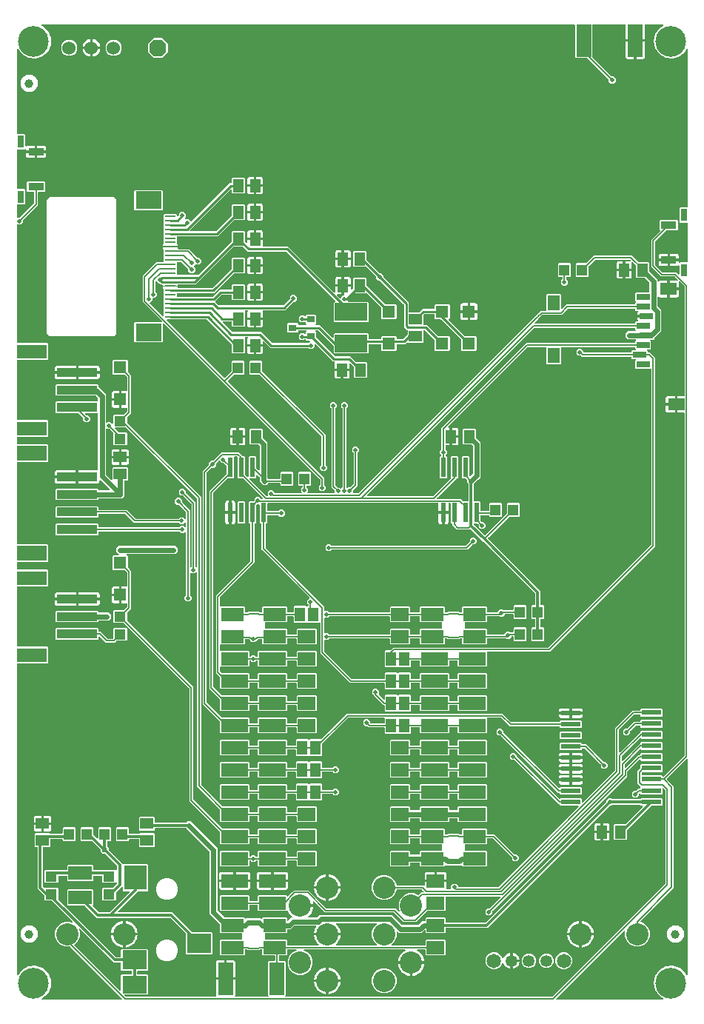
<source format=gbr>
G04 EAGLE Gerber RS-274X export*
G75*
%MOMM*%
%FSLAX34Y34*%
%LPD*%
%INBottom Copper*%
%IPPOS*%
%AMOC8*
5,1,8,0,0,1.08239X$1,22.5*%
G01*
%ADD10R,1.250000X0.275000*%
%ADD11R,3.000000X2.000000*%
%ADD12R,2.540000X1.524000*%
%ADD13R,3.048000X1.524000*%
%ADD14R,1.900000X1.400000*%
%ADD15R,1.400000X1.800000*%
%ADD16R,1.500000X0.700000*%
%ADD17R,1.240000X1.500000*%
%ADD18R,4.600000X1.000000*%
%ADD19R,3.400000X1.700000*%
%ADD20R,1.500000X1.240000*%
%ADD21R,3.400000X1.600000*%
%ADD22R,1.300000X1.200000*%
%ADD23R,1.400000X1.400000*%
%ADD24R,2.700000X1.600000*%
%ADD25R,1.200000X1.300000*%
%ADD26R,1.200000X1.500000*%
%ADD27R,0.900000X0.800000*%
%ADD28R,1.778000X0.900000*%
%ADD29R,0.800000X1.450000*%
%ADD30R,1.500000X1.300000*%
%ADD31R,2.200000X0.600000*%
%ADD32R,0.600000X2.200000*%
%ADD33R,2.000000X1.500000*%
%ADD34R,1.168400X1.600200*%
%ADD35R,0.635000X0.203200*%
%ADD36C,1.524000*%
%ADD37C,3.516000*%
%ADD38C,1.000000*%
%ADD39P,2.089446X8X202.500000*%
%ADD40C,1.650000*%
%ADD41C,1.350000*%
%ADD42R,2.800000X2.000000*%
%ADD43R,2.600000X2.800000*%
%ADD44R,2.800000X2.200000*%
%ADD45C,2.540000*%
%ADD46R,1.700000X3.700000*%
%ADD47R,3.700000X2.000000*%
%ADD48C,0.508000*%
%ADD49C,0.152400*%
%ADD50C,0.304800*%
%ADD51C,0.604000*%
%ADD52C,0.609600*%
%ADD53C,0.279400*%
%ADD54C,0.254000*%

G36*
X120728Y3822D02*
X120728Y3822D01*
X120800Y3824D01*
X120849Y3842D01*
X120900Y3850D01*
X120964Y3884D01*
X121031Y3909D01*
X121072Y3941D01*
X121118Y3966D01*
X121167Y4017D01*
X121223Y4062D01*
X121251Y4106D01*
X121287Y4144D01*
X121317Y4209D01*
X121356Y4269D01*
X121369Y4320D01*
X121391Y4367D01*
X121399Y4438D01*
X121416Y4508D01*
X121412Y4560D01*
X121418Y4611D01*
X121403Y4682D01*
X121397Y4753D01*
X121377Y4801D01*
X121366Y4852D01*
X121329Y4913D01*
X121301Y4979D01*
X121256Y5035D01*
X121239Y5063D01*
X121222Y5078D01*
X121196Y5110D01*
X62014Y64292D01*
X61940Y64345D01*
X61870Y64405D01*
X61840Y64417D01*
X61814Y64436D01*
X61727Y64463D01*
X61642Y64497D01*
X61601Y64501D01*
X61579Y64508D01*
X61547Y64507D01*
X61476Y64515D01*
X56111Y64515D01*
X50882Y66681D01*
X46881Y70682D01*
X44715Y75911D01*
X44715Y81569D01*
X46881Y86798D01*
X50882Y90799D01*
X56111Y92965D01*
X61769Y92965D01*
X64233Y91944D01*
X64328Y91922D01*
X64421Y91893D01*
X64447Y91894D01*
X64472Y91888D01*
X64569Y91897D01*
X64667Y91900D01*
X64691Y91909D01*
X64717Y91911D01*
X64806Y91951D01*
X64898Y91984D01*
X64918Y92001D01*
X64942Y92011D01*
X65014Y92077D01*
X65090Y92138D01*
X65104Y92160D01*
X65123Y92178D01*
X65170Y92263D01*
X65223Y92345D01*
X65229Y92370D01*
X65242Y92393D01*
X65259Y92489D01*
X65283Y92583D01*
X65281Y92609D01*
X65285Y92635D01*
X65271Y92732D01*
X65264Y92829D01*
X65253Y92853D01*
X65250Y92879D01*
X65205Y92966D01*
X65167Y93055D01*
X65147Y93080D01*
X65138Y93098D01*
X65114Y93121D01*
X65062Y93186D01*
X41536Y116712D01*
X41462Y116765D01*
X41393Y116825D01*
X41363Y116837D01*
X41336Y116856D01*
X41249Y116883D01*
X41165Y116917D01*
X41124Y116921D01*
X41101Y116928D01*
X41069Y116927D01*
X40998Y116935D01*
X33508Y116935D01*
X32615Y117828D01*
X32615Y122778D01*
X32601Y122868D01*
X32593Y122959D01*
X32581Y122989D01*
X32576Y123021D01*
X32533Y123101D01*
X32497Y123185D01*
X32471Y123217D01*
X32460Y123238D01*
X32437Y123260D01*
X32392Y123316D01*
X24891Y130817D01*
X24891Y177294D01*
X24888Y177314D01*
X24890Y177333D01*
X24868Y177435D01*
X24852Y177537D01*
X24842Y177554D01*
X24838Y177574D01*
X24785Y177663D01*
X24736Y177754D01*
X24722Y177768D01*
X24712Y177785D01*
X24633Y177852D01*
X24558Y177924D01*
X24540Y177932D01*
X24525Y177945D01*
X24429Y177984D01*
X24335Y178027D01*
X24315Y178029D01*
X24297Y178037D01*
X24130Y178055D01*
X22348Y178055D01*
X21455Y178948D01*
X21455Y193212D01*
X22348Y194105D01*
X38612Y194105D01*
X38945Y193772D01*
X39019Y193718D01*
X39088Y193659D01*
X39118Y193647D01*
X39144Y193628D01*
X39231Y193601D01*
X39316Y193567D01*
X39357Y193563D01*
X39379Y193556D01*
X39412Y193557D01*
X39483Y193549D01*
X52674Y193549D01*
X52694Y193552D01*
X52713Y193550D01*
X52815Y193572D01*
X52917Y193588D01*
X52934Y193598D01*
X52954Y193602D01*
X53043Y193655D01*
X53134Y193704D01*
X53148Y193718D01*
X53165Y193728D01*
X53232Y193807D01*
X53304Y193882D01*
X53312Y193900D01*
X53325Y193915D01*
X53364Y194011D01*
X53407Y194105D01*
X53409Y194125D01*
X53417Y194143D01*
X53435Y194310D01*
X53435Y200172D01*
X54328Y201065D01*
X67592Y201065D01*
X68485Y200172D01*
X68485Y185908D01*
X67592Y185015D01*
X54328Y185015D01*
X53435Y185908D01*
X53435Y186690D01*
X53432Y186710D01*
X53434Y186729D01*
X53412Y186831D01*
X53396Y186933D01*
X53386Y186950D01*
X53382Y186970D01*
X53329Y187059D01*
X53280Y187150D01*
X53266Y187164D01*
X53256Y187181D01*
X53177Y187248D01*
X53102Y187320D01*
X53084Y187328D01*
X53069Y187341D01*
X52973Y187380D01*
X52879Y187423D01*
X52859Y187425D01*
X52841Y187433D01*
X52674Y187451D01*
X40266Y187451D01*
X40246Y187448D01*
X40227Y187450D01*
X40125Y187428D01*
X40023Y187412D01*
X40006Y187402D01*
X39986Y187398D01*
X39897Y187345D01*
X39806Y187296D01*
X39792Y187282D01*
X39775Y187272D01*
X39708Y187193D01*
X39636Y187118D01*
X39628Y187100D01*
X39615Y187085D01*
X39576Y186989D01*
X39533Y186895D01*
X39531Y186875D01*
X39523Y186857D01*
X39505Y186690D01*
X39505Y178948D01*
X38612Y178055D01*
X31750Y178055D01*
X31730Y178052D01*
X31711Y178054D01*
X31609Y178032D01*
X31507Y178016D01*
X31490Y178006D01*
X31470Y178002D01*
X31381Y177949D01*
X31290Y177900D01*
X31276Y177886D01*
X31259Y177876D01*
X31192Y177797D01*
X31120Y177722D01*
X31112Y177704D01*
X31099Y177689D01*
X31060Y177593D01*
X31017Y177499D01*
X31015Y177479D01*
X31007Y177461D01*
X30989Y177294D01*
X30989Y133658D01*
X31003Y133568D01*
X31011Y133477D01*
X31023Y133447D01*
X31028Y133415D01*
X31071Y133335D01*
X31107Y133251D01*
X31133Y133219D01*
X31144Y133198D01*
X31167Y133176D01*
X31212Y133120D01*
X32389Y131942D01*
X32406Y131931D01*
X32418Y131915D01*
X32505Y131859D01*
X32589Y131799D01*
X32608Y131793D01*
X32625Y131782D01*
X32725Y131757D01*
X32824Y131726D01*
X32844Y131727D01*
X32863Y131722D01*
X32966Y131730D01*
X33070Y131733D01*
X33089Y131740D01*
X33109Y131741D01*
X33204Y131782D01*
X33301Y131817D01*
X33317Y131830D01*
X33335Y131837D01*
X33466Y131942D01*
X33508Y131985D01*
X47772Y131985D01*
X48665Y131092D01*
X48665Y118522D01*
X48679Y118432D01*
X48687Y118341D01*
X48699Y118311D01*
X48704Y118279D01*
X48747Y118199D01*
X48783Y118115D01*
X48809Y118083D01*
X48820Y118062D01*
X48843Y118040D01*
X48888Y117984D01*
X114390Y52482D01*
X114464Y52429D01*
X114533Y52369D01*
X114563Y52357D01*
X114590Y52338D01*
X114677Y52311D01*
X114761Y52277D01*
X114802Y52273D01*
X114825Y52266D01*
X114857Y52267D01*
X114928Y52259D01*
X119434Y52259D01*
X119454Y52262D01*
X119473Y52260D01*
X119575Y52282D01*
X119677Y52298D01*
X119694Y52308D01*
X119714Y52312D01*
X119803Y52365D01*
X119894Y52414D01*
X119908Y52428D01*
X119925Y52438D01*
X119992Y52517D01*
X120064Y52592D01*
X120072Y52610D01*
X120085Y52625D01*
X120124Y52721D01*
X120167Y52815D01*
X120169Y52835D01*
X120177Y52853D01*
X120195Y53020D01*
X120195Y60842D01*
X121088Y61735D01*
X150352Y61735D01*
X151245Y60842D01*
X151245Y37578D01*
X150352Y36685D01*
X139530Y36685D01*
X139510Y36682D01*
X139491Y36684D01*
X139389Y36662D01*
X139287Y36646D01*
X139270Y36636D01*
X139250Y36632D01*
X139161Y36579D01*
X139070Y36530D01*
X139056Y36516D01*
X139039Y36506D01*
X138972Y36427D01*
X138900Y36352D01*
X138892Y36334D01*
X138879Y36319D01*
X138840Y36223D01*
X138797Y36129D01*
X138795Y36109D01*
X138787Y36091D01*
X138769Y35924D01*
X138769Y33496D01*
X138772Y33478D01*
X138770Y33460D01*
X138770Y33459D01*
X138770Y33457D01*
X138792Y33355D01*
X138808Y33253D01*
X138818Y33236D01*
X138822Y33216D01*
X138875Y33127D01*
X138924Y33036D01*
X138938Y33022D01*
X138948Y33005D01*
X139027Y32938D01*
X139102Y32866D01*
X139120Y32858D01*
X139135Y32845D01*
X139231Y32806D01*
X139325Y32763D01*
X139345Y32761D01*
X139363Y32753D01*
X139530Y32735D01*
X150352Y32735D01*
X151245Y31842D01*
X151245Y10578D01*
X150352Y9685D01*
X124926Y9685D01*
X124856Y9674D01*
X124784Y9672D01*
X124735Y9654D01*
X124684Y9646D01*
X124620Y9612D01*
X124553Y9587D01*
X124512Y9555D01*
X124466Y9530D01*
X124417Y9478D01*
X124361Y9434D01*
X124333Y9390D01*
X124297Y9352D01*
X124267Y9287D01*
X124228Y9227D01*
X124215Y9176D01*
X124193Y9129D01*
X124185Y9058D01*
X124168Y8988D01*
X124172Y8936D01*
X124166Y8885D01*
X124181Y8814D01*
X124187Y8743D01*
X124207Y8695D01*
X124218Y8644D01*
X124255Y8583D01*
X124283Y8517D01*
X124328Y8461D01*
X124345Y8433D01*
X124362Y8418D01*
X124388Y8386D01*
X125692Y7082D01*
X125766Y7029D01*
X125836Y6969D01*
X125866Y6957D01*
X125892Y6938D01*
X125979Y6911D01*
X126064Y6877D01*
X126105Y6873D01*
X126127Y6866D01*
X126159Y6867D01*
X126231Y6859D01*
X228478Y6859D01*
X228572Y6874D01*
X228667Y6883D01*
X228693Y6894D01*
X228721Y6898D01*
X228805Y6943D01*
X228892Y6981D01*
X228913Y7000D01*
X228938Y7014D01*
X229004Y7083D01*
X229074Y7147D01*
X229088Y7171D01*
X229108Y7192D01*
X229148Y7278D01*
X229194Y7362D01*
X229199Y7389D01*
X229211Y7415D01*
X229222Y7510D01*
X229239Y7603D01*
X229235Y7631D01*
X229238Y7659D01*
X229218Y7753D01*
X229205Y7847D01*
X229190Y7879D01*
X229186Y7900D01*
X229169Y7928D01*
X229137Y8001D01*
X228872Y8459D01*
X228699Y9106D01*
X228699Y26417D01*
X238978Y26417D01*
X238998Y26420D01*
X239017Y26418D01*
X239119Y26440D01*
X239221Y26457D01*
X239238Y26466D01*
X239258Y26470D01*
X239347Y26523D01*
X239438Y26572D01*
X239452Y26586D01*
X239469Y26596D01*
X239536Y26675D01*
X239607Y26750D01*
X239616Y26768D01*
X239629Y26783D01*
X239668Y26879D01*
X239711Y26973D01*
X239713Y26993D01*
X239721Y27011D01*
X239739Y27178D01*
X239739Y27941D01*
X239741Y27941D01*
X239741Y27178D01*
X239744Y27158D01*
X239742Y27139D01*
X239764Y27037D01*
X239781Y26935D01*
X239790Y26918D01*
X239794Y26898D01*
X239847Y26809D01*
X239896Y26718D01*
X239910Y26704D01*
X239920Y26687D01*
X239999Y26620D01*
X240074Y26549D01*
X240092Y26540D01*
X240107Y26527D01*
X240203Y26488D01*
X240297Y26445D01*
X240317Y26443D01*
X240335Y26435D01*
X240502Y26417D01*
X250781Y26417D01*
X250781Y9106D01*
X250608Y8459D01*
X250343Y8001D01*
X250309Y7911D01*
X250269Y7825D01*
X250266Y7797D01*
X250256Y7771D01*
X250252Y7675D01*
X250242Y7581D01*
X250248Y7553D01*
X250247Y7525D01*
X250274Y7433D01*
X250294Y7340D01*
X250309Y7316D01*
X250317Y7289D01*
X250371Y7211D01*
X250420Y7129D01*
X250442Y7111D01*
X250458Y7088D01*
X250535Y7031D01*
X250607Y6969D01*
X250633Y6959D01*
X250656Y6942D01*
X250747Y6913D01*
X250835Y6877D01*
X250871Y6873D01*
X250890Y6867D01*
X250923Y6867D01*
X251002Y6859D01*
X288827Y6859D01*
X288898Y6870D01*
X288970Y6872D01*
X289019Y6890D01*
X289070Y6898D01*
X289133Y6932D01*
X289201Y6957D01*
X289241Y6989D01*
X289287Y7014D01*
X289337Y7066D01*
X289393Y7110D01*
X289421Y7154D01*
X289457Y7192D01*
X289487Y7257D01*
X289526Y7317D01*
X289538Y7368D01*
X289560Y7415D01*
X289568Y7486D01*
X289586Y7556D01*
X289582Y7608D01*
X289587Y7659D01*
X289572Y7730D01*
X289567Y7801D01*
X289546Y7849D01*
X289535Y7900D01*
X289498Y7961D01*
X289470Y8027D01*
X289425Y8083D01*
X289409Y8111D01*
X289391Y8126D01*
X289365Y8158D01*
X288715Y8808D01*
X288715Y47072D01*
X289608Y47965D01*
X295692Y47965D01*
X295712Y47968D01*
X295731Y47966D01*
X295833Y47988D01*
X295935Y48004D01*
X295952Y48014D01*
X295972Y48018D01*
X296061Y48071D01*
X296152Y48120D01*
X296166Y48134D01*
X296183Y48144D01*
X296250Y48223D01*
X296322Y48298D01*
X296330Y48316D01*
X296343Y48331D01*
X296382Y48427D01*
X296425Y48521D01*
X296427Y48541D01*
X296435Y48559D01*
X296453Y48726D01*
X296453Y53594D01*
X296450Y53614D01*
X296452Y53633D01*
X296430Y53735D01*
X296414Y53837D01*
X296404Y53854D01*
X296400Y53874D01*
X296347Y53963D01*
X296298Y54054D01*
X296284Y54068D01*
X296274Y54085D01*
X296195Y54152D01*
X296120Y54224D01*
X296102Y54232D01*
X296087Y54245D01*
X295991Y54284D01*
X295897Y54327D01*
X295877Y54329D01*
X295859Y54337D01*
X295692Y54355D01*
X282578Y54355D01*
X281685Y55248D01*
X281685Y60452D01*
X281682Y60472D01*
X281684Y60491D01*
X281662Y60593D01*
X281646Y60695D01*
X281636Y60712D01*
X281632Y60732D01*
X281579Y60821D01*
X281530Y60912D01*
X281516Y60926D01*
X281506Y60943D01*
X281427Y61010D01*
X281352Y61082D01*
X281334Y61090D01*
X281319Y61103D01*
X281223Y61142D01*
X281129Y61185D01*
X281109Y61187D01*
X281091Y61195D01*
X280924Y61213D01*
X279536Y61213D01*
X279446Y61199D01*
X279355Y61191D01*
X279325Y61179D01*
X279294Y61174D01*
X279213Y61131D01*
X279129Y61095D01*
X279097Y61069D01*
X279076Y61058D01*
X279054Y61035D01*
X278998Y60990D01*
X278349Y60341D01*
X265211Y60341D01*
X264562Y60990D01*
X264488Y61043D01*
X264419Y61103D01*
X264388Y61115D01*
X264362Y61134D01*
X264275Y61161D01*
X264190Y61195D01*
X264150Y61199D01*
X264127Y61206D01*
X264095Y61205D01*
X264024Y61213D01*
X262636Y61213D01*
X262616Y61210D01*
X262597Y61212D01*
X262495Y61190D01*
X262393Y61174D01*
X262376Y61164D01*
X262356Y61160D01*
X262267Y61107D01*
X262176Y61058D01*
X262162Y61044D01*
X262145Y61034D01*
X262078Y60955D01*
X262006Y60880D01*
X261998Y60862D01*
X261985Y60847D01*
X261946Y60751D01*
X261903Y60657D01*
X261901Y60637D01*
X261893Y60619D01*
X261875Y60452D01*
X261875Y55248D01*
X260982Y54355D01*
X234318Y54355D01*
X233425Y55248D01*
X233425Y71752D01*
X234318Y72645D01*
X258247Y72645D01*
X258292Y72652D01*
X258338Y72650D01*
X258413Y72672D01*
X258490Y72684D01*
X258530Y72706D01*
X258575Y72719D01*
X258639Y72763D01*
X258707Y72800D01*
X258739Y72833D01*
X258777Y72859D01*
X258823Y72921D01*
X258877Y72978D01*
X258896Y73020D01*
X258923Y73056D01*
X258947Y73130D01*
X258980Y73201D01*
X258985Y73247D01*
X259000Y73290D01*
X258999Y73368D01*
X259007Y73445D01*
X258998Y73490D01*
X258997Y73536D01*
X258969Y73632D01*
X258969Y78765D01*
X258980Y78789D01*
X258989Y78866D01*
X259007Y78942D01*
X259002Y78988D01*
X259007Y79033D01*
X258991Y79110D01*
X258983Y79187D01*
X258965Y79229D01*
X258955Y79274D01*
X258915Y79341D01*
X258884Y79412D01*
X258852Y79446D01*
X258829Y79485D01*
X258770Y79536D01*
X258717Y79593D01*
X258677Y79615D01*
X258642Y79645D01*
X258570Y79674D01*
X258502Y79711D01*
X258456Y79720D01*
X258414Y79737D01*
X258278Y79752D01*
X258260Y79755D01*
X258255Y79754D01*
X258247Y79755D01*
X234318Y79755D01*
X233425Y80648D01*
X233425Y89877D01*
X233411Y89967D01*
X233403Y90058D01*
X233391Y90088D01*
X233386Y90120D01*
X233343Y90200D01*
X233307Y90284D01*
X233281Y90316D01*
X233270Y90337D01*
X233247Y90359D01*
X233202Y90415D01*
X221487Y102130D01*
X221487Y173051D01*
X221473Y173141D01*
X221465Y173232D01*
X221453Y173261D01*
X221448Y173293D01*
X221405Y173374D01*
X221369Y173458D01*
X221343Y173490D01*
X221332Y173511D01*
X221309Y173533D01*
X221264Y173589D01*
X195077Y199776D01*
X195003Y199829D01*
X194933Y199889D01*
X194903Y199901D01*
X194877Y199920D01*
X194790Y199947D01*
X194705Y199981D01*
X194664Y199985D01*
X194642Y199992D01*
X194610Y199991D01*
X194539Y199999D01*
X159646Y199999D01*
X159626Y199996D01*
X159607Y199998D01*
X159505Y199976D01*
X159403Y199960D01*
X159386Y199950D01*
X159366Y199946D01*
X159277Y199893D01*
X159186Y199844D01*
X159172Y199830D01*
X159155Y199820D01*
X159088Y199741D01*
X159016Y199666D01*
X159008Y199648D01*
X158995Y199633D01*
X158956Y199537D01*
X158913Y199443D01*
X158911Y199423D01*
X158903Y199405D01*
X158885Y199238D01*
X158885Y197948D01*
X157992Y197055D01*
X141728Y197055D01*
X140835Y197948D01*
X140835Y212212D01*
X141728Y213105D01*
X157992Y213105D01*
X158885Y212212D01*
X158885Y206858D01*
X158888Y206838D01*
X158886Y206819D01*
X158908Y206717D01*
X158924Y206615D01*
X158934Y206598D01*
X158938Y206578D01*
X158991Y206489D01*
X159040Y206398D01*
X159054Y206384D01*
X159064Y206367D01*
X159143Y206300D01*
X159218Y206228D01*
X159236Y206220D01*
X159251Y206207D01*
X159347Y206168D01*
X159441Y206125D01*
X159461Y206123D01*
X159479Y206115D01*
X159646Y206097D01*
X194235Y206097D01*
X194325Y206111D01*
X194416Y206119D01*
X194445Y206131D01*
X194477Y206136D01*
X194558Y206179D01*
X194642Y206215D01*
X194674Y206241D01*
X194695Y206252D01*
X194717Y206275D01*
X194773Y206320D01*
X196226Y207773D01*
X200014Y207773D01*
X230633Y177154D01*
X230633Y106234D01*
X230647Y106144D01*
X230655Y106053D01*
X230667Y106023D01*
X230672Y105991D01*
X230715Y105910D01*
X230751Y105826D01*
X230777Y105794D01*
X230788Y105773D01*
X230811Y105751D01*
X230856Y105695D01*
X238283Y98268D01*
X238357Y98215D01*
X238427Y98155D01*
X238457Y98143D01*
X238483Y98124D01*
X238570Y98097D01*
X238655Y98063D01*
X238696Y98059D01*
X238718Y98052D01*
X238750Y98053D01*
X238822Y98045D01*
X260982Y98045D01*
X261875Y97152D01*
X261875Y97026D01*
X261886Y96955D01*
X261888Y96884D01*
X261906Y96835D01*
X261914Y96783D01*
X261948Y96720D01*
X261973Y96653D01*
X262005Y96612D01*
X262030Y96566D01*
X262081Y96517D01*
X262126Y96460D01*
X262170Y96432D01*
X262208Y96396D01*
X262273Y96366D01*
X262333Y96328D01*
X262384Y96315D01*
X262431Y96293D01*
X262502Y96285D01*
X262572Y96267D01*
X262624Y96272D01*
X262675Y96266D01*
X262746Y96281D01*
X262817Y96287D01*
X262865Y96307D01*
X262916Y96318D01*
X262977Y96355D01*
X263043Y96383D01*
X263099Y96428D01*
X263127Y96444D01*
X263142Y96462D01*
X263174Y96488D01*
X263317Y96631D01*
X280243Y96631D01*
X280386Y96488D01*
X280444Y96446D01*
X280496Y96396D01*
X280543Y96375D01*
X280585Y96344D01*
X280654Y96323D01*
X280719Y96293D01*
X280771Y96287D01*
X280821Y96272D01*
X280892Y96274D01*
X280963Y96266D01*
X281014Y96277D01*
X281066Y96278D01*
X281134Y96303D01*
X281204Y96318D01*
X281249Y96345D01*
X281297Y96363D01*
X281353Y96407D01*
X281415Y96444D01*
X281449Y96484D01*
X281489Y96516D01*
X281528Y96577D01*
X281575Y96631D01*
X281594Y96679D01*
X281622Y96723D01*
X281640Y96793D01*
X281667Y96859D01*
X281675Y96931D01*
X281683Y96962D01*
X281681Y96985D01*
X281685Y97026D01*
X281685Y97152D01*
X282578Y98045D01*
X309242Y98045D01*
X310135Y97152D01*
X310135Y94715D01*
X310146Y94644D01*
X310148Y94573D01*
X310166Y94524D01*
X310174Y94472D01*
X310208Y94409D01*
X310233Y94342D01*
X310265Y94301D01*
X310290Y94255D01*
X310342Y94206D01*
X310386Y94150D01*
X310430Y94122D01*
X310468Y94086D01*
X310533Y94055D01*
X310593Y94017D01*
X310644Y94004D01*
X310691Y93982D01*
X310762Y93974D01*
X310832Y93957D01*
X310884Y93961D01*
X310935Y93955D01*
X311006Y93970D01*
X311077Y93976D01*
X311125Y93996D01*
X311176Y94007D01*
X311237Y94044D01*
X311303Y94072D01*
X311359Y94117D01*
X311387Y94133D01*
X311402Y94151D01*
X311434Y94177D01*
X314794Y97537D01*
X315709Y97537D01*
X315717Y97538D01*
X315725Y97537D01*
X315838Y97558D01*
X315952Y97576D01*
X315959Y97580D01*
X315967Y97582D01*
X316068Y97638D01*
X316169Y97692D01*
X316175Y97697D01*
X316182Y97701D01*
X316260Y97787D01*
X316338Y97870D01*
X316342Y97877D01*
X316347Y97883D01*
X316394Y97989D01*
X316442Y98093D01*
X316443Y98101D01*
X316446Y98108D01*
X316457Y98223D01*
X316469Y98337D01*
X316467Y98345D01*
X316468Y98353D01*
X316441Y98465D01*
X316417Y98578D01*
X316413Y98585D01*
X316411Y98592D01*
X316350Y98690D01*
X316291Y98789D01*
X316285Y98794D01*
X316280Y98801D01*
X316156Y98914D01*
X315191Y99615D01*
X313495Y101311D01*
X312085Y103252D01*
X310969Y105443D01*
X310961Y105453D01*
X310946Y105494D01*
X310916Y105531D01*
X310894Y105574D01*
X310840Y105627D01*
X310793Y105686D01*
X310752Y105712D01*
X310717Y105745D01*
X310649Y105778D01*
X310586Y105819D01*
X310539Y105830D01*
X310495Y105851D01*
X310420Y105860D01*
X310347Y105879D01*
X310299Y105875D01*
X310251Y105881D01*
X310177Y105865D01*
X310102Y105860D01*
X310058Y105841D01*
X310010Y105831D01*
X309945Y105793D01*
X309876Y105763D01*
X309825Y105723D01*
X309798Y105707D01*
X309781Y105688D01*
X309745Y105658D01*
X309242Y105155D01*
X277498Y105155D01*
X276605Y106048D01*
X276605Y111252D01*
X276602Y111272D01*
X276604Y111291D01*
X276582Y111393D01*
X276566Y111495D01*
X276556Y111512D01*
X276552Y111532D01*
X276499Y111621D01*
X276450Y111712D01*
X276436Y111726D01*
X276426Y111743D01*
X276347Y111810D01*
X276272Y111882D01*
X276254Y111890D01*
X276239Y111903D01*
X276143Y111942D01*
X276049Y111985D01*
X276029Y111987D01*
X276011Y111995D01*
X275844Y112013D01*
X267716Y112013D01*
X267696Y112010D01*
X267677Y112012D01*
X267575Y111990D01*
X267473Y111974D01*
X267456Y111964D01*
X267436Y111960D01*
X267347Y111907D01*
X267256Y111858D01*
X267242Y111844D01*
X267225Y111834D01*
X267158Y111755D01*
X267086Y111680D01*
X267078Y111662D01*
X267065Y111647D01*
X267026Y111551D01*
X266983Y111457D01*
X266981Y111437D01*
X266973Y111419D01*
X266955Y111252D01*
X266955Y106048D01*
X266062Y105155D01*
X234318Y105155D01*
X233425Y106048D01*
X233425Y122552D01*
X234318Y123445D01*
X266062Y123445D01*
X266955Y122552D01*
X266955Y117348D01*
X266958Y117328D01*
X266956Y117309D01*
X266978Y117207D01*
X266994Y117105D01*
X267004Y117088D01*
X267008Y117068D01*
X267061Y116979D01*
X267110Y116888D01*
X267124Y116874D01*
X267134Y116857D01*
X267213Y116790D01*
X267288Y116718D01*
X267306Y116710D01*
X267321Y116697D01*
X267417Y116658D01*
X267511Y116615D01*
X267531Y116613D01*
X267549Y116605D01*
X267716Y116587D01*
X275844Y116587D01*
X275864Y116590D01*
X275883Y116588D01*
X275985Y116610D01*
X276087Y116626D01*
X276104Y116636D01*
X276124Y116640D01*
X276213Y116693D01*
X276304Y116742D01*
X276318Y116756D01*
X276335Y116766D01*
X276402Y116845D01*
X276474Y116920D01*
X276482Y116938D01*
X276495Y116953D01*
X276534Y117049D01*
X276577Y117143D01*
X276579Y117163D01*
X276587Y117181D01*
X276605Y117348D01*
X276605Y122552D01*
X277498Y123445D01*
X309242Y123445D01*
X310135Y122552D01*
X310135Y122520D01*
X310146Y122449D01*
X310148Y122377D01*
X310166Y122328D01*
X310174Y122277D01*
X310208Y122214D01*
X310233Y122146D01*
X310265Y122106D01*
X310290Y122060D01*
X310342Y122010D01*
X310386Y121954D01*
X310430Y121926D01*
X310468Y121890D01*
X310533Y121860D01*
X310593Y121821D01*
X310644Y121809D01*
X310691Y121787D01*
X310762Y121779D01*
X310832Y121761D01*
X310884Y121765D01*
X310935Y121760D01*
X311006Y121775D01*
X311077Y121780D01*
X311125Y121801D01*
X311176Y121812D01*
X311237Y121849D01*
X311303Y121877D01*
X311359Y121922D01*
X311387Y121938D01*
X311402Y121956D01*
X311434Y121982D01*
X316403Y126950D01*
X317965Y128513D01*
X335223Y128513D01*
X355435Y108301D01*
X355509Y108248D01*
X355579Y108188D01*
X355609Y108176D01*
X355635Y108157D01*
X355722Y108130D01*
X355807Y108096D01*
X355848Y108092D01*
X355870Y108085D01*
X355902Y108086D01*
X355974Y108078D01*
X434398Y108078D01*
X437897Y104579D01*
X437976Y104522D01*
X438051Y104460D01*
X438076Y104450D01*
X438097Y104435D01*
X438190Y104406D01*
X438281Y104372D01*
X438307Y104370D01*
X438332Y104363D01*
X438429Y104365D01*
X438527Y104361D01*
X438552Y104368D01*
X438578Y104369D01*
X438670Y104403D01*
X438763Y104430D01*
X438784Y104445D01*
X438809Y104454D01*
X438885Y104514D01*
X438965Y104570D01*
X438981Y104591D01*
X439001Y104607D01*
X439054Y104689D01*
X439112Y104767D01*
X439120Y104792D01*
X439134Y104814D01*
X439158Y104909D01*
X439188Y105001D01*
X439188Y105027D01*
X439194Y105053D01*
X439187Y105150D01*
X439186Y105247D01*
X439176Y105279D01*
X439175Y105298D01*
X439162Y105328D01*
X439139Y105408D01*
X437895Y108411D01*
X437895Y114069D01*
X440061Y119298D01*
X444062Y123299D01*
X449291Y125465D01*
X454949Y125465D01*
X460250Y123269D01*
X460364Y123242D01*
X460478Y123214D01*
X460484Y123214D01*
X460490Y123213D01*
X460607Y123224D01*
X460723Y123233D01*
X460729Y123235D01*
X460735Y123236D01*
X460842Y123284D01*
X460949Y123329D01*
X460955Y123334D01*
X460960Y123336D01*
X460973Y123349D01*
X461080Y123434D01*
X462310Y124664D01*
X462363Y124738D01*
X462423Y124808D01*
X462435Y124838D01*
X462454Y124864D01*
X462481Y124951D01*
X462501Y125001D01*
X463873Y126373D01*
X465830Y126373D01*
X465900Y126384D01*
X465972Y126386D01*
X466021Y126404D01*
X466072Y126412D01*
X466136Y126446D01*
X466203Y126471D01*
X466244Y126503D01*
X466290Y126528D01*
X466339Y126580D01*
X466395Y126624D01*
X466423Y126668D01*
X466459Y126706D01*
X466489Y126771D01*
X466528Y126831D01*
X466541Y126882D01*
X466563Y126929D01*
X466571Y127000D01*
X466588Y127070D01*
X466584Y127122D01*
X466590Y127173D01*
X466575Y127244D01*
X466569Y127315D01*
X466549Y127363D01*
X466538Y127414D01*
X466501Y127475D01*
X466473Y127541D01*
X466428Y127597D01*
X466411Y127625D01*
X466394Y127640D01*
X466368Y127672D01*
X464470Y129570D01*
X464396Y129623D01*
X464326Y129683D01*
X464296Y129695D01*
X464270Y129714D01*
X464183Y129741D01*
X464098Y129775D01*
X464057Y129779D01*
X464035Y129786D01*
X464003Y129785D01*
X463931Y129793D01*
X436078Y129793D01*
X435963Y129774D01*
X435847Y129757D01*
X435842Y129755D01*
X435835Y129754D01*
X435733Y129699D01*
X435628Y129646D01*
X435624Y129641D01*
X435618Y129638D01*
X435538Y129554D01*
X435456Y129470D01*
X435452Y129464D01*
X435449Y129460D01*
X435441Y129443D01*
X435375Y129323D01*
X433179Y124022D01*
X429178Y120021D01*
X423949Y117855D01*
X418291Y117855D01*
X413062Y120021D01*
X409061Y124022D01*
X406895Y129251D01*
X406895Y134909D01*
X409061Y140138D01*
X413062Y144139D01*
X418291Y146305D01*
X423949Y146305D01*
X429178Y144139D01*
X433179Y140138D01*
X435375Y134837D01*
X435437Y134737D01*
X435496Y134637D01*
X435501Y134633D01*
X435505Y134628D01*
X435594Y134553D01*
X435683Y134477D01*
X435689Y134475D01*
X435694Y134471D01*
X435802Y134429D01*
X435911Y134385D01*
X435919Y134384D01*
X435924Y134383D01*
X435942Y134382D01*
X436078Y134367D01*
X466141Y134367D01*
X466220Y134288D01*
X466278Y134246D01*
X466330Y134197D01*
X466377Y134175D01*
X466419Y134145D01*
X466488Y134124D01*
X466553Y134093D01*
X466605Y134088D01*
X466655Y134072D01*
X466726Y134074D01*
X466797Y134066D01*
X466848Y134077D01*
X466900Y134079D01*
X466968Y134103D01*
X467038Y134118D01*
X467083Y134145D01*
X467131Y134163D01*
X467187Y134208D01*
X467249Y134245D01*
X467283Y134284D01*
X467323Y134317D01*
X467362Y134377D01*
X467409Y134432D01*
X467428Y134480D01*
X467456Y134524D01*
X467474Y134593D01*
X467501Y134660D01*
X467509Y134731D01*
X467517Y134762D01*
X467515Y134785D01*
X467519Y134826D01*
X467519Y138177D01*
X479298Y138177D01*
X479318Y138180D01*
X479337Y138178D01*
X479439Y138200D01*
X479541Y138217D01*
X479558Y138226D01*
X479578Y138230D01*
X479667Y138283D01*
X479758Y138332D01*
X479772Y138346D01*
X479789Y138356D01*
X479856Y138435D01*
X479927Y138510D01*
X479936Y138528D01*
X479949Y138543D01*
X479988Y138639D01*
X480031Y138733D01*
X480033Y138753D01*
X480041Y138771D01*
X480059Y138938D01*
X480059Y139701D01*
X480061Y139701D01*
X480061Y138938D01*
X480064Y138918D01*
X480062Y138899D01*
X480084Y138797D01*
X480101Y138695D01*
X480110Y138678D01*
X480114Y138658D01*
X480167Y138569D01*
X480216Y138478D01*
X480230Y138464D01*
X480240Y138447D01*
X480319Y138380D01*
X480394Y138309D01*
X480412Y138300D01*
X480427Y138287D01*
X480523Y138248D01*
X480617Y138205D01*
X480637Y138203D01*
X480655Y138195D01*
X480822Y138177D01*
X492601Y138177D01*
X492601Y131866D01*
X492428Y131219D01*
X492187Y130803D01*
X492153Y130713D01*
X492113Y130627D01*
X492110Y130599D01*
X492100Y130573D01*
X492096Y130477D01*
X492086Y130383D01*
X492092Y130355D01*
X492091Y130327D01*
X492118Y130235D01*
X492138Y130142D01*
X492153Y130118D01*
X492161Y130091D01*
X492216Y130013D01*
X492264Y129931D01*
X492286Y129913D01*
X492302Y129890D01*
X492379Y129833D01*
X492451Y129771D01*
X492478Y129761D01*
X492500Y129744D01*
X492591Y129715D01*
X492680Y129679D01*
X492715Y129675D01*
X492735Y129669D01*
X492767Y129669D01*
X492846Y129661D01*
X496824Y129661D01*
X496844Y129664D01*
X496863Y129662D01*
X496965Y129684D01*
X497067Y129700D01*
X497084Y129710D01*
X497104Y129714D01*
X497193Y129767D01*
X497284Y129816D01*
X497298Y129830D01*
X497315Y129840D01*
X497382Y129919D01*
X497454Y129994D01*
X497462Y130012D01*
X497475Y130027D01*
X497514Y130123D01*
X497557Y130217D01*
X497559Y130237D01*
X497567Y130255D01*
X497585Y130422D01*
X497585Y133884D01*
X499966Y136265D01*
X503334Y136265D01*
X505715Y133884D01*
X505715Y133470D01*
X505718Y133450D01*
X505716Y133431D01*
X505738Y133329D01*
X505754Y133227D01*
X505764Y133210D01*
X505768Y133190D01*
X505821Y133101D01*
X505870Y133010D01*
X505884Y132996D01*
X505894Y132979D01*
X505973Y132912D01*
X506048Y132840D01*
X506066Y132832D01*
X506081Y132819D01*
X506177Y132780D01*
X506271Y132737D01*
X506291Y132735D01*
X506309Y132727D01*
X506476Y132709D01*
X551750Y132709D01*
X551840Y132723D01*
X551931Y132731D01*
X551960Y132743D01*
X551992Y132748D01*
X552073Y132791D01*
X552157Y132827D01*
X552189Y132853D01*
X552210Y132864D01*
X552232Y132887D01*
X552288Y132932D01*
X643402Y224046D01*
X643444Y224104D01*
X643493Y224156D01*
X643515Y224203D01*
X643545Y224245D01*
X643566Y224314D01*
X643597Y224379D01*
X643602Y224431D01*
X643618Y224481D01*
X643616Y224552D01*
X643624Y224623D01*
X643613Y224674D01*
X643611Y224726D01*
X643587Y224794D01*
X643572Y224864D01*
X643545Y224908D01*
X643527Y224957D01*
X643482Y225013D01*
X643445Y225075D01*
X643406Y225109D01*
X643373Y225149D01*
X643313Y225188D01*
X643258Y225235D01*
X643210Y225254D01*
X643166Y225282D01*
X643097Y225300D01*
X643030Y225327D01*
X642959Y225335D01*
X642928Y225343D01*
X642904Y225341D01*
X642864Y225345D01*
X623088Y225345D01*
X622195Y226238D01*
X622195Y226616D01*
X622192Y226636D01*
X622194Y226655D01*
X622172Y226757D01*
X622156Y226859D01*
X622146Y226876D01*
X622142Y226896D01*
X622089Y226985D01*
X622040Y227076D01*
X622026Y227090D01*
X622016Y227107D01*
X621937Y227174D01*
X621862Y227246D01*
X621844Y227254D01*
X621829Y227267D01*
X621733Y227306D01*
X621639Y227349D01*
X621619Y227351D01*
X621601Y227359D01*
X621434Y227377D01*
X621058Y227377D01*
X570783Y277652D01*
X570709Y277705D01*
X570640Y277765D01*
X570610Y277777D01*
X570583Y277796D01*
X570497Y277823D01*
X570412Y277857D01*
X570371Y277861D01*
X570348Y277868D01*
X570316Y277867D01*
X570245Y277875D01*
X567276Y277875D01*
X564895Y280256D01*
X564895Y283624D01*
X567276Y286005D01*
X570644Y286005D01*
X573025Y283624D01*
X573025Y282194D01*
X573039Y282104D01*
X573047Y282013D01*
X573059Y281983D01*
X573064Y281951D01*
X573107Y281871D01*
X573143Y281787D01*
X573169Y281755D01*
X573180Y281734D01*
X573203Y281712D01*
X573248Y281656D01*
X621260Y233643D01*
X621276Y233632D01*
X621289Y233616D01*
X621376Y233560D01*
X621460Y233500D01*
X621479Y233494D01*
X621496Y233483D01*
X621596Y233458D01*
X621695Y233427D01*
X621715Y233428D01*
X621734Y233423D01*
X621837Y233431D01*
X621941Y233434D01*
X621960Y233440D01*
X621980Y233442D01*
X622074Y233482D01*
X622172Y233518D01*
X622188Y233531D01*
X622206Y233538D01*
X622337Y233643D01*
X623088Y234395D01*
X646352Y234395D01*
X647245Y233502D01*
X647245Y229726D01*
X647256Y229656D01*
X647258Y229584D01*
X647276Y229535D01*
X647284Y229484D01*
X647318Y229420D01*
X647343Y229353D01*
X647375Y229312D01*
X647400Y229266D01*
X647452Y229217D01*
X647496Y229161D01*
X647540Y229133D01*
X647578Y229097D01*
X647643Y229067D01*
X647703Y229028D01*
X647754Y229015D01*
X647801Y228993D01*
X647872Y228985D01*
X647942Y228968D01*
X647994Y228972D01*
X648045Y228966D01*
X648116Y228981D01*
X648187Y228987D01*
X648235Y229007D01*
X648286Y229018D01*
X648347Y229055D01*
X648413Y229083D01*
X648469Y229128D01*
X648497Y229145D01*
X648512Y229162D01*
X648544Y229188D01*
X684958Y265602D01*
X685011Y265676D01*
X685070Y265745D01*
X685083Y265775D01*
X685101Y265801D01*
X685128Y265888D01*
X685162Y265973D01*
X685167Y266014D01*
X685174Y266037D01*
X685173Y266069D01*
X685181Y266140D01*
X685181Y314240D01*
X705298Y334357D01*
X713434Y334357D01*
X713454Y334360D01*
X713473Y334358D01*
X713575Y334380D01*
X713677Y334396D01*
X713694Y334406D01*
X713714Y334410D01*
X713803Y334463D01*
X713894Y334512D01*
X713908Y334526D01*
X713925Y334536D01*
X713992Y334615D01*
X714064Y334690D01*
X714072Y334708D01*
X714085Y334723D01*
X714124Y334819D01*
X714167Y334913D01*
X714169Y334933D01*
X714177Y334951D01*
X714195Y335118D01*
X714195Y335702D01*
X715088Y336595D01*
X738352Y336595D01*
X739245Y335702D01*
X739245Y328438D01*
X738352Y327545D01*
X715088Y327545D01*
X714195Y328438D01*
X714195Y329022D01*
X714192Y329042D01*
X714194Y329061D01*
X714172Y329163D01*
X714156Y329265D01*
X714146Y329282D01*
X714142Y329302D01*
X714089Y329391D01*
X714040Y329482D01*
X714026Y329496D01*
X714016Y329513D01*
X713937Y329580D01*
X713862Y329652D01*
X713844Y329660D01*
X713829Y329673D01*
X713733Y329712D01*
X713639Y329755D01*
X713619Y329757D01*
X713601Y329765D01*
X713434Y329783D01*
X707508Y329783D01*
X707417Y329769D01*
X707327Y329761D01*
X707297Y329749D01*
X707265Y329744D01*
X707184Y329701D01*
X707100Y329665D01*
X707068Y329639D01*
X707047Y329628D01*
X707025Y329605D01*
X706969Y329560D01*
X689977Y312568D01*
X689924Y312494D01*
X689865Y312425D01*
X689852Y312395D01*
X689834Y312369D01*
X689807Y312282D01*
X689773Y312197D01*
X689768Y312156D01*
X689761Y312133D01*
X689762Y312101D01*
X689754Y312030D01*
X689754Y286929D01*
X689766Y286858D01*
X689768Y286786D01*
X689786Y286737D01*
X689794Y286686D01*
X689828Y286623D01*
X689852Y286555D01*
X689885Y286515D01*
X689909Y286469D01*
X689961Y286419D01*
X690006Y286363D01*
X690050Y286335D01*
X690087Y286299D01*
X690152Y286269D01*
X690213Y286230D01*
X690263Y286218D01*
X690310Y286196D01*
X690382Y286188D01*
X690451Y286170D01*
X690503Y286174D01*
X690555Y286169D01*
X690625Y286184D01*
X690696Y286189D01*
X690744Y286210D01*
X690795Y286221D01*
X690857Y286258D01*
X690923Y286286D01*
X690979Y286330D01*
X691006Y286347D01*
X691022Y286365D01*
X691054Y286391D01*
X713972Y309309D01*
X714016Y309370D01*
X714049Y309405D01*
X714055Y309418D01*
X714085Y309453D01*
X714097Y309483D01*
X714116Y309509D01*
X714143Y309596D01*
X714177Y309681D01*
X714181Y309722D01*
X714188Y309744D01*
X714187Y309776D01*
X714195Y309847D01*
X714195Y310302D01*
X715088Y311195D01*
X738352Y311195D01*
X739245Y310302D01*
X739245Y303038D01*
X738352Y302145D01*
X715088Y302145D01*
X714721Y302513D01*
X714704Y302525D01*
X714692Y302540D01*
X714605Y302596D01*
X714521Y302657D01*
X714502Y302662D01*
X714485Y302673D01*
X714385Y302699D01*
X714286Y302729D01*
X714266Y302728D01*
X714247Y302733D01*
X714144Y302725D01*
X714040Y302723D01*
X714021Y302716D01*
X714001Y302714D01*
X713906Y302674D01*
X713809Y302638D01*
X713793Y302626D01*
X713775Y302618D01*
X713644Y302513D01*
X693266Y282135D01*
X693213Y282061D01*
X693154Y281992D01*
X693142Y281962D01*
X693123Y281936D01*
X693096Y281849D01*
X693062Y281764D01*
X693057Y281723D01*
X693051Y281701D01*
X693051Y281668D01*
X693043Y281597D01*
X693043Y277518D01*
X693055Y277447D01*
X693057Y277376D01*
X693075Y277327D01*
X693083Y277275D01*
X693117Y277212D01*
X693141Y277145D01*
X693174Y277104D01*
X693198Y277058D01*
X693250Y277009D01*
X693295Y276953D01*
X693339Y276924D01*
X693377Y276889D01*
X693442Y276858D01*
X693502Y276820D01*
X693553Y276807D01*
X693600Y276785D01*
X693671Y276777D01*
X693740Y276760D01*
X693792Y276764D01*
X693844Y276758D01*
X693914Y276773D01*
X693986Y276779D01*
X694034Y276799D01*
X694085Y276810D01*
X694146Y276847D01*
X694212Y276875D01*
X694268Y276920D01*
X694296Y276936D01*
X694311Y276954D01*
X694343Y276980D01*
X713656Y296293D01*
X713677Y296296D01*
X713694Y296306D01*
X713714Y296310D01*
X713803Y296363D01*
X713894Y296412D01*
X713908Y296426D01*
X713925Y296436D01*
X713992Y296515D01*
X714064Y296590D01*
X714072Y296608D01*
X714085Y296623D01*
X714124Y296719D01*
X714167Y296813D01*
X714169Y296833D01*
X714177Y296851D01*
X714195Y297018D01*
X714195Y297602D01*
X715088Y298495D01*
X738352Y298495D01*
X739245Y297602D01*
X739245Y290338D01*
X738352Y289445D01*
X715088Y289445D01*
X714721Y289813D01*
X714704Y289825D01*
X714692Y289840D01*
X714605Y289896D01*
X714521Y289957D01*
X714502Y289962D01*
X714485Y289973D01*
X714385Y289999D01*
X714286Y290029D01*
X714266Y290028D01*
X714247Y290033D01*
X714144Y290025D01*
X714040Y290023D01*
X714021Y290016D01*
X714001Y290014D01*
X713907Y289974D01*
X713809Y289938D01*
X713793Y289926D01*
X713775Y289918D01*
X713644Y289813D01*
X696386Y272555D01*
X696333Y272481D01*
X696273Y272411D01*
X696261Y272381D01*
X696242Y272355D01*
X696215Y272268D01*
X696181Y272183D01*
X696177Y272142D01*
X696170Y272120D01*
X696171Y272088D01*
X696163Y272016D01*
X696163Y269434D01*
X696174Y269364D01*
X696176Y269292D01*
X696194Y269243D01*
X696202Y269192D01*
X696236Y269128D01*
X696261Y269061D01*
X696293Y269020D01*
X696318Y268974D01*
X696370Y268925D01*
X696414Y268869D01*
X696458Y268841D01*
X696496Y268805D01*
X696561Y268775D01*
X696621Y268736D01*
X696672Y268723D01*
X696719Y268701D01*
X696790Y268693D01*
X696860Y268676D01*
X696912Y268680D01*
X696963Y268674D01*
X697034Y268689D01*
X697105Y268695D01*
X697153Y268715D01*
X697204Y268726D01*
X697265Y268763D01*
X697331Y268791D01*
X697387Y268836D01*
X697415Y268853D01*
X697430Y268870D01*
X697462Y268896D01*
X712123Y283557D01*
X713434Y283557D01*
X713454Y283560D01*
X713473Y283558D01*
X713575Y283580D01*
X713677Y283596D01*
X713694Y283606D01*
X713714Y283610D01*
X713803Y283663D01*
X713894Y283712D01*
X713908Y283726D01*
X713925Y283736D01*
X713992Y283815D01*
X714064Y283890D01*
X714072Y283908D01*
X714085Y283923D01*
X714124Y284019D01*
X714167Y284113D01*
X714169Y284133D01*
X714177Y284151D01*
X714195Y284318D01*
X714195Y284902D01*
X715088Y285795D01*
X738352Y285795D01*
X739245Y284902D01*
X739245Y277638D01*
X738352Y276745D01*
X715088Y276745D01*
X713972Y277861D01*
X713957Y277872D01*
X713944Y277889D01*
X713900Y277917D01*
X713862Y277953D01*
X713813Y277976D01*
X713773Y278005D01*
X713755Y278010D01*
X713737Y278022D01*
X713686Y278035D01*
X713639Y278057D01*
X713585Y278063D01*
X713537Y278077D01*
X713519Y278077D01*
X713498Y278082D01*
X713446Y278078D01*
X713395Y278084D01*
X713341Y278072D01*
X713292Y278071D01*
X713274Y278065D01*
X713253Y278063D01*
X713205Y278043D01*
X713154Y278032D01*
X713108Y278004D01*
X713061Y277986D01*
X713046Y277975D01*
X713027Y277967D01*
X712971Y277922D01*
X712943Y277905D01*
X712928Y277888D01*
X712896Y277862D01*
X699434Y264400D01*
X699381Y264326D01*
X699321Y264256D01*
X699309Y264226D01*
X699290Y264200D01*
X699263Y264113D01*
X699229Y264028D01*
X699225Y263987D01*
X699218Y263965D01*
X699219Y263933D01*
X699211Y263861D01*
X699211Y259097D01*
X545308Y105194D01*
X545255Y105120D01*
X545195Y105050D01*
X545183Y105020D01*
X545164Y104994D01*
X545137Y104907D01*
X545103Y104822D01*
X545099Y104781D01*
X545092Y104759D01*
X545093Y104727D01*
X545085Y104655D01*
X545085Y102456D01*
X542704Y100075D01*
X539336Y100075D01*
X536955Y102456D01*
X536955Y105824D01*
X539336Y108205D01*
X541535Y108205D01*
X541626Y108219D01*
X541716Y108227D01*
X541746Y108239D01*
X541778Y108244D01*
X541859Y108287D01*
X541943Y108323D01*
X541975Y108349D01*
X541996Y108360D01*
X542018Y108383D01*
X542074Y108428D01*
X554146Y120500D01*
X554188Y120558D01*
X554237Y120610D01*
X554259Y120657D01*
X554289Y120699D01*
X554310Y120768D01*
X554341Y120833D01*
X554346Y120885D01*
X554362Y120935D01*
X554360Y121006D01*
X554368Y121077D01*
X554357Y121128D01*
X554355Y121180D01*
X554331Y121248D01*
X554316Y121318D01*
X554289Y121363D01*
X554271Y121411D01*
X554226Y121467D01*
X554189Y121529D01*
X554150Y121563D01*
X554117Y121603D01*
X554057Y121642D01*
X554002Y121689D01*
X553954Y121708D01*
X553910Y121736D01*
X553841Y121754D01*
X553774Y121781D01*
X553703Y121789D01*
X553672Y121797D01*
X553648Y121795D01*
X553608Y121799D01*
X492346Y121799D01*
X492326Y121796D01*
X492307Y121798D01*
X492205Y121776D01*
X492103Y121760D01*
X492086Y121750D01*
X492066Y121746D01*
X491977Y121693D01*
X491886Y121644D01*
X491872Y121630D01*
X491855Y121620D01*
X491788Y121541D01*
X491716Y121466D01*
X491708Y121448D01*
X491695Y121433D01*
X491656Y121337D01*
X491613Y121243D01*
X491611Y121223D01*
X491603Y121205D01*
X491585Y121038D01*
X491585Y106168D01*
X490692Y105275D01*
X471147Y105275D01*
X471057Y105261D01*
X470966Y105253D01*
X470937Y105241D01*
X470905Y105236D01*
X470824Y105193D01*
X470740Y105157D01*
X470708Y105131D01*
X470687Y105120D01*
X470665Y105097D01*
X470609Y105052D01*
X458012Y92455D01*
X443553Y92455D01*
X432727Y103281D01*
X432653Y103334D01*
X432583Y103394D01*
X432553Y103406D01*
X432527Y103425D01*
X432440Y103452D01*
X432355Y103486D01*
X432314Y103490D01*
X432292Y103497D01*
X432260Y103496D01*
X432188Y103504D01*
X353764Y103504D01*
X352201Y105067D01*
X341037Y116231D01*
X340982Y116271D01*
X340933Y116318D01*
X340883Y116342D01*
X340837Y116375D01*
X340772Y116395D01*
X340711Y116424D01*
X340656Y116431D01*
X340602Y116447D01*
X340534Y116445D01*
X340467Y116453D01*
X340412Y116442D01*
X340356Y116441D01*
X340292Y116417D01*
X340226Y116404D01*
X340178Y116376D01*
X340125Y116356D01*
X340072Y116314D01*
X340014Y116280D01*
X339977Y116238D01*
X339933Y116203D01*
X339896Y116145D01*
X339852Y116094D01*
X339831Y116043D01*
X339800Y115996D01*
X339784Y115930D01*
X339758Y115867D01*
X339754Y115811D01*
X339740Y115757D01*
X339745Y115690D01*
X339741Y115622D01*
X339757Y115545D01*
X339759Y115512D01*
X339767Y115493D01*
X339775Y115458D01*
X339985Y114809D01*
X340309Y112763D01*
X325882Y112763D01*
X325862Y112760D01*
X325843Y112762D01*
X325741Y112740D01*
X325639Y112723D01*
X325622Y112714D01*
X325602Y112710D01*
X325513Y112657D01*
X325422Y112608D01*
X325408Y112594D01*
X325391Y112584D01*
X325324Y112505D01*
X325253Y112430D01*
X325244Y112412D01*
X325231Y112397D01*
X325193Y112301D01*
X325149Y112207D01*
X325147Y112187D01*
X325139Y112169D01*
X325121Y112002D01*
X325121Y110478D01*
X325124Y110458D01*
X325122Y110439D01*
X325144Y110337D01*
X325161Y110235D01*
X325170Y110218D01*
X325174Y110198D01*
X325227Y110109D01*
X325276Y110018D01*
X325290Y110004D01*
X325300Y109987D01*
X325379Y109920D01*
X325454Y109849D01*
X325472Y109840D01*
X325487Y109827D01*
X325583Y109788D01*
X325677Y109745D01*
X325697Y109743D01*
X325715Y109735D01*
X325882Y109717D01*
X340309Y109717D01*
X339985Y107671D01*
X339244Y105390D01*
X338155Y103252D01*
X336745Y101311D01*
X335049Y99615D01*
X334084Y98914D01*
X334078Y98908D01*
X334071Y98904D01*
X333992Y98821D01*
X333911Y98739D01*
X333907Y98732D01*
X333902Y98726D01*
X333853Y98622D01*
X333802Y98518D01*
X333801Y98510D01*
X333798Y98503D01*
X333785Y98389D01*
X333770Y98274D01*
X333772Y98266D01*
X333771Y98259D01*
X333795Y98146D01*
X333817Y98033D01*
X333821Y98026D01*
X333823Y98018D01*
X333882Y97920D01*
X333939Y97819D01*
X333945Y97814D01*
X333949Y97807D01*
X334037Y97732D01*
X334123Y97655D01*
X334130Y97652D01*
X334136Y97647D01*
X334243Y97604D01*
X334349Y97559D01*
X334357Y97558D01*
X334364Y97555D01*
X334531Y97537D01*
X343708Y97537D01*
X343798Y97551D01*
X343889Y97559D01*
X343919Y97571D01*
X343951Y97576D01*
X344032Y97619D01*
X344116Y97655D01*
X344148Y97681D01*
X344168Y97692D01*
X344191Y97715D01*
X344247Y97760D01*
X347072Y100585D01*
X430168Y100585D01*
X441375Y89378D01*
X441449Y89325D01*
X441519Y89265D01*
X441549Y89253D01*
X441575Y89234D01*
X441662Y89207D01*
X441747Y89173D01*
X441788Y89169D01*
X441810Y89162D01*
X441842Y89163D01*
X441914Y89155D01*
X460071Y89155D01*
X460161Y89169D01*
X460252Y89177D01*
X460281Y89189D01*
X460313Y89194D01*
X460394Y89237D01*
X460478Y89273D01*
X460510Y89299D01*
X460531Y89310D01*
X460553Y89333D01*
X460609Y89378D01*
X464704Y93473D01*
X467774Y93473D01*
X467794Y93476D01*
X467813Y93474D01*
X467915Y93496D01*
X468017Y93512D01*
X468034Y93522D01*
X468054Y93526D01*
X468143Y93579D01*
X468234Y93628D01*
X468248Y93642D01*
X468265Y93652D01*
X468332Y93731D01*
X468404Y93806D01*
X468412Y93824D01*
X468425Y93839D01*
X468464Y93935D01*
X468507Y94029D01*
X468509Y94049D01*
X468517Y94067D01*
X468535Y94234D01*
X468535Y97032D01*
X469428Y97925D01*
X490692Y97925D01*
X491585Y97032D01*
X491585Y92710D01*
X491588Y92690D01*
X491586Y92671D01*
X491608Y92569D01*
X491624Y92467D01*
X491634Y92450D01*
X491638Y92430D01*
X491691Y92341D01*
X491740Y92250D01*
X491754Y92236D01*
X491764Y92219D01*
X491843Y92152D01*
X491918Y92080D01*
X491936Y92072D01*
X491951Y92059D01*
X492047Y92020D01*
X492141Y91977D01*
X492161Y91975D01*
X492179Y91967D01*
X492346Y91949D01*
X536902Y91949D01*
X536992Y91963D01*
X537083Y91971D01*
X537113Y91983D01*
X537145Y91988D01*
X537225Y92031D01*
X537309Y92067D01*
X537341Y92093D01*
X537362Y92104D01*
X537384Y92127D01*
X537440Y92172D01*
X675162Y229894D01*
X675215Y229968D01*
X675275Y230037D01*
X675287Y230067D01*
X675306Y230094D01*
X675333Y230181D01*
X675367Y230265D01*
X675371Y230306D01*
X675378Y230329D01*
X675377Y230361D01*
X675385Y230432D01*
X675385Y231554D01*
X677766Y233935D01*
X681134Y233935D01*
X681927Y233142D01*
X682001Y233089D01*
X682070Y233029D01*
X682100Y233017D01*
X682126Y232998D01*
X682213Y232971D01*
X682298Y232937D01*
X682339Y232933D01*
X682362Y232926D01*
X682394Y232927D01*
X682465Y232919D01*
X713434Y232919D01*
X713454Y232922D01*
X713473Y232920D01*
X713575Y232942D01*
X713677Y232958D01*
X713694Y232968D01*
X713714Y232972D01*
X713803Y233025D01*
X713894Y233074D01*
X713908Y233088D01*
X713925Y233098D01*
X713992Y233177D01*
X714064Y233252D01*
X714072Y233270D01*
X714085Y233285D01*
X714124Y233381D01*
X714166Y233472D01*
X715088Y234395D01*
X738352Y234395D01*
X739245Y233502D01*
X739245Y226238D01*
X738352Y225345D01*
X726822Y225345D01*
X726732Y225331D01*
X726641Y225323D01*
X726611Y225311D01*
X726579Y225306D01*
X726499Y225263D01*
X726415Y225227D01*
X726383Y225201D01*
X726362Y225190D01*
X726352Y225180D01*
X726351Y225180D01*
X726338Y225165D01*
X726284Y225122D01*
X698968Y197806D01*
X698915Y197732D01*
X698855Y197663D01*
X698843Y197633D01*
X698824Y197606D01*
X698797Y197519D01*
X698763Y197435D01*
X698759Y197394D01*
X698752Y197371D01*
X698753Y197339D01*
X698745Y197268D01*
X698745Y187448D01*
X697852Y186555D01*
X684588Y186555D01*
X683695Y187448D01*
X683695Y203712D01*
X684588Y204605D01*
X696828Y204605D01*
X696918Y204619D01*
X697009Y204627D01*
X697039Y204639D01*
X697071Y204644D01*
X697151Y204687D01*
X697235Y204723D01*
X697267Y204749D01*
X697288Y204760D01*
X697310Y204783D01*
X697366Y204828D01*
X716584Y224046D01*
X716626Y224104D01*
X716675Y224156D01*
X716697Y224203D01*
X716728Y224245D01*
X716749Y224314D01*
X716779Y224379D01*
X716785Y224431D01*
X716800Y224481D01*
X716798Y224552D01*
X716806Y224623D01*
X716795Y224674D01*
X716794Y224726D01*
X716769Y224794D01*
X716754Y224864D01*
X716727Y224908D01*
X716709Y224957D01*
X716664Y225013D01*
X716628Y225075D01*
X716588Y225109D01*
X716556Y225149D01*
X716495Y225188D01*
X716441Y225235D01*
X716392Y225254D01*
X716349Y225282D01*
X716279Y225300D01*
X716213Y225327D01*
X716141Y225335D01*
X716110Y225343D01*
X716087Y225341D01*
X716046Y225345D01*
X715088Y225345D01*
X714160Y226273D01*
X714156Y226303D01*
X714146Y226320D01*
X714142Y226340D01*
X714089Y226429D01*
X714040Y226520D01*
X714026Y226534D01*
X714016Y226551D01*
X713937Y226618D01*
X713862Y226690D01*
X713844Y226698D01*
X713829Y226711D01*
X713733Y226750D01*
X713639Y226793D01*
X713619Y226795D01*
X713601Y226803D01*
X713434Y226821D01*
X682465Y226821D01*
X682375Y226807D01*
X682284Y226799D01*
X682254Y226787D01*
X682222Y226782D01*
X682142Y226739D01*
X682058Y226703D01*
X682026Y226677D01*
X682005Y226666D01*
X681983Y226643D01*
X681927Y226598D01*
X681134Y225805D01*
X680012Y225805D01*
X679922Y225791D01*
X679831Y225783D01*
X679801Y225771D01*
X679769Y225766D01*
X679689Y225723D01*
X679605Y225687D01*
X679573Y225661D01*
X679552Y225650D01*
X679530Y225627D01*
X679474Y225582D01*
X539743Y85851D01*
X492346Y85851D01*
X492326Y85848D01*
X492307Y85850D01*
X492205Y85828D01*
X492103Y85812D01*
X492086Y85802D01*
X492066Y85798D01*
X491977Y85745D01*
X491886Y85696D01*
X491872Y85682D01*
X491855Y85672D01*
X491788Y85593D01*
X491716Y85518D01*
X491708Y85500D01*
X491695Y85485D01*
X491656Y85389D01*
X491613Y85295D01*
X491611Y85275D01*
X491603Y85257D01*
X491585Y85090D01*
X491585Y80768D01*
X490692Y79875D01*
X469428Y79875D01*
X468535Y80768D01*
X468535Y82533D01*
X468524Y82603D01*
X468522Y82675D01*
X468504Y82724D01*
X468496Y82775D01*
X468462Y82839D01*
X468437Y82906D01*
X468405Y82947D01*
X468380Y82993D01*
X468328Y83042D01*
X468284Y83098D01*
X468240Y83126D01*
X468202Y83162D01*
X468137Y83192D01*
X468077Y83231D01*
X468026Y83244D01*
X467979Y83266D01*
X467908Y83274D01*
X467838Y83291D01*
X467786Y83287D01*
X467735Y83293D01*
X467664Y83278D01*
X467593Y83272D01*
X467545Y83252D01*
X467494Y83241D01*
X467433Y83204D01*
X467367Y83176D01*
X467311Y83131D01*
X467283Y83114D01*
X467268Y83097D01*
X467236Y83071D01*
X464174Y80009D01*
X437810Y80009D01*
X436644Y81175D01*
X436586Y81217D01*
X436534Y81266D01*
X436487Y81288D01*
X436445Y81319D01*
X436376Y81340D01*
X436311Y81370D01*
X436259Y81376D01*
X436209Y81391D01*
X436138Y81389D01*
X436067Y81397D01*
X436016Y81386D01*
X435964Y81385D01*
X435896Y81360D01*
X435826Y81345D01*
X435781Y81318D01*
X435733Y81300D01*
X435677Y81255D01*
X435615Y81219D01*
X435581Y81179D01*
X435541Y81147D01*
X435502Y81086D01*
X435455Y81032D01*
X435436Y80983D01*
X435408Y80940D01*
X435390Y80870D01*
X435363Y80804D01*
X435355Y80732D01*
X435347Y80701D01*
X435349Y80678D01*
X435345Y80637D01*
X435345Y75911D01*
X433179Y70682D01*
X429583Y67086D01*
X429541Y67028D01*
X429492Y66976D01*
X429470Y66929D01*
X429440Y66887D01*
X429418Y66818D01*
X429388Y66753D01*
X429383Y66701D01*
X429367Y66651D01*
X429369Y66580D01*
X429361Y66509D01*
X429372Y66458D01*
X429374Y66406D01*
X429398Y66338D01*
X429413Y66268D01*
X429440Y66223D01*
X429458Y66175D01*
X429503Y66119D01*
X429540Y66057D01*
X429579Y66023D01*
X429612Y65983D01*
X429672Y65944D01*
X429726Y65897D01*
X429775Y65878D01*
X429819Y65850D01*
X429888Y65832D01*
X429955Y65805D01*
X430026Y65797D01*
X430057Y65789D01*
X430080Y65791D01*
X430121Y65787D01*
X467774Y65787D01*
X467794Y65790D01*
X467813Y65788D01*
X467915Y65810D01*
X468017Y65826D01*
X468034Y65836D01*
X468054Y65840D01*
X468143Y65893D01*
X468234Y65942D01*
X468248Y65956D01*
X468265Y65966D01*
X468332Y66045D01*
X468404Y66120D01*
X468412Y66138D01*
X468425Y66153D01*
X468464Y66249D01*
X468507Y66343D01*
X468509Y66363D01*
X468517Y66381D01*
X468535Y66548D01*
X468535Y71632D01*
X469428Y72525D01*
X490692Y72525D01*
X491585Y71632D01*
X491585Y55368D01*
X490692Y54475D01*
X469428Y54475D01*
X468535Y55368D01*
X468535Y60452D01*
X468532Y60472D01*
X468534Y60491D01*
X468512Y60593D01*
X468496Y60695D01*
X468486Y60712D01*
X468482Y60732D01*
X468429Y60821D01*
X468380Y60912D01*
X468366Y60926D01*
X468356Y60943D01*
X468277Y61010D01*
X468202Y61082D01*
X468184Y61090D01*
X468169Y61103D01*
X468073Y61142D01*
X467979Y61185D01*
X467959Y61187D01*
X467941Y61195D01*
X467774Y61213D01*
X459475Y61213D01*
X459408Y61202D01*
X459340Y61201D01*
X459287Y61183D01*
X459232Y61174D01*
X459172Y61142D01*
X459108Y61119D01*
X459064Y61085D01*
X459015Y61058D01*
X458968Y61009D01*
X458915Y60967D01*
X458884Y60921D01*
X458845Y60880D01*
X458817Y60819D01*
X458779Y60762D01*
X458765Y60708D01*
X458742Y60657D01*
X458734Y60590D01*
X458717Y60524D01*
X458721Y60468D01*
X458715Y60413D01*
X458729Y60346D01*
X458733Y60279D01*
X458755Y60227D01*
X458767Y60172D01*
X458802Y60114D01*
X458827Y60051D01*
X458864Y60009D01*
X458893Y59961D01*
X458944Y59917D01*
X458989Y59866D01*
X459055Y59823D01*
X459080Y59801D01*
X459099Y59793D01*
X459129Y59774D01*
X460108Y59275D01*
X462049Y57865D01*
X463745Y56169D01*
X465155Y54228D01*
X466244Y52090D01*
X466985Y49809D01*
X467309Y47763D01*
X452882Y47763D01*
X452862Y47760D01*
X452843Y47762D01*
X452741Y47740D01*
X452639Y47723D01*
X452622Y47714D01*
X452602Y47710D01*
X452513Y47657D01*
X452422Y47608D01*
X452408Y47594D01*
X452391Y47584D01*
X452324Y47505D01*
X452253Y47430D01*
X452244Y47412D01*
X452231Y47397D01*
X452193Y47301D01*
X452149Y47207D01*
X452147Y47187D01*
X452139Y47169D01*
X452121Y47002D01*
X452121Y46239D01*
X452119Y46239D01*
X452119Y47002D01*
X452116Y47022D01*
X452118Y47041D01*
X452096Y47143D01*
X452079Y47245D01*
X452070Y47262D01*
X452066Y47282D01*
X452013Y47371D01*
X451964Y47462D01*
X451950Y47476D01*
X451940Y47493D01*
X451861Y47560D01*
X451786Y47631D01*
X451768Y47640D01*
X451753Y47653D01*
X451657Y47692D01*
X451563Y47735D01*
X451543Y47737D01*
X451525Y47745D01*
X451358Y47763D01*
X436931Y47763D01*
X437255Y49809D01*
X437996Y52090D01*
X439085Y54228D01*
X440495Y56169D01*
X442191Y57865D01*
X444132Y59275D01*
X445111Y59774D01*
X445166Y59814D01*
X445225Y59846D01*
X445264Y59886D01*
X445309Y59919D01*
X445348Y59975D01*
X445395Y60024D01*
X445418Y60075D01*
X445451Y60121D01*
X445470Y60185D01*
X445498Y60247D01*
X445505Y60303D01*
X445520Y60356D01*
X445518Y60424D01*
X445525Y60491D01*
X445514Y60546D01*
X445512Y60602D01*
X445488Y60666D01*
X445473Y60732D01*
X445444Y60780D01*
X445425Y60832D01*
X445382Y60885D01*
X445347Y60943D01*
X445305Y60979D01*
X445269Y61023D01*
X445212Y61059D01*
X445160Y61103D01*
X445108Y61124D01*
X445061Y61154D01*
X444995Y61169D01*
X444932Y61195D01*
X444854Y61203D01*
X444822Y61211D01*
X444801Y61209D01*
X444765Y61213D01*
X329969Y61213D01*
X329873Y61198D01*
X329776Y61188D01*
X329752Y61178D01*
X329727Y61174D01*
X329641Y61128D01*
X329552Y61088D01*
X329532Y61071D01*
X329509Y61058D01*
X329442Y60988D01*
X329371Y60922D01*
X329358Y60899D01*
X329340Y60880D01*
X329299Y60792D01*
X329252Y60706D01*
X329247Y60681D01*
X329236Y60657D01*
X329226Y60560D01*
X329208Y60464D01*
X329212Y60438D01*
X329209Y60413D01*
X329230Y60317D01*
X329244Y60221D01*
X329256Y60198D01*
X329261Y60172D01*
X329311Y60089D01*
X329356Y60002D01*
X329374Y59983D01*
X329388Y59961D01*
X329462Y59898D01*
X329531Y59830D01*
X329560Y59814D01*
X329575Y59801D01*
X329605Y59789D01*
X329678Y59749D01*
X333178Y58299D01*
X337179Y54298D01*
X339345Y49069D01*
X339345Y43411D01*
X337179Y38182D01*
X333178Y34181D01*
X327949Y32015D01*
X322291Y32015D01*
X317062Y34181D01*
X313061Y38182D01*
X310895Y43411D01*
X310895Y49069D01*
X313061Y54298D01*
X317062Y58299D01*
X320562Y59749D01*
X320645Y59800D01*
X320731Y59846D01*
X320749Y59864D01*
X320771Y59878D01*
X320833Y59954D01*
X320900Y60024D01*
X320911Y60048D01*
X320928Y60068D01*
X320963Y60159D01*
X321004Y60247D01*
X321007Y60273D01*
X321016Y60297D01*
X321020Y60395D01*
X321031Y60491D01*
X321025Y60517D01*
X321026Y60543D01*
X320999Y60637D01*
X320979Y60732D01*
X320965Y60754D01*
X320958Y60779D01*
X320902Y60859D01*
X320852Y60943D01*
X320833Y60960D01*
X320818Y60981D01*
X320739Y61040D01*
X320665Y61103D01*
X320641Y61113D01*
X320620Y61128D01*
X320528Y61158D01*
X320437Y61195D01*
X320405Y61198D01*
X320386Y61204D01*
X320353Y61204D01*
X320271Y61213D01*
X310896Y61213D01*
X310876Y61210D01*
X310857Y61212D01*
X310755Y61190D01*
X310653Y61174D01*
X310636Y61164D01*
X310616Y61160D01*
X310527Y61107D01*
X310436Y61058D01*
X310422Y61044D01*
X310405Y61034D01*
X310338Y60955D01*
X310266Y60880D01*
X310258Y60862D01*
X310245Y60847D01*
X310206Y60751D01*
X310163Y60657D01*
X310161Y60637D01*
X310153Y60619D01*
X310135Y60452D01*
X310135Y55248D01*
X309242Y54355D01*
X301788Y54355D01*
X301768Y54352D01*
X301749Y54354D01*
X301647Y54332D01*
X301545Y54316D01*
X301528Y54306D01*
X301508Y54302D01*
X301419Y54249D01*
X301328Y54200D01*
X301314Y54186D01*
X301297Y54176D01*
X301230Y54097D01*
X301158Y54022D01*
X301150Y54004D01*
X301137Y53989D01*
X301098Y53893D01*
X301055Y53799D01*
X301053Y53779D01*
X301045Y53761D01*
X301027Y53594D01*
X301027Y48726D01*
X301030Y48706D01*
X301028Y48687D01*
X301050Y48585D01*
X301066Y48483D01*
X301076Y48466D01*
X301080Y48446D01*
X301133Y48357D01*
X301182Y48266D01*
X301196Y48252D01*
X301206Y48235D01*
X301285Y48168D01*
X301360Y48096D01*
X301378Y48088D01*
X301393Y48075D01*
X301489Y48036D01*
X301583Y47993D01*
X301603Y47991D01*
X301621Y47983D01*
X301788Y47965D01*
X307872Y47965D01*
X308765Y47072D01*
X308765Y8808D01*
X308115Y8158D01*
X308073Y8100D01*
X308023Y8048D01*
X308001Y8001D01*
X307971Y7959D01*
X307950Y7890D01*
X307920Y7825D01*
X307914Y7773D01*
X307899Y7723D01*
X307901Y7652D01*
X307893Y7581D01*
X307904Y7530D01*
X307905Y7478D01*
X307930Y7410D01*
X307945Y7340D01*
X307972Y7295D01*
X307989Y7247D01*
X308034Y7191D01*
X308071Y7129D01*
X308111Y7095D01*
X308143Y7055D01*
X308203Y7016D01*
X308258Y6969D01*
X308306Y6950D01*
X308350Y6922D01*
X308420Y6904D01*
X308486Y6877D01*
X308557Y6869D01*
X308589Y6861D01*
X308612Y6863D01*
X308653Y6859D01*
X612909Y6859D01*
X613000Y6873D01*
X613090Y6881D01*
X613120Y6893D01*
X613152Y6898D01*
X613233Y6941D01*
X613317Y6977D01*
X613349Y7003D01*
X613370Y7014D01*
X613392Y7037D01*
X613448Y7082D01*
X742576Y136210D01*
X742629Y136284D01*
X742689Y136354D01*
X742701Y136384D01*
X742720Y136410D01*
X742747Y136497D01*
X742781Y136582D01*
X742785Y136623D01*
X742792Y136645D01*
X742791Y136677D01*
X742799Y136749D01*
X742799Y243014D01*
X742785Y243104D01*
X742777Y243195D01*
X742765Y243225D01*
X742760Y243257D01*
X742717Y243338D01*
X742681Y243422D01*
X742655Y243454D01*
X742644Y243475D01*
X742621Y243497D01*
X742576Y243553D01*
X740544Y245585D01*
X740486Y245627D01*
X740434Y245676D01*
X740387Y245698D01*
X740345Y245728D01*
X740276Y245749D01*
X740211Y245780D01*
X740159Y245785D01*
X740109Y245801D01*
X740038Y245799D01*
X739967Y245807D01*
X739916Y245796D01*
X739864Y245794D01*
X739796Y245770D01*
X739726Y245754D01*
X739682Y245728D01*
X739633Y245710D01*
X739577Y245665D01*
X739515Y245628D01*
X739481Y245589D01*
X739441Y245556D01*
X739402Y245496D01*
X739355Y245441D01*
X739336Y245393D01*
X739308Y245349D01*
X739290Y245280D01*
X739263Y245213D01*
X739255Y245142D01*
X739247Y245111D01*
X739249Y245087D01*
X739245Y245046D01*
X739245Y239238D01*
X738352Y238345D01*
X715088Y238345D01*
X714024Y239409D01*
X713966Y239451D01*
X713914Y239501D01*
X713867Y239523D01*
X713825Y239553D01*
X713756Y239574D01*
X713691Y239604D01*
X713639Y239610D01*
X713589Y239625D01*
X713518Y239623D01*
X713447Y239631D01*
X713396Y239620D01*
X713344Y239619D01*
X713276Y239594D01*
X713206Y239579D01*
X713161Y239552D01*
X713113Y239535D01*
X713057Y239490D01*
X712995Y239453D01*
X712961Y239413D01*
X712921Y239381D01*
X712882Y239321D01*
X712835Y239266D01*
X712816Y239218D01*
X712788Y239174D01*
X712770Y239104D01*
X712743Y239038D01*
X712735Y238967D01*
X712727Y238935D01*
X712729Y238912D01*
X712725Y238871D01*
X712725Y237076D01*
X710344Y234695D01*
X706976Y234695D01*
X704595Y237076D01*
X704595Y240444D01*
X706976Y242825D01*
X709175Y242825D01*
X709266Y242839D01*
X709356Y242847D01*
X709386Y242859D01*
X709418Y242864D01*
X709499Y242907D01*
X709583Y242943D01*
X709615Y242969D01*
X709636Y242980D01*
X709652Y242997D01*
X709654Y242998D01*
X709662Y243006D01*
X709714Y243048D01*
X711823Y245157D01*
X713434Y245157D01*
X713454Y245160D01*
X713473Y245158D01*
X713575Y245180D01*
X713677Y245196D01*
X713694Y245206D01*
X713714Y245210D01*
X713803Y245263D01*
X713894Y245312D01*
X713908Y245326D01*
X713925Y245336D01*
X713992Y245415D01*
X714064Y245490D01*
X714072Y245508D01*
X714085Y245523D01*
X714124Y245619D01*
X714167Y245713D01*
X714169Y245733D01*
X714177Y245751D01*
X714195Y245918D01*
X714195Y246502D01*
X714370Y246676D01*
X714382Y246693D01*
X714397Y246705D01*
X714453Y246792D01*
X714514Y246876D01*
X714520Y246895D01*
X714530Y246912D01*
X714556Y247012D01*
X714586Y247111D01*
X714586Y247131D01*
X714590Y247151D01*
X714582Y247254D01*
X714580Y247357D01*
X714573Y247376D01*
X714571Y247396D01*
X714531Y247491D01*
X714495Y247588D01*
X714483Y247604D01*
X714475Y247622D01*
X714370Y247753D01*
X713280Y248844D01*
X713279Y248844D01*
X712710Y249413D01*
X712710Y249414D01*
X711147Y250976D01*
X711147Y265107D01*
X713972Y267932D01*
X714025Y268006D01*
X714085Y268076D01*
X714097Y268106D01*
X714116Y268132D01*
X714143Y268219D01*
X714177Y268304D01*
X714181Y268345D01*
X714188Y268367D01*
X714187Y268399D01*
X714195Y268470D01*
X714195Y272202D01*
X715088Y273095D01*
X738352Y273095D01*
X739245Y272202D01*
X739245Y264938D01*
X738352Y264045D01*
X716868Y264045D01*
X716778Y264031D01*
X716687Y264023D01*
X716658Y264011D01*
X716626Y264006D01*
X716545Y263963D01*
X716461Y263927D01*
X716429Y263901D01*
X716408Y263890D01*
X716386Y263867D01*
X716330Y263822D01*
X715944Y263436D01*
X715890Y263362D01*
X715831Y263292D01*
X715819Y263262D01*
X715800Y263236D01*
X715773Y263149D01*
X715739Y263064D01*
X715735Y263023D01*
X715728Y263001D01*
X715729Y262969D01*
X715721Y262897D01*
X715721Y261156D01*
X715724Y261136D01*
X715722Y261117D01*
X715744Y261015D01*
X715760Y260913D01*
X715770Y260896D01*
X715774Y260876D01*
X715827Y260787D01*
X715876Y260696D01*
X715890Y260682D01*
X715900Y260665D01*
X715979Y260598D01*
X716054Y260526D01*
X716072Y260518D01*
X716087Y260505D01*
X716183Y260466D01*
X716277Y260423D01*
X716297Y260421D01*
X716315Y260413D01*
X716482Y260395D01*
X738352Y260395D01*
X739245Y259502D01*
X739245Y259176D01*
X739256Y259106D01*
X739258Y259034D01*
X739276Y258985D01*
X739284Y258934D01*
X739318Y258870D01*
X739343Y258803D01*
X739375Y258762D01*
X739400Y258716D01*
X739452Y258667D01*
X739496Y258611D01*
X739540Y258583D01*
X739578Y258547D01*
X739643Y258517D01*
X739703Y258478D01*
X739754Y258465D01*
X739801Y258443D01*
X739872Y258435D01*
X739942Y258418D01*
X739994Y258422D01*
X740045Y258416D01*
X740116Y258431D01*
X740187Y258437D01*
X740235Y258457D01*
X740286Y258468D01*
X740347Y258505D01*
X740413Y258533D01*
X740469Y258578D01*
X740497Y258595D01*
X740512Y258612D01*
X740544Y258638D01*
X764570Y282664D01*
X764614Y282725D01*
X764649Y282761D01*
X764655Y282775D01*
X764683Y282808D01*
X764695Y282838D01*
X764714Y282864D01*
X764741Y282951D01*
X764775Y283036D01*
X764779Y283077D01*
X764786Y283099D01*
X764785Y283131D01*
X764793Y283203D01*
X764793Y674118D01*
X764790Y674138D01*
X764792Y674157D01*
X764770Y674259D01*
X764754Y674361D01*
X764744Y674378D01*
X764740Y674398D01*
X764687Y674487D01*
X764638Y674578D01*
X764624Y674592D01*
X764614Y674609D01*
X764535Y674676D01*
X764460Y674748D01*
X764442Y674756D01*
X764427Y674769D01*
X764331Y674808D01*
X764237Y674851D01*
X764217Y674853D01*
X764199Y674861D01*
X764032Y674879D01*
X756793Y674879D01*
X756793Y683658D01*
X756790Y683678D01*
X756792Y683697D01*
X756770Y683799D01*
X756753Y683901D01*
X756744Y683918D01*
X756740Y683938D01*
X756687Y684027D01*
X756638Y684118D01*
X756624Y684132D01*
X756614Y684149D01*
X756535Y684216D01*
X756460Y684287D01*
X756442Y684296D01*
X756427Y684309D01*
X756331Y684348D01*
X756237Y684391D01*
X756217Y684393D01*
X756199Y684401D01*
X756032Y684419D01*
X755269Y684419D01*
X755269Y684421D01*
X756032Y684421D01*
X756052Y684424D01*
X756071Y684422D01*
X756173Y684444D01*
X756275Y684461D01*
X756292Y684470D01*
X756312Y684474D01*
X756401Y684527D01*
X756492Y684576D01*
X756506Y684590D01*
X756523Y684600D01*
X756590Y684679D01*
X756661Y684754D01*
X756670Y684772D01*
X756683Y684787D01*
X756722Y684883D01*
X756765Y684977D01*
X756767Y684997D01*
X756775Y685015D01*
X756793Y685182D01*
X756793Y693961D01*
X764032Y693961D01*
X764052Y693964D01*
X764071Y693962D01*
X764173Y693984D01*
X764275Y694000D01*
X764292Y694010D01*
X764312Y694014D01*
X764401Y694067D01*
X764492Y694116D01*
X764506Y694130D01*
X764523Y694140D01*
X764590Y694219D01*
X764662Y694294D01*
X764670Y694312D01*
X764683Y694327D01*
X764722Y694423D01*
X764765Y694517D01*
X764767Y694537D01*
X764775Y694555D01*
X764793Y694722D01*
X764793Y819157D01*
X764779Y819248D01*
X764771Y819338D01*
X764759Y819368D01*
X764754Y819400D01*
X764711Y819481D01*
X764675Y819565D01*
X764649Y819597D01*
X764638Y819618D01*
X764615Y819640D01*
X764570Y819696D01*
X759514Y824752D01*
X759475Y824780D01*
X759442Y824815D01*
X759376Y824851D01*
X759314Y824896D01*
X759269Y824910D01*
X759226Y824933D01*
X759152Y824946D01*
X759079Y824968D01*
X759031Y824967D01*
X758984Y824975D01*
X758909Y824964D01*
X758833Y824962D01*
X758788Y824945D01*
X758741Y824938D01*
X758674Y824903D01*
X758602Y824877D01*
X758565Y824847D01*
X758522Y824825D01*
X758470Y824771D01*
X758410Y824723D01*
X758384Y824683D01*
X758351Y824649D01*
X758318Y824580D01*
X758277Y824516D01*
X758266Y824470D01*
X758245Y824427D01*
X758236Y824351D01*
X758217Y824278D01*
X758221Y824230D01*
X758215Y824182D01*
X758235Y824055D01*
X758236Y824033D01*
X758239Y824027D01*
X758240Y824017D01*
X758311Y823754D01*
X758311Y817943D01*
X747793Y817943D01*
X747793Y825961D01*
X756104Y825961D01*
X756367Y825890D01*
X756414Y825886D01*
X756460Y825872D01*
X756536Y825874D01*
X756611Y825866D01*
X756658Y825877D01*
X756706Y825878D01*
X756777Y825904D01*
X756851Y825921D01*
X756892Y825946D01*
X756937Y825962D01*
X756996Y826010D01*
X757061Y826049D01*
X757092Y826086D01*
X757129Y826116D01*
X757170Y826180D01*
X757219Y826238D01*
X757236Y826283D01*
X757262Y826323D01*
X757281Y826397D01*
X757308Y826467D01*
X757311Y826515D01*
X757322Y826562D01*
X757316Y826637D01*
X757320Y826713D01*
X757307Y826759D01*
X757303Y826807D01*
X757273Y826876D01*
X757253Y826949D01*
X757226Y826989D01*
X757207Y827033D01*
X757127Y827133D01*
X757114Y827152D01*
X757108Y827156D01*
X757102Y827164D01*
X753656Y830610D01*
X753582Y830663D01*
X753512Y830723D01*
X753482Y830735D01*
X753456Y830754D01*
X753369Y830781D01*
X753284Y830815D01*
X753243Y830819D01*
X753221Y830826D01*
X753189Y830825D01*
X753117Y830833D01*
X738193Y830833D01*
X726693Y842333D01*
X726693Y872821D01*
X736736Y882864D01*
X736747Y882880D01*
X736763Y882892D01*
X736819Y882979D01*
X736879Y883063D01*
X736885Y883082D01*
X736896Y883099D01*
X736921Y883200D01*
X736952Y883298D01*
X736951Y883318D01*
X736956Y883338D01*
X736948Y883441D01*
X736945Y883544D01*
X736938Y883563D01*
X736937Y883583D01*
X736896Y883678D01*
X736861Y883775D01*
X736848Y883791D01*
X736840Y883809D01*
X736736Y883940D01*
X736249Y884426D01*
X736249Y894690D01*
X737142Y895583D01*
X756186Y895583D01*
X757079Y894690D01*
X757079Y884426D01*
X756186Y883533D01*
X744189Y883533D01*
X744098Y883519D01*
X744008Y883511D01*
X743978Y883499D01*
X743946Y883494D01*
X743865Y883451D01*
X743781Y883415D01*
X743749Y883389D01*
X743728Y883378D01*
X743706Y883355D01*
X743650Y883310D01*
X731490Y871150D01*
X731437Y871076D01*
X731377Y871006D01*
X731365Y870976D01*
X731346Y870950D01*
X731319Y870863D01*
X731285Y870778D01*
X731281Y870737D01*
X731274Y870715D01*
X731275Y870683D01*
X731267Y870611D01*
X731267Y844543D01*
X731281Y844452D01*
X731289Y844362D01*
X731301Y844332D01*
X731306Y844300D01*
X731349Y844219D01*
X731385Y844135D01*
X731411Y844103D01*
X731422Y844082D01*
X731445Y844060D01*
X731490Y844004D01*
X739864Y835630D01*
X739938Y835577D01*
X740008Y835517D01*
X740038Y835505D01*
X740064Y835486D01*
X740151Y835459D01*
X740236Y835425D01*
X740277Y835421D01*
X740299Y835414D01*
X740331Y835415D01*
X740403Y835407D01*
X755327Y835407D01*
X756890Y833844D01*
X757380Y833354D01*
X757438Y833312D01*
X757490Y833263D01*
X757537Y833241D01*
X757579Y833211D01*
X757648Y833190D01*
X757713Y833159D01*
X757765Y833154D01*
X757815Y833138D01*
X757886Y833140D01*
X757957Y833132D01*
X758008Y833143D01*
X758060Y833145D01*
X758128Y833169D01*
X758198Y833184D01*
X758243Y833211D01*
X758291Y833229D01*
X758347Y833274D01*
X758409Y833311D01*
X758443Y833350D01*
X758483Y833383D01*
X758522Y833443D01*
X758569Y833498D01*
X758588Y833546D01*
X758616Y833590D01*
X758634Y833659D01*
X758661Y833726D01*
X758669Y833797D01*
X758677Y833828D01*
X758675Y833852D01*
X758679Y833892D01*
X758679Y842752D01*
X758668Y842823D01*
X758666Y842895D01*
X758648Y842944D01*
X758640Y842995D01*
X758606Y843058D01*
X758581Y843126D01*
X758549Y843166D01*
X758524Y843212D01*
X758473Y843262D01*
X758428Y843318D01*
X758384Y843346D01*
X758346Y843382D01*
X758281Y843412D01*
X758221Y843451D01*
X758170Y843464D01*
X758123Y843485D01*
X758052Y843493D01*
X757982Y843511D01*
X757930Y843507D01*
X757879Y843513D01*
X757808Y843497D01*
X757737Y843492D01*
X757689Y843471D01*
X757638Y843460D01*
X757577Y843423D01*
X757511Y843395D01*
X757455Y843351D01*
X757427Y843334D01*
X757412Y843316D01*
X757380Y843291D01*
X757114Y843025D01*
X756535Y842690D01*
X755888Y842517D01*
X748187Y842517D01*
X748187Y848035D01*
X758095Y848035D01*
X758095Y847193D01*
X758106Y847122D01*
X758108Y847050D01*
X758126Y847001D01*
X758134Y846950D01*
X758168Y846887D01*
X758193Y846819D01*
X758225Y846779D01*
X758250Y846733D01*
X758301Y846683D01*
X758346Y846627D01*
X758390Y846599D01*
X758428Y846563D01*
X758493Y846533D01*
X758553Y846494D01*
X758604Y846482D01*
X758651Y846460D01*
X758722Y846452D01*
X758792Y846434D01*
X758844Y846438D01*
X758895Y846433D01*
X758966Y846448D01*
X759037Y846453D01*
X759085Y846474D01*
X759136Y846485D01*
X759197Y846522D01*
X759263Y846550D01*
X759319Y846595D01*
X759347Y846611D01*
X759362Y846629D01*
X759394Y846655D01*
X759572Y846833D01*
X767588Y846833D01*
X767608Y846836D01*
X767627Y846834D01*
X767729Y846856D01*
X767831Y846872D01*
X767848Y846882D01*
X767868Y846886D01*
X767957Y846939D01*
X768048Y846988D01*
X768062Y847002D01*
X768079Y847012D01*
X768146Y847091D01*
X768218Y847166D01*
X768226Y847184D01*
X768239Y847199D01*
X768278Y847295D01*
X768321Y847389D01*
X768323Y847409D01*
X768331Y847427D01*
X768349Y847594D01*
X768349Y891522D01*
X768346Y891542D01*
X768348Y891561D01*
X768326Y891663D01*
X768310Y891765D01*
X768300Y891782D01*
X768296Y891802D01*
X768243Y891891D01*
X768194Y891982D01*
X768180Y891996D01*
X768170Y892013D01*
X768091Y892080D01*
X768016Y892152D01*
X767998Y892160D01*
X767983Y892173D01*
X767887Y892212D01*
X767793Y892255D01*
X767773Y892257D01*
X767755Y892265D01*
X767588Y892283D01*
X759572Y892283D01*
X758679Y893176D01*
X758679Y908940D01*
X759572Y909833D01*
X767588Y909833D01*
X767608Y909836D01*
X767627Y909834D01*
X767729Y909856D01*
X767831Y909872D01*
X767848Y909882D01*
X767868Y909886D01*
X767957Y909939D01*
X768048Y909988D01*
X768062Y910002D01*
X768079Y910012D01*
X768146Y910091D01*
X768218Y910166D01*
X768226Y910184D01*
X768239Y910199D01*
X768278Y910295D01*
X768321Y910389D01*
X768323Y910409D01*
X768331Y910427D01*
X768349Y910594D01*
X768349Y1090581D01*
X768335Y1090667D01*
X768329Y1090755D01*
X768315Y1090788D01*
X768310Y1090824D01*
X768269Y1090901D01*
X768235Y1090982D01*
X768211Y1091009D01*
X768194Y1091041D01*
X768131Y1091101D01*
X768073Y1091167D01*
X768042Y1091186D01*
X768016Y1091211D01*
X767937Y1091247D01*
X767861Y1091292D01*
X767826Y1091299D01*
X767793Y1091314D01*
X767706Y1091324D01*
X767620Y1091342D01*
X767584Y1091337D01*
X767549Y1091341D01*
X767463Y1091323D01*
X767376Y1091312D01*
X767344Y1091297D01*
X767308Y1091289D01*
X767233Y1091244D01*
X767154Y1091206D01*
X767128Y1091181D01*
X767097Y1091163D01*
X767040Y1091096D01*
X766977Y1091035D01*
X766954Y1090995D01*
X766937Y1090976D01*
X766925Y1090947D01*
X766893Y1090891D01*
X765597Y1087980D01*
X759372Y1082375D01*
X751406Y1079787D01*
X743075Y1080662D01*
X735821Y1084850D01*
X730898Y1091627D01*
X729156Y1099820D01*
X730898Y1108013D01*
X735821Y1114790D01*
X740427Y1117449D01*
X740464Y1117479D01*
X740506Y1117502D01*
X740559Y1117557D01*
X740617Y1117605D01*
X740643Y1117645D01*
X740676Y1117680D01*
X740708Y1117749D01*
X740748Y1117813D01*
X740759Y1117860D01*
X740779Y1117903D01*
X740788Y1117978D01*
X740805Y1118052D01*
X740801Y1118100D01*
X740806Y1118147D01*
X740790Y1118222D01*
X740784Y1118297D01*
X740764Y1118341D01*
X740754Y1118388D01*
X740715Y1118453D01*
X740685Y1118522D01*
X740653Y1118558D01*
X740628Y1118599D01*
X740571Y1118648D01*
X740519Y1118704D01*
X740478Y1118728D01*
X740441Y1118759D01*
X740371Y1118787D01*
X740305Y1118824D01*
X740258Y1118833D01*
X740213Y1118851D01*
X740085Y1118865D01*
X740063Y1118869D01*
X740056Y1118868D01*
X740046Y1118869D01*
X720244Y1118869D01*
X720224Y1118866D01*
X720205Y1118868D01*
X720103Y1118846D01*
X720001Y1118830D01*
X719984Y1118820D01*
X719964Y1118816D01*
X719875Y1118763D01*
X719784Y1118714D01*
X719770Y1118700D01*
X719753Y1118690D01*
X719686Y1118611D01*
X719614Y1118536D01*
X719606Y1118518D01*
X719593Y1118503D01*
X719554Y1118407D01*
X719511Y1118313D01*
X719509Y1118293D01*
X719501Y1118275D01*
X719483Y1118108D01*
X719483Y1102105D01*
X709204Y1102105D01*
X709184Y1102102D01*
X709165Y1102104D01*
X709063Y1102082D01*
X708961Y1102065D01*
X708944Y1102056D01*
X708924Y1102052D01*
X708835Y1101999D01*
X708744Y1101950D01*
X708730Y1101936D01*
X708713Y1101926D01*
X708646Y1101847D01*
X708575Y1101772D01*
X708566Y1101754D01*
X708553Y1101739D01*
X708514Y1101643D01*
X708471Y1101549D01*
X708469Y1101529D01*
X708461Y1101511D01*
X708443Y1101344D01*
X708443Y1100581D01*
X708441Y1100581D01*
X708441Y1101344D01*
X708438Y1101364D01*
X708440Y1101383D01*
X708418Y1101485D01*
X708401Y1101587D01*
X708392Y1101604D01*
X708388Y1101624D01*
X708335Y1101713D01*
X708286Y1101804D01*
X708272Y1101818D01*
X708262Y1101835D01*
X708183Y1101902D01*
X708108Y1101973D01*
X708090Y1101982D01*
X708075Y1101995D01*
X707979Y1102034D01*
X707885Y1102077D01*
X707865Y1102079D01*
X707847Y1102087D01*
X707680Y1102105D01*
X697401Y1102105D01*
X697401Y1118108D01*
X697398Y1118128D01*
X697400Y1118147D01*
X697378Y1118249D01*
X697362Y1118351D01*
X697352Y1118368D01*
X697348Y1118388D01*
X697295Y1118477D01*
X697246Y1118568D01*
X697232Y1118582D01*
X697222Y1118599D01*
X697143Y1118666D01*
X697068Y1118738D01*
X697050Y1118746D01*
X697035Y1118759D01*
X696939Y1118798D01*
X696845Y1118841D01*
X696825Y1118843D01*
X696807Y1118851D01*
X696640Y1118869D01*
X660228Y1118869D01*
X660208Y1118866D01*
X660189Y1118868D01*
X660087Y1118846D01*
X659985Y1118830D01*
X659968Y1118820D01*
X659948Y1118816D01*
X659859Y1118763D01*
X659768Y1118714D01*
X659754Y1118700D01*
X659737Y1118690D01*
X659670Y1118611D01*
X659598Y1118536D01*
X659590Y1118518D01*
X659577Y1118503D01*
X659538Y1118407D01*
X659495Y1118313D01*
X659493Y1118293D01*
X659485Y1118275D01*
X659467Y1118108D01*
X659467Y1081442D01*
X659481Y1081352D01*
X659489Y1081261D01*
X659501Y1081232D01*
X659506Y1081200D01*
X659549Y1081119D01*
X659585Y1081035D01*
X659611Y1081003D01*
X659622Y1080982D01*
X659645Y1080960D01*
X659690Y1080904D01*
X680936Y1059658D01*
X681010Y1059605D01*
X681080Y1059545D01*
X681110Y1059533D01*
X681136Y1059514D01*
X681223Y1059487D01*
X681308Y1059453D01*
X681349Y1059449D01*
X681371Y1059442D01*
X681403Y1059443D01*
X681475Y1059435D01*
X683674Y1059435D01*
X686055Y1057054D01*
X686055Y1053686D01*
X683674Y1051305D01*
X680306Y1051305D01*
X677925Y1053686D01*
X677925Y1055885D01*
X677924Y1055894D01*
X677924Y1055898D01*
X677920Y1055916D01*
X677911Y1055976D01*
X677903Y1056066D01*
X677891Y1056096D01*
X677886Y1056128D01*
X677843Y1056209D01*
X677807Y1056293D01*
X677781Y1056325D01*
X677770Y1056346D01*
X677747Y1056368D01*
X677702Y1056424D01*
X653792Y1080334D01*
X653718Y1080387D01*
X653648Y1080447D01*
X653618Y1080459D01*
X653592Y1080478D01*
X653505Y1080505D01*
X653420Y1080539D01*
X653379Y1080543D01*
X653357Y1080550D01*
X653325Y1080549D01*
X653254Y1080557D01*
X640310Y1080557D01*
X639417Y1081450D01*
X639417Y1118108D01*
X639414Y1118128D01*
X639416Y1118147D01*
X639394Y1118249D01*
X639378Y1118351D01*
X639368Y1118368D01*
X639364Y1118388D01*
X639311Y1118477D01*
X639262Y1118568D01*
X639248Y1118582D01*
X639238Y1118599D01*
X639159Y1118666D01*
X639084Y1118738D01*
X639066Y1118746D01*
X639051Y1118759D01*
X638955Y1118798D01*
X638861Y1118841D01*
X638841Y1118843D01*
X638823Y1118851D01*
X638656Y1118869D01*
X30261Y1118869D01*
X30257Y1118869D01*
X30253Y1118869D01*
X30135Y1118849D01*
X30018Y1118830D01*
X30014Y1118828D01*
X30010Y1118827D01*
X29905Y1118770D01*
X29801Y1118714D01*
X29798Y1118712D01*
X29794Y1118710D01*
X29712Y1118622D01*
X29631Y1118536D01*
X29629Y1118532D01*
X29627Y1118530D01*
X29578Y1118422D01*
X29528Y1118313D01*
X29527Y1118309D01*
X29525Y1118305D01*
X29514Y1118186D01*
X29500Y1118069D01*
X29501Y1118065D01*
X29501Y1118061D01*
X29527Y1117945D01*
X29553Y1117828D01*
X29555Y1117825D01*
X29556Y1117821D01*
X29618Y1117719D01*
X29679Y1117617D01*
X29682Y1117614D01*
X29684Y1117611D01*
X29775Y1117535D01*
X29866Y1117457D01*
X29870Y1117456D01*
X29873Y1117453D01*
X30025Y1117384D01*
X30392Y1117265D01*
X36617Y1111660D01*
X40024Y1104008D01*
X40024Y1095632D01*
X36617Y1087980D01*
X30392Y1082375D01*
X22426Y1079787D01*
X14095Y1080662D01*
X6841Y1084850D01*
X2648Y1090622D01*
X2642Y1090628D01*
X2638Y1090635D01*
X2555Y1090714D01*
X2473Y1090795D01*
X2466Y1090799D01*
X2460Y1090804D01*
X2356Y1090853D01*
X2252Y1090903D01*
X2244Y1090904D01*
X2237Y1090908D01*
X2123Y1090920D01*
X2008Y1090935D01*
X2000Y1090934D01*
X1993Y1090935D01*
X1880Y1090910D01*
X1767Y1090888D01*
X1760Y1090884D01*
X1752Y1090883D01*
X1654Y1090824D01*
X1553Y1090766D01*
X1548Y1090760D01*
X1541Y1090756D01*
X1466Y1090669D01*
X1389Y1090583D01*
X1386Y1090576D01*
X1381Y1090569D01*
X1338Y1090462D01*
X1293Y1090357D01*
X1292Y1090349D01*
X1289Y1090341D01*
X1271Y1090175D01*
X1271Y994436D01*
X1274Y994416D01*
X1272Y994397D01*
X1294Y994295D01*
X1310Y994193D01*
X1320Y994176D01*
X1324Y994156D01*
X1377Y994067D01*
X1426Y993976D01*
X1440Y993962D01*
X1450Y993945D01*
X1529Y993878D01*
X1604Y993806D01*
X1622Y993798D01*
X1637Y993785D01*
X1733Y993746D01*
X1827Y993703D01*
X1847Y993701D01*
X1865Y993693D01*
X2032Y993675D01*
X10048Y993675D01*
X10941Y992782D01*
X10941Y980206D01*
X10952Y980135D01*
X10954Y980063D01*
X10972Y980014D01*
X10980Y979963D01*
X11014Y979900D01*
X11039Y979832D01*
X11071Y979792D01*
X11096Y979746D01*
X11147Y979696D01*
X11192Y979640D01*
X11236Y979612D01*
X11274Y979576D01*
X11339Y979546D01*
X11399Y979507D01*
X11450Y979494D01*
X11497Y979473D01*
X11568Y979465D01*
X11638Y979447D01*
X11690Y979451D01*
X11741Y979445D01*
X11812Y979461D01*
X11883Y979466D01*
X11931Y979487D01*
X11982Y979498D01*
X12043Y979535D01*
X12109Y979563D01*
X12165Y979607D01*
X12193Y979624D01*
X12208Y979642D01*
X12240Y979667D01*
X12506Y979933D01*
X13085Y980268D01*
X13732Y980441D01*
X21433Y980441D01*
X21433Y974923D01*
X11525Y974923D01*
X11525Y975765D01*
X11514Y975836D01*
X11512Y975908D01*
X11494Y975956D01*
X11486Y976008D01*
X11452Y976071D01*
X11427Y976139D01*
X11395Y976179D01*
X11370Y976225D01*
X11318Y976275D01*
X11274Y976331D01*
X11230Y976359D01*
X11192Y976395D01*
X11127Y976425D01*
X11067Y976464D01*
X11016Y976476D01*
X10969Y976498D01*
X10898Y976506D01*
X10828Y976524D01*
X10776Y976520D01*
X10725Y976525D01*
X10654Y976510D01*
X10583Y976505D01*
X10535Y976484D01*
X10484Y976473D01*
X10423Y976436D01*
X10357Y976408D01*
X10301Y976363D01*
X10273Y976347D01*
X10258Y976329D01*
X10226Y976303D01*
X10048Y976125D01*
X2032Y976125D01*
X2012Y976122D01*
X1993Y976124D01*
X1891Y976102D01*
X1789Y976086D01*
X1772Y976076D01*
X1752Y976072D01*
X1663Y976019D01*
X1572Y975970D01*
X1558Y975956D01*
X1541Y975946D01*
X1474Y975867D01*
X1402Y975792D01*
X1394Y975774D01*
X1381Y975759D01*
X1342Y975663D01*
X1299Y975569D01*
X1297Y975549D01*
X1289Y975531D01*
X1271Y975364D01*
X1271Y931436D01*
X1274Y931416D01*
X1272Y931397D01*
X1294Y931295D01*
X1310Y931193D01*
X1320Y931176D01*
X1324Y931156D01*
X1377Y931067D01*
X1426Y930976D01*
X1440Y930962D01*
X1450Y930945D01*
X1529Y930878D01*
X1604Y930806D01*
X1622Y930798D01*
X1637Y930785D01*
X1733Y930746D01*
X1827Y930703D01*
X1847Y930701D01*
X1865Y930693D01*
X2032Y930675D01*
X10048Y930675D01*
X10941Y929782D01*
X10941Y914018D01*
X10048Y913125D01*
X2032Y913125D01*
X2012Y913122D01*
X1993Y913124D01*
X1891Y913102D01*
X1789Y913086D01*
X1772Y913076D01*
X1752Y913072D01*
X1663Y913019D01*
X1572Y912970D01*
X1558Y912956D01*
X1541Y912946D01*
X1474Y912867D01*
X1402Y912792D01*
X1394Y912774D01*
X1381Y912759D01*
X1342Y912663D01*
X1299Y912569D01*
X1297Y912549D01*
X1289Y912531D01*
X1271Y912364D01*
X1271Y898906D01*
X1274Y898886D01*
X1272Y898867D01*
X1294Y898765D01*
X1310Y898663D01*
X1320Y898646D01*
X1324Y898626D01*
X1377Y898537D01*
X1426Y898446D01*
X1440Y898432D01*
X1450Y898415D01*
X1529Y898348D01*
X1604Y898276D01*
X1622Y898268D01*
X1637Y898255D01*
X1733Y898216D01*
X1827Y898173D01*
X1847Y898171D01*
X1865Y898163D01*
X2032Y898145D01*
X4325Y898145D01*
X4416Y898159D01*
X4506Y898167D01*
X4536Y898179D01*
X4568Y898184D01*
X4649Y898227D01*
X4733Y898263D01*
X4765Y898289D01*
X4786Y898300D01*
X4808Y898323D01*
X4864Y898368D01*
X20446Y913950D01*
X20499Y914024D01*
X20559Y914094D01*
X20571Y914124D01*
X20590Y914150D01*
X20617Y914237D01*
X20651Y914322D01*
X20655Y914363D01*
X20662Y914385D01*
X20661Y914417D01*
X20669Y914489D01*
X20669Y926614D01*
X20666Y926634D01*
X20668Y926653D01*
X20646Y926755D01*
X20630Y926857D01*
X20620Y926874D01*
X20616Y926894D01*
X20563Y926983D01*
X20514Y927074D01*
X20500Y927088D01*
X20490Y927105D01*
X20411Y927172D01*
X20336Y927244D01*
X20318Y927252D01*
X20303Y927265D01*
X20207Y927304D01*
X20113Y927347D01*
X20093Y927349D01*
X20075Y927357D01*
X19908Y927375D01*
X13434Y927375D01*
X12541Y928268D01*
X12541Y938532D01*
X13434Y939425D01*
X32478Y939425D01*
X33371Y938532D01*
X33371Y928268D01*
X32478Y927375D01*
X26004Y927375D01*
X25984Y927372D01*
X25965Y927374D01*
X25863Y927352D01*
X25761Y927336D01*
X25744Y927326D01*
X25724Y927322D01*
X25635Y927269D01*
X25544Y927220D01*
X25530Y927206D01*
X25513Y927196D01*
X25446Y927117D01*
X25374Y927042D01*
X25366Y927024D01*
X25353Y927009D01*
X25314Y926913D01*
X25271Y926819D01*
X25269Y926799D01*
X25261Y926781D01*
X25243Y926614D01*
X25243Y912279D01*
X8098Y895134D01*
X8045Y895060D01*
X7985Y894990D01*
X7973Y894960D01*
X7954Y894934D01*
X7927Y894847D01*
X7893Y894762D01*
X7889Y894721D01*
X7882Y894699D01*
X7883Y894667D01*
X7875Y894595D01*
X7875Y892396D01*
X5494Y890015D01*
X2032Y890015D01*
X2012Y890012D01*
X1993Y890014D01*
X1891Y889992D01*
X1789Y889976D01*
X1772Y889966D01*
X1752Y889962D01*
X1663Y889909D01*
X1572Y889860D01*
X1558Y889846D01*
X1541Y889836D01*
X1474Y889757D01*
X1402Y889682D01*
X1394Y889664D01*
X1381Y889649D01*
X1342Y889553D01*
X1299Y889459D01*
X1297Y889439D01*
X1289Y889421D01*
X1271Y889254D01*
X1271Y755326D01*
X1274Y755306D01*
X1272Y755287D01*
X1294Y755185D01*
X1310Y755083D01*
X1320Y755066D01*
X1324Y755046D01*
X1377Y754957D01*
X1426Y754866D01*
X1440Y754852D01*
X1450Y754835D01*
X1529Y754768D01*
X1604Y754696D01*
X1622Y754688D01*
X1637Y754675D01*
X1733Y754636D01*
X1827Y754593D01*
X1847Y754591D01*
X1865Y754583D01*
X2032Y754565D01*
X35812Y754565D01*
X36705Y753672D01*
X36705Y736408D01*
X35812Y735515D01*
X2032Y735515D01*
X2012Y735512D01*
X1993Y735514D01*
X1891Y735492D01*
X1789Y735476D01*
X1772Y735466D01*
X1752Y735462D01*
X1663Y735409D01*
X1572Y735360D01*
X1558Y735346D01*
X1541Y735336D01*
X1474Y735257D01*
X1402Y735182D01*
X1394Y735164D01*
X1381Y735149D01*
X1342Y735053D01*
X1299Y734959D01*
X1297Y734939D01*
X1289Y734921D01*
X1271Y734754D01*
X1271Y667326D01*
X1274Y667306D01*
X1272Y667287D01*
X1294Y667185D01*
X1310Y667083D01*
X1320Y667066D01*
X1324Y667046D01*
X1377Y666957D01*
X1426Y666866D01*
X1440Y666852D01*
X1450Y666835D01*
X1529Y666768D01*
X1604Y666696D01*
X1622Y666688D01*
X1637Y666675D01*
X1733Y666636D01*
X1827Y666593D01*
X1847Y666591D01*
X1865Y666583D01*
X2032Y666565D01*
X35812Y666565D01*
X36705Y665672D01*
X36705Y648408D01*
X35812Y647515D01*
X2032Y647515D01*
X2012Y647512D01*
X1993Y647514D01*
X1891Y647492D01*
X1789Y647476D01*
X1772Y647466D01*
X1752Y647462D01*
X1663Y647409D01*
X1572Y647360D01*
X1558Y647346D01*
X1541Y647336D01*
X1474Y647257D01*
X1402Y647182D01*
X1394Y647164D01*
X1381Y647149D01*
X1342Y647053D01*
X1299Y646959D01*
X1297Y646939D01*
X1289Y646921D01*
X1271Y646754D01*
X1271Y639286D01*
X1274Y639266D01*
X1272Y639247D01*
X1294Y639145D01*
X1310Y639043D01*
X1320Y639026D01*
X1324Y639006D01*
X1377Y638917D01*
X1426Y638826D01*
X1440Y638812D01*
X1450Y638795D01*
X1529Y638728D01*
X1604Y638656D01*
X1622Y638648D01*
X1637Y638635D01*
X1733Y638596D01*
X1827Y638553D01*
X1847Y638551D01*
X1865Y638543D01*
X2032Y638525D01*
X35652Y638525D01*
X36545Y637632D01*
X36545Y619368D01*
X35652Y618475D01*
X2032Y618475D01*
X2012Y618472D01*
X1993Y618474D01*
X1891Y618452D01*
X1789Y618436D01*
X1772Y618426D01*
X1752Y618422D01*
X1663Y618369D01*
X1572Y618320D01*
X1558Y618306D01*
X1541Y618296D01*
X1474Y618217D01*
X1402Y618142D01*
X1394Y618124D01*
X1381Y618109D01*
X1342Y618013D01*
X1299Y617919D01*
X1297Y617899D01*
X1289Y617881D01*
X1271Y617714D01*
X1271Y525286D01*
X1274Y525266D01*
X1272Y525247D01*
X1294Y525145D01*
X1310Y525043D01*
X1320Y525026D01*
X1324Y525006D01*
X1377Y524917D01*
X1426Y524826D01*
X1440Y524812D01*
X1450Y524795D01*
X1529Y524728D01*
X1604Y524656D01*
X1622Y524648D01*
X1637Y524635D01*
X1733Y524596D01*
X1827Y524553D01*
X1847Y524551D01*
X1865Y524543D01*
X2032Y524525D01*
X35652Y524525D01*
X36545Y523632D01*
X36545Y505368D01*
X35652Y504475D01*
X2032Y504475D01*
X2012Y504472D01*
X1993Y504474D01*
X1891Y504452D01*
X1789Y504436D01*
X1772Y504426D01*
X1752Y504422D01*
X1663Y504369D01*
X1572Y504320D01*
X1558Y504306D01*
X1541Y504296D01*
X1474Y504217D01*
X1402Y504142D01*
X1394Y504124D01*
X1381Y504109D01*
X1342Y504013D01*
X1299Y503919D01*
X1297Y503899D01*
X1289Y503881D01*
X1271Y503714D01*
X1271Y496246D01*
X1274Y496226D01*
X1272Y496207D01*
X1294Y496105D01*
X1310Y496003D01*
X1320Y495986D01*
X1324Y495966D01*
X1377Y495877D01*
X1426Y495786D01*
X1440Y495772D01*
X1450Y495755D01*
X1529Y495688D01*
X1604Y495616D01*
X1622Y495608D01*
X1637Y495595D01*
X1733Y495556D01*
X1827Y495513D01*
X1847Y495511D01*
X1865Y495503D01*
X2032Y495485D01*
X35812Y495485D01*
X36705Y494592D01*
X36705Y477328D01*
X35812Y476435D01*
X2032Y476435D01*
X2012Y476432D01*
X1993Y476434D01*
X1891Y476412D01*
X1789Y476396D01*
X1772Y476386D01*
X1752Y476382D01*
X1663Y476329D01*
X1572Y476280D01*
X1558Y476266D01*
X1541Y476256D01*
X1474Y476177D01*
X1402Y476102D01*
X1394Y476084D01*
X1381Y476069D01*
X1342Y475973D01*
X1299Y475879D01*
X1297Y475859D01*
X1289Y475841D01*
X1271Y475674D01*
X1271Y408246D01*
X1274Y408226D01*
X1272Y408207D01*
X1294Y408105D01*
X1310Y408003D01*
X1320Y407986D01*
X1324Y407966D01*
X1377Y407877D01*
X1426Y407786D01*
X1440Y407772D01*
X1450Y407755D01*
X1529Y407688D01*
X1604Y407616D01*
X1622Y407608D01*
X1637Y407595D01*
X1733Y407556D01*
X1827Y407513D01*
X1847Y407511D01*
X1865Y407503D01*
X2032Y407485D01*
X35812Y407485D01*
X36705Y406592D01*
X36705Y389328D01*
X35812Y388435D01*
X2032Y388435D01*
X2012Y388432D01*
X1993Y388434D01*
X1891Y388412D01*
X1789Y388396D01*
X1772Y388386D01*
X1752Y388382D01*
X1663Y388329D01*
X1572Y388280D01*
X1558Y388266D01*
X1541Y388256D01*
X1474Y388177D01*
X1402Y388102D01*
X1394Y388084D01*
X1381Y388069D01*
X1342Y387973D01*
X1299Y387879D01*
X1297Y387859D01*
X1289Y387841D01*
X1271Y387674D01*
X1271Y32505D01*
X1272Y32498D01*
X1271Y32490D01*
X1292Y32376D01*
X1310Y32263D01*
X1314Y32256D01*
X1316Y32248D01*
X1372Y32147D01*
X1426Y32045D01*
X1431Y32040D01*
X1435Y32033D01*
X1521Y31955D01*
X1604Y31876D01*
X1611Y31873D01*
X1617Y31867D01*
X1723Y31821D01*
X1827Y31772D01*
X1835Y31771D01*
X1842Y31768D01*
X1957Y31758D01*
X2071Y31745D01*
X2079Y31747D01*
X2087Y31746D01*
X2199Y31773D01*
X2312Y31797D01*
X2319Y31802D01*
X2326Y31803D01*
X2424Y31864D01*
X2523Y31924D01*
X2528Y31930D01*
X2535Y31934D01*
X2648Y32058D01*
X6841Y37830D01*
X14095Y42018D01*
X22426Y42893D01*
X30392Y40305D01*
X36617Y34700D01*
X40024Y27048D01*
X40024Y18672D01*
X36617Y11020D01*
X30392Y5415D01*
X30025Y5296D01*
X30022Y5294D01*
X30018Y5293D01*
X29914Y5238D01*
X29807Y5183D01*
X29804Y5180D01*
X29801Y5178D01*
X29720Y5093D01*
X29636Y5007D01*
X29634Y5003D01*
X29631Y5000D01*
X29581Y4892D01*
X29530Y4785D01*
X29529Y4781D01*
X29528Y4777D01*
X29514Y4658D01*
X29500Y4540D01*
X29501Y4536D01*
X29500Y4533D01*
X29526Y4416D01*
X29550Y4300D01*
X29552Y4296D01*
X29553Y4292D01*
X29614Y4190D01*
X29674Y4087D01*
X29677Y4084D01*
X29679Y4081D01*
X29769Y4004D01*
X29859Y3925D01*
X29863Y3924D01*
X29866Y3921D01*
X29977Y3877D01*
X30086Y3831D01*
X30090Y3831D01*
X30094Y3829D01*
X30261Y3811D01*
X120658Y3811D01*
X120728Y3822D01*
G37*
%LPC*%
G36*
X234318Y308355D02*
X234318Y308355D01*
X233425Y309248D01*
X233425Y321825D01*
X233411Y321916D01*
X233403Y322006D01*
X233391Y322036D01*
X233386Y322068D01*
X233343Y322149D01*
X233307Y322233D01*
X233281Y322265D01*
X233270Y322286D01*
X233247Y322308D01*
X233202Y322364D01*
X213613Y341953D01*
X213613Y608007D01*
X220502Y614896D01*
X220555Y614970D01*
X220615Y615040D01*
X220627Y615070D01*
X220646Y615096D01*
X220673Y615183D01*
X220707Y615268D01*
X220711Y615309D01*
X220718Y615331D01*
X220717Y615363D01*
X220725Y615435D01*
X220725Y617634D01*
X223106Y620015D01*
X225305Y620015D01*
X225396Y620029D01*
X225486Y620037D01*
X225516Y620049D01*
X225548Y620054D01*
X225629Y620097D01*
X225713Y620133D01*
X225745Y620159D01*
X225766Y620170D01*
X225788Y620193D01*
X225844Y620238D01*
X235273Y629667D01*
X254947Y629667D01*
X259126Y625488D01*
X259200Y625435D01*
X259270Y625375D01*
X259300Y625363D01*
X259326Y625344D01*
X259413Y625317D01*
X259498Y625283D01*
X259539Y625279D01*
X259561Y625272D01*
X259593Y625273D01*
X259665Y625265D01*
X261442Y625265D01*
X262335Y624372D01*
X262335Y604145D01*
X262349Y604054D01*
X262357Y603964D01*
X262369Y603934D01*
X262374Y603902D01*
X262417Y603821D01*
X262453Y603737D01*
X262479Y603705D01*
X262490Y603684D01*
X262513Y603662D01*
X262558Y603606D01*
X264686Y601478D01*
X264744Y601436D01*
X264796Y601387D01*
X264843Y601365D01*
X264885Y601335D01*
X264954Y601314D01*
X265019Y601283D01*
X265071Y601278D01*
X265121Y601262D01*
X265192Y601264D01*
X265263Y601256D01*
X265314Y601267D01*
X265366Y601269D01*
X265434Y601293D01*
X265504Y601308D01*
X265549Y601335D01*
X265597Y601353D01*
X265653Y601398D01*
X265715Y601435D01*
X265749Y601474D01*
X265789Y601507D01*
X265828Y601567D01*
X265875Y601622D01*
X265894Y601670D01*
X265922Y601714D01*
X265940Y601783D01*
X265967Y601850D01*
X265975Y601921D01*
X265983Y601952D01*
X265981Y601976D01*
X265985Y602016D01*
X265985Y624372D01*
X266878Y625265D01*
X274142Y625265D01*
X275035Y624372D01*
X275035Y611764D01*
X275049Y611674D01*
X275057Y611583D01*
X275069Y611554D01*
X275074Y611522D01*
X275117Y611441D01*
X275153Y611357D01*
X275179Y611325D01*
X275190Y611304D01*
X275213Y611282D01*
X275258Y611226D01*
X277338Y609146D01*
X277396Y609104D01*
X277448Y609055D01*
X277495Y609033D01*
X277537Y609003D01*
X277606Y608982D01*
X277671Y608951D01*
X277723Y608946D01*
X277773Y608930D01*
X277844Y608932D01*
X277915Y608924D01*
X277966Y608935D01*
X278018Y608937D01*
X278086Y608961D01*
X278156Y608976D01*
X278200Y609003D01*
X278249Y609021D01*
X278305Y609066D01*
X278367Y609103D01*
X278401Y609142D01*
X278441Y609175D01*
X278480Y609235D01*
X278527Y609290D01*
X278546Y609338D01*
X278574Y609382D01*
X278592Y609451D01*
X278619Y609518D01*
X278627Y609589D01*
X278635Y609620D01*
X278633Y609644D01*
X278637Y609684D01*
X278637Y614757D01*
X278667Y614831D01*
X278671Y614872D01*
X278678Y614894D01*
X278677Y614926D01*
X278685Y614997D01*
X278685Y624510D01*
X278705Y624558D01*
X278709Y624599D01*
X278716Y624621D01*
X278715Y624653D01*
X278723Y624725D01*
X278723Y636855D01*
X278709Y636945D01*
X278701Y637036D01*
X278689Y637065D01*
X278684Y637097D01*
X278641Y637178D01*
X278605Y637262D01*
X278579Y637294D01*
X278568Y637315D01*
X278545Y637337D01*
X278500Y637393D01*
X277441Y638452D01*
X277367Y638505D01*
X277297Y638565D01*
X277267Y638577D01*
X277241Y638596D01*
X277154Y638623D01*
X277069Y638657D01*
X277028Y638661D01*
X277006Y638668D01*
X276974Y638667D01*
X276903Y638675D01*
X268028Y638675D01*
X267135Y639568D01*
X267135Y655832D01*
X268028Y656725D01*
X281292Y656725D01*
X282185Y655832D01*
X282185Y646957D01*
X282199Y646867D01*
X282207Y646776D01*
X282219Y646747D01*
X282224Y646715D01*
X282267Y646634D01*
X282303Y646550D01*
X282329Y646518D01*
X282340Y646497D01*
X282363Y646475D01*
X282408Y646419D01*
X287869Y640958D01*
X287869Y610878D01*
X287862Y610869D01*
X287838Y610790D01*
X287811Y610732D01*
X287809Y610717D01*
X287801Y610697D01*
X287797Y610656D01*
X287790Y610634D01*
X287791Y610602D01*
X287783Y610531D01*
X287783Y600379D01*
X287797Y600290D01*
X287805Y600198D01*
X287817Y600169D01*
X287822Y600137D01*
X287865Y600056D01*
X287901Y599972D01*
X287927Y599940D01*
X287938Y599919D01*
X287961Y599897D01*
X288006Y599841D01*
X288437Y599410D01*
X288511Y599357D01*
X288581Y599297D01*
X288611Y599285D01*
X288637Y599266D01*
X288724Y599239D01*
X288809Y599205D01*
X288850Y599201D01*
X288872Y599194D01*
X288904Y599195D01*
X288975Y599187D01*
X301594Y599187D01*
X301614Y599190D01*
X301633Y599188D01*
X301735Y599210D01*
X301837Y599226D01*
X301854Y599236D01*
X301874Y599240D01*
X301963Y599293D01*
X302054Y599342D01*
X302068Y599356D01*
X302085Y599366D01*
X302152Y599445D01*
X302224Y599520D01*
X302232Y599538D01*
X302245Y599553D01*
X302284Y599649D01*
X302327Y599743D01*
X302329Y599763D01*
X302337Y599781D01*
X302355Y599948D01*
X302355Y606572D01*
X303248Y607465D01*
X316512Y607465D01*
X317405Y606572D01*
X317405Y592308D01*
X316512Y591415D01*
X303248Y591415D01*
X302355Y592308D01*
X302355Y593852D01*
X302352Y593872D01*
X302354Y593891D01*
X302332Y593993D01*
X302316Y594095D01*
X302306Y594112D01*
X302302Y594132D01*
X302249Y594221D01*
X302200Y594312D01*
X302186Y594326D01*
X302176Y594343D01*
X302097Y594410D01*
X302022Y594482D01*
X302004Y594490D01*
X301989Y594503D01*
X301893Y594542D01*
X301799Y594585D01*
X301779Y594587D01*
X301761Y594595D01*
X301594Y594613D01*
X288975Y594613D01*
X288885Y594599D01*
X288794Y594591D01*
X288765Y594579D01*
X288733Y594574D01*
X288652Y594531D01*
X288568Y594495D01*
X288536Y594469D01*
X288515Y594458D01*
X288493Y594435D01*
X288437Y594390D01*
X286374Y592327D01*
X282586Y592327D01*
X278637Y596276D01*
X278637Y601063D01*
X278623Y601154D01*
X278615Y601244D01*
X278603Y601274D01*
X278598Y601306D01*
X278555Y601387D01*
X278519Y601471D01*
X278493Y601503D01*
X278482Y601524D01*
X278459Y601546D01*
X278414Y601602D01*
X276334Y603682D01*
X276276Y603724D01*
X276224Y603773D01*
X276177Y603795D01*
X276135Y603825D01*
X276066Y603846D01*
X276001Y603877D01*
X275949Y603882D01*
X275899Y603898D01*
X275828Y603896D01*
X275757Y603904D01*
X275706Y603893D01*
X275654Y603891D01*
X275586Y603867D01*
X275516Y603852D01*
X275471Y603825D01*
X275423Y603807D01*
X275367Y603762D01*
X275305Y603725D01*
X275271Y603686D01*
X275231Y603653D01*
X275192Y603593D01*
X275145Y603538D01*
X275126Y603490D01*
X275098Y603446D01*
X275080Y603377D01*
X275053Y603310D01*
X275045Y603239D01*
X275037Y603208D01*
X275039Y603184D01*
X275035Y603144D01*
X275035Y601108D01*
X274142Y600215D01*
X267786Y600215D01*
X267716Y600204D01*
X267644Y600202D01*
X267595Y600184D01*
X267544Y600176D01*
X267480Y600142D01*
X267413Y600117D01*
X267372Y600085D01*
X267326Y600060D01*
X267277Y600008D01*
X267221Y599964D01*
X267193Y599920D01*
X267157Y599882D01*
X267127Y599817D01*
X267088Y599757D01*
X267075Y599706D01*
X267053Y599659D01*
X267045Y599588D01*
X267028Y599518D01*
X267032Y599466D01*
X267026Y599415D01*
X267041Y599344D01*
X267047Y599273D01*
X267067Y599225D01*
X267078Y599174D01*
X267115Y599113D01*
X267143Y599047D01*
X267188Y598991D01*
X267205Y598963D01*
X267222Y598948D01*
X267248Y598916D01*
X286401Y579762D01*
X286475Y579709D01*
X286545Y579650D01*
X286575Y579638D01*
X286601Y579619D01*
X286688Y579592D01*
X286773Y579558D01*
X286814Y579553D01*
X286836Y579547D01*
X286868Y579547D01*
X286940Y579539D01*
X287274Y579539D01*
X287294Y579543D01*
X287313Y579541D01*
X287415Y579563D01*
X287517Y579579D01*
X287534Y579589D01*
X287554Y579593D01*
X287643Y579646D01*
X287734Y579694D01*
X287748Y579709D01*
X287765Y579719D01*
X287832Y579798D01*
X287904Y579873D01*
X287912Y579891D01*
X287925Y579906D01*
X287964Y580002D01*
X288007Y580096D01*
X288009Y580115D01*
X288017Y580134D01*
X288035Y580301D01*
X288035Y583762D01*
X290416Y586143D01*
X293784Y586143D01*
X296165Y583762D01*
X296165Y583349D01*
X296168Y583329D01*
X296166Y583309D01*
X296188Y583208D01*
X296204Y583106D01*
X296214Y583088D01*
X296218Y583069D01*
X296271Y582980D01*
X296320Y582889D01*
X296334Y582875D01*
X296344Y582858D01*
X296423Y582790D01*
X296498Y582719D01*
X296516Y582711D01*
X296531Y582698D01*
X296627Y582659D01*
X296721Y582616D01*
X296741Y582613D01*
X296759Y582606D01*
X296926Y582587D01*
X326766Y582587D01*
X326837Y582599D01*
X326909Y582601D01*
X326958Y582619D01*
X327009Y582627D01*
X327072Y582661D01*
X327140Y582685D01*
X327180Y582718D01*
X327226Y582742D01*
X327276Y582794D01*
X327332Y582839D01*
X327360Y582883D01*
X327396Y582921D01*
X327426Y582986D01*
X327465Y583046D01*
X327478Y583097D01*
X327499Y583144D01*
X327507Y583215D01*
X327525Y583285D01*
X327521Y583336D01*
X327527Y583388D01*
X327511Y583458D01*
X327506Y583530D01*
X327485Y583578D01*
X327474Y583629D01*
X327437Y583690D01*
X327409Y583756D01*
X327365Y583812D01*
X327348Y583840D01*
X327330Y583855D01*
X327305Y583887D01*
X326135Y585056D01*
X326135Y588424D01*
X327690Y589979D01*
X327743Y590053D01*
X327803Y590122D01*
X327815Y590152D01*
X327834Y590178D01*
X327861Y590265D01*
X327895Y590350D01*
X327899Y590391D01*
X327906Y590414D01*
X327905Y590446D01*
X327913Y590517D01*
X327913Y590654D01*
X327910Y590674D01*
X327912Y590693D01*
X327890Y590795D01*
X327874Y590897D01*
X327864Y590914D01*
X327860Y590934D01*
X327807Y591023D01*
X327758Y591114D01*
X327744Y591128D01*
X327734Y591145D01*
X327655Y591212D01*
X327580Y591284D01*
X327562Y591292D01*
X327547Y591305D01*
X327451Y591344D01*
X327357Y591387D01*
X327337Y591389D01*
X327319Y591397D01*
X327152Y591415D01*
X323568Y591415D01*
X322675Y592308D01*
X322675Y606572D01*
X323568Y607465D01*
X336832Y607465D01*
X337725Y606572D01*
X337725Y592308D01*
X336832Y591415D01*
X333248Y591415D01*
X333228Y591412D01*
X333209Y591414D01*
X333107Y591392D01*
X333005Y591376D01*
X332988Y591366D01*
X332968Y591362D01*
X332879Y591309D01*
X332788Y591260D01*
X332774Y591246D01*
X332757Y591236D01*
X332690Y591157D01*
X332618Y591082D01*
X332610Y591064D01*
X332597Y591049D01*
X332558Y590953D01*
X332515Y590859D01*
X332513Y590839D01*
X332505Y590821D01*
X332487Y590654D01*
X332487Y590517D01*
X332501Y590427D01*
X332509Y590336D01*
X332521Y590306D01*
X332526Y590274D01*
X332569Y590194D01*
X332605Y590110D01*
X332631Y590078D01*
X332642Y590057D01*
X332665Y590035D01*
X332710Y589979D01*
X334265Y588424D01*
X334265Y585056D01*
X333095Y583887D01*
X333054Y583829D01*
X333004Y583777D01*
X332982Y583730D01*
X332952Y583687D01*
X332931Y583619D01*
X332901Y583554D01*
X332895Y583502D01*
X332879Y583452D01*
X332881Y583380D01*
X332873Y583309D01*
X332885Y583258D01*
X332886Y583206D01*
X332910Y583139D01*
X332926Y583069D01*
X332952Y583024D01*
X332970Y582975D01*
X333015Y582919D01*
X333052Y582858D01*
X333091Y582824D01*
X333124Y582783D01*
X333184Y582745D01*
X333239Y582698D01*
X333287Y582678D01*
X333331Y582650D01*
X333400Y582633D01*
X333467Y582606D01*
X333538Y582598D01*
X333569Y582590D01*
X333593Y582592D01*
X333634Y582587D01*
X363728Y582587D01*
X363748Y582591D01*
X363767Y582589D01*
X363869Y582611D01*
X363971Y582627D01*
X363988Y582637D01*
X364008Y582641D01*
X364097Y582694D01*
X364188Y582742D01*
X364202Y582757D01*
X364219Y582767D01*
X364286Y582846D01*
X364358Y582921D01*
X364366Y582939D01*
X364379Y582954D01*
X364418Y583050D01*
X364461Y583144D01*
X364463Y583163D01*
X364471Y583182D01*
X364489Y583349D01*
X364489Y585642D01*
X364475Y585732D01*
X364467Y585823D01*
X364455Y585853D01*
X364450Y585885D01*
X364407Y585966D01*
X364371Y586050D01*
X364345Y586082D01*
X364334Y586102D01*
X364311Y586125D01*
X364266Y586181D01*
X360933Y589514D01*
X360933Y679483D01*
X360919Y679573D01*
X360911Y679664D01*
X360899Y679694D01*
X360894Y679726D01*
X360851Y679806D01*
X360815Y679890D01*
X360789Y679922D01*
X360778Y679943D01*
X360755Y679965D01*
X360710Y680021D01*
X359155Y681576D01*
X359155Y684944D01*
X361536Y687325D01*
X364904Y687325D01*
X367285Y684944D01*
X367285Y681576D01*
X365730Y680021D01*
X365677Y679947D01*
X365617Y679878D01*
X365605Y679848D01*
X365586Y679822D01*
X365559Y679735D01*
X365525Y679650D01*
X365521Y679609D01*
X365514Y679586D01*
X365515Y679554D01*
X365507Y679483D01*
X365507Y591723D01*
X365521Y591633D01*
X365529Y591542D01*
X365541Y591512D01*
X365546Y591481D01*
X365589Y591400D01*
X365625Y591316D01*
X365651Y591284D01*
X365662Y591263D01*
X365685Y591241D01*
X365730Y591185D01*
X367500Y589414D01*
X367574Y589361D01*
X367644Y589302D01*
X367674Y589290D01*
X367700Y589271D01*
X367787Y589244D01*
X367872Y589210D01*
X367913Y589205D01*
X367935Y589199D01*
X367967Y589199D01*
X368039Y589191D01*
X370238Y589191D01*
X371191Y588238D01*
X371207Y588227D01*
X371219Y588211D01*
X371307Y588155D01*
X371390Y588095D01*
X371409Y588089D01*
X371426Y588078D01*
X371527Y588053D01*
X371626Y588023D01*
X371645Y588023D01*
X371665Y588018D01*
X371768Y588026D01*
X371871Y588029D01*
X371890Y588036D01*
X371910Y588037D01*
X372005Y588078D01*
X372102Y588113D01*
X372118Y588126D01*
X372136Y588134D01*
X372267Y588238D01*
X373410Y589381D01*
X373463Y589455D01*
X373523Y589525D01*
X373535Y589555D01*
X373554Y589581D01*
X373581Y589668D01*
X373615Y589753D01*
X373619Y589794D01*
X373626Y589816D01*
X373625Y589848D01*
X373633Y589920D01*
X373633Y679483D01*
X373619Y679573D01*
X373611Y679664D01*
X373599Y679694D01*
X373594Y679726D01*
X373551Y679806D01*
X373515Y679890D01*
X373489Y679922D01*
X373478Y679943D01*
X373455Y679965D01*
X373410Y680021D01*
X371855Y681576D01*
X371855Y684944D01*
X374236Y687325D01*
X377604Y687325D01*
X379985Y684944D01*
X379985Y681576D01*
X378430Y680021D01*
X378377Y679947D01*
X378317Y679878D01*
X378305Y679848D01*
X378286Y679822D01*
X378259Y679735D01*
X378225Y679650D01*
X378221Y679609D01*
X378214Y679586D01*
X378215Y679554D01*
X378207Y679483D01*
X378207Y589412D01*
X378218Y589341D01*
X378220Y589269D01*
X378238Y589220D01*
X378246Y589169D01*
X378280Y589106D01*
X378305Y589038D01*
X378337Y588998D01*
X378362Y588952D01*
X378414Y588902D01*
X378458Y588846D01*
X378502Y588818D01*
X378540Y588782D01*
X378605Y588752D01*
X378665Y588713D01*
X378716Y588700D01*
X378763Y588679D01*
X378834Y588671D01*
X378904Y588653D01*
X378956Y588657D01*
X379007Y588651D01*
X379078Y588667D01*
X379149Y588672D01*
X379197Y588693D01*
X379248Y588704D01*
X379309Y588741D01*
X379375Y588769D01*
X379431Y588813D01*
X379459Y588830D01*
X379474Y588848D01*
X379506Y588873D01*
X380078Y589445D01*
X382277Y589445D01*
X382368Y589460D01*
X382458Y589467D01*
X382488Y589480D01*
X382520Y589485D01*
X382601Y589528D01*
X382685Y589564D01*
X382717Y589589D01*
X382738Y589600D01*
X382760Y589624D01*
X382816Y589668D01*
X386110Y592963D01*
X386163Y593037D01*
X386223Y593106D01*
X386235Y593137D01*
X386254Y593163D01*
X386281Y593250D01*
X386315Y593335D01*
X386319Y593375D01*
X386326Y593398D01*
X386325Y593430D01*
X386333Y593501D01*
X386333Y628683D01*
X386319Y628773D01*
X386311Y628864D01*
X386299Y628894D01*
X386294Y628926D01*
X386251Y629006D01*
X386215Y629090D01*
X386189Y629122D01*
X386178Y629143D01*
X386155Y629165D01*
X386110Y629221D01*
X384555Y630776D01*
X384555Y634144D01*
X386936Y636525D01*
X390304Y636525D01*
X392685Y634144D01*
X392685Y630776D01*
X391130Y629221D01*
X391077Y629147D01*
X391017Y629078D01*
X391005Y629048D01*
X390986Y629022D01*
X390959Y628935D01*
X390925Y628850D01*
X390921Y628809D01*
X390914Y628786D01*
X390915Y628754D01*
X390907Y628683D01*
X390907Y591292D01*
X386050Y586435D01*
X385997Y586361D01*
X385937Y586291D01*
X385925Y586261D01*
X385906Y586235D01*
X385879Y586148D01*
X385845Y586063D01*
X385841Y586022D01*
X385834Y586000D01*
X385835Y585968D01*
X385827Y585896D01*
X385827Y583564D01*
X385822Y583554D01*
X385816Y583502D01*
X385801Y583453D01*
X385803Y583381D01*
X385795Y583309D01*
X385806Y583259D01*
X385807Y583207D01*
X385832Y583139D01*
X385847Y583069D01*
X385874Y583024D01*
X385891Y582976D01*
X385936Y582919D01*
X385973Y582858D01*
X386013Y582824D01*
X386045Y582784D01*
X386105Y582745D01*
X386160Y582698D01*
X386208Y582678D01*
X386252Y582650D01*
X386321Y582633D01*
X386388Y582606D01*
X386459Y582598D01*
X386490Y582590D01*
X386514Y582592D01*
X386555Y582587D01*
X391078Y582587D01*
X391168Y582602D01*
X391259Y582609D01*
X391289Y582622D01*
X391321Y582627D01*
X391402Y582670D01*
X391486Y582706D01*
X391518Y582731D01*
X391538Y582742D01*
X391561Y582766D01*
X391617Y582810D01*
X594390Y785584D01*
X600227Y791421D01*
X605984Y791421D01*
X606004Y791424D01*
X606023Y791422D01*
X606125Y791444D01*
X606227Y791460D01*
X606244Y791470D01*
X606264Y791474D01*
X606353Y791527D01*
X606444Y791576D01*
X606458Y791590D01*
X606475Y791600D01*
X606542Y791679D01*
X606614Y791754D01*
X606622Y791772D01*
X606635Y791787D01*
X606674Y791883D01*
X606717Y791977D01*
X606719Y791997D01*
X606727Y792015D01*
X606745Y792182D01*
X606745Y810052D01*
X607638Y810945D01*
X622902Y810945D01*
X623795Y810052D01*
X623795Y794784D01*
X623806Y794713D01*
X623808Y794641D01*
X623826Y794592D01*
X623834Y794541D01*
X623868Y794477D01*
X623893Y794410D01*
X623925Y794369D01*
X623950Y794323D01*
X624002Y794274D01*
X624046Y794218D01*
X624090Y794190D01*
X624128Y794154D01*
X624193Y794124D01*
X624253Y794085D01*
X624304Y794072D01*
X624351Y794050D01*
X624422Y794043D01*
X624492Y794025D01*
X624544Y794029D01*
X624595Y794023D01*
X624666Y794039D01*
X624737Y794044D01*
X624785Y794065D01*
X624836Y794076D01*
X624897Y794112D01*
X624963Y794140D01*
X625019Y794185D01*
X625047Y794202D01*
X625062Y794220D01*
X625094Y794245D01*
X629556Y798707D01*
X707484Y798707D01*
X707504Y798710D01*
X707523Y798708D01*
X707625Y798730D01*
X707727Y798746D01*
X707744Y798756D01*
X707764Y798760D01*
X707853Y798813D01*
X707944Y798862D01*
X707958Y798876D01*
X707975Y798886D01*
X708042Y798965D01*
X708114Y799040D01*
X708122Y799058D01*
X708135Y799073D01*
X708174Y799169D01*
X708217Y799263D01*
X708219Y799283D01*
X708227Y799301D01*
X708245Y799468D01*
X708245Y800552D01*
X709075Y801382D01*
X709087Y801398D01*
X709103Y801410D01*
X709159Y801498D01*
X709219Y801581D01*
X709225Y801600D01*
X709236Y801617D01*
X709261Y801718D01*
X709291Y801817D01*
X709291Y801836D01*
X709296Y801856D01*
X709288Y801959D01*
X709285Y802062D01*
X709278Y802081D01*
X709277Y802101D01*
X709236Y802196D01*
X709201Y802293D01*
X709188Y802309D01*
X709180Y802327D01*
X709075Y802458D01*
X708245Y803288D01*
X708245Y811552D01*
X709138Y812445D01*
X724008Y812445D01*
X724028Y812448D01*
X724047Y812446D01*
X724149Y812468D01*
X724251Y812484D01*
X724268Y812494D01*
X724288Y812498D01*
X724377Y812551D01*
X724468Y812600D01*
X724482Y812614D01*
X724499Y812624D01*
X724566Y812703D01*
X724638Y812778D01*
X724646Y812796D01*
X724659Y812811D01*
X724698Y812907D01*
X724741Y813001D01*
X724743Y813021D01*
X724751Y813039D01*
X724769Y813206D01*
X724769Y823269D01*
X724755Y823359D01*
X724747Y823450D01*
X724735Y823479D01*
X724730Y823511D01*
X724687Y823592D01*
X724651Y823676D01*
X724625Y823708D01*
X724614Y823729D01*
X724591Y823751D01*
X724546Y823807D01*
X719401Y828952D01*
X719327Y829005D01*
X719257Y829065D01*
X719227Y829077D01*
X719201Y829096D01*
X719114Y829123D01*
X719029Y829157D01*
X718988Y829161D01*
X718966Y829168D01*
X718934Y829167D01*
X718863Y829175D01*
X709988Y829175D01*
X709095Y830068D01*
X709095Y843105D01*
X709081Y843196D01*
X709073Y843286D01*
X709061Y843316D01*
X709056Y843348D01*
X709013Y843429D01*
X708977Y843513D01*
X708951Y843545D01*
X708940Y843566D01*
X708917Y843588D01*
X708872Y843644D01*
X705320Y847196D01*
X705281Y847224D01*
X705248Y847259D01*
X705182Y847295D01*
X705120Y847339D01*
X705075Y847354D01*
X705032Y847377D01*
X704958Y847390D01*
X704885Y847412D01*
X704837Y847411D01*
X704790Y847419D01*
X704715Y847407D01*
X704639Y847405D01*
X704594Y847389D01*
X704547Y847382D01*
X704480Y847347D01*
X704408Y847321D01*
X704371Y847291D01*
X704328Y847269D01*
X704276Y847215D01*
X704216Y847167D01*
X704190Y847127D01*
X704157Y847093D01*
X704124Y847024D01*
X704083Y846960D01*
X704072Y846914D01*
X704051Y846871D01*
X704042Y846795D01*
X704023Y846722D01*
X704027Y846674D01*
X704021Y846626D01*
X704041Y846499D01*
X704042Y846477D01*
X704045Y846471D01*
X704047Y846461D01*
X704161Y846034D01*
X704161Y839723D01*
X697143Y839723D01*
X697143Y848241D01*
X701954Y848241D01*
X702381Y848127D01*
X702428Y848122D01*
X702474Y848108D01*
X702550Y848110D01*
X702625Y848102D01*
X702672Y848113D01*
X702720Y848114D01*
X702791Y848140D01*
X702865Y848157D01*
X702906Y848182D01*
X702951Y848198D01*
X703010Y848246D01*
X703075Y848285D01*
X703106Y848322D01*
X703143Y848352D01*
X703184Y848416D01*
X703233Y848474D01*
X703250Y848519D01*
X703276Y848559D01*
X703295Y848633D01*
X703322Y848703D01*
X703324Y848751D01*
X703336Y848798D01*
X703330Y848873D01*
X703334Y848949D01*
X703321Y848995D01*
X703317Y849043D01*
X703287Y849113D01*
X703267Y849185D01*
X703240Y849225D01*
X703221Y849269D01*
X703140Y849370D01*
X703128Y849388D01*
X703122Y849392D01*
X703116Y849400D01*
X702856Y849660D01*
X702782Y849713D01*
X702712Y849773D01*
X702682Y849785D01*
X702656Y849804D01*
X702569Y849831D01*
X702484Y849865D01*
X702443Y849869D01*
X702421Y849876D01*
X702389Y849875D01*
X702317Y849883D01*
X662933Y849883D01*
X662842Y849869D01*
X662752Y849861D01*
X662722Y849849D01*
X662690Y849844D01*
X662609Y849801D01*
X662525Y849765D01*
X662493Y849739D01*
X662472Y849728D01*
X662450Y849705D01*
X662394Y849660D01*
X655448Y842714D01*
X655395Y842640D01*
X655335Y842570D01*
X655323Y842540D01*
X655304Y842514D01*
X655277Y842427D01*
X655243Y842342D01*
X655239Y842301D01*
X655232Y842279D01*
X655233Y842247D01*
X655225Y842176D01*
X655225Y831068D01*
X654332Y830175D01*
X641068Y830175D01*
X640175Y831068D01*
X640175Y845332D01*
X641068Y846225D01*
X652176Y846225D01*
X652266Y846239D01*
X652357Y846247D01*
X652386Y846259D01*
X652418Y846264D01*
X652499Y846307D01*
X652583Y846343D01*
X652615Y846369D01*
X652636Y846380D01*
X652658Y846403D01*
X652714Y846448D01*
X660723Y854457D01*
X704527Y854457D01*
X711536Y847448D01*
X711610Y847395D01*
X711680Y847335D01*
X711710Y847323D01*
X711736Y847304D01*
X711823Y847277D01*
X711908Y847243D01*
X711949Y847239D01*
X711971Y847232D01*
X712003Y847233D01*
X712075Y847225D01*
X723252Y847225D01*
X724145Y846332D01*
X724145Y837457D01*
X724159Y837367D01*
X724167Y837276D01*
X724179Y837247D01*
X724184Y837215D01*
X724227Y837134D01*
X724263Y837050D01*
X724289Y837018D01*
X724300Y836997D01*
X724323Y836975D01*
X724368Y836919D01*
X733915Y827372D01*
X733915Y825996D01*
X733926Y825925D01*
X733928Y825853D01*
X733946Y825804D01*
X733954Y825753D01*
X733988Y825690D01*
X734013Y825622D01*
X734045Y825581D01*
X734070Y825536D01*
X734121Y825486D01*
X734166Y825430D01*
X734210Y825402D01*
X734248Y825366D01*
X734313Y825336D01*
X734373Y825297D01*
X734424Y825284D01*
X734471Y825263D01*
X734542Y825255D01*
X734612Y825237D01*
X734664Y825241D01*
X734715Y825235D01*
X734786Y825251D01*
X734857Y825256D01*
X734905Y825277D01*
X734956Y825288D01*
X735017Y825325D01*
X735083Y825353D01*
X735139Y825397D01*
X735167Y825414D01*
X735182Y825432D01*
X735206Y825451D01*
X735789Y825788D01*
X736436Y825961D01*
X744747Y825961D01*
X744747Y817182D01*
X744750Y817162D01*
X744748Y817143D01*
X744770Y817041D01*
X744787Y816939D01*
X744796Y816922D01*
X744800Y816902D01*
X744853Y816813D01*
X744902Y816722D01*
X744916Y816708D01*
X744926Y816691D01*
X745005Y816624D01*
X745080Y816553D01*
X745098Y816544D01*
X745113Y816531D01*
X745209Y816492D01*
X745303Y816449D01*
X745323Y816447D01*
X745341Y816439D01*
X745508Y816421D01*
X746271Y816421D01*
X746271Y816419D01*
X745508Y816419D01*
X745488Y816416D01*
X745469Y816418D01*
X745367Y816396D01*
X745265Y816379D01*
X745248Y816370D01*
X745228Y816366D01*
X745139Y816313D01*
X745048Y816264D01*
X745034Y816250D01*
X745017Y816240D01*
X744950Y816161D01*
X744879Y816086D01*
X744870Y816068D01*
X744857Y816053D01*
X744818Y815957D01*
X744775Y815863D01*
X744773Y815843D01*
X744765Y815825D01*
X744747Y815658D01*
X744747Y806879D01*
X736436Y806879D01*
X735789Y807052D01*
X735201Y807392D01*
X735156Y807424D01*
X735104Y807474D01*
X735057Y807496D01*
X735015Y807526D01*
X734946Y807547D01*
X734881Y807577D01*
X734829Y807583D01*
X734780Y807598D01*
X734708Y807597D01*
X734637Y807605D01*
X734586Y807594D01*
X734534Y807592D01*
X734466Y807568D01*
X734396Y807552D01*
X734351Y807526D01*
X734303Y807508D01*
X734247Y807463D01*
X734185Y807426D01*
X734151Y807387D01*
X734111Y807354D01*
X734072Y807294D01*
X734025Y807239D01*
X734006Y807191D01*
X733978Y807147D01*
X733960Y807078D01*
X733933Y807011D01*
X733925Y806940D01*
X733917Y806909D01*
X733919Y806885D01*
X733915Y806844D01*
X733915Y797023D01*
X733917Y797008D01*
X733916Y796994D01*
X733930Y796929D01*
X733937Y796842D01*
X733949Y796812D01*
X733954Y796780D01*
X733967Y796756D01*
X733968Y796753D01*
X733975Y796742D01*
X733997Y796700D01*
X734033Y796616D01*
X734059Y796584D01*
X734070Y796563D01*
X734093Y796541D01*
X734138Y796485D01*
X737915Y792708D01*
X737915Y768592D01*
X730518Y761195D01*
X730465Y761121D01*
X730405Y761052D01*
X730393Y761021D01*
X730374Y760995D01*
X730347Y760908D01*
X730313Y760823D01*
X730309Y760783D01*
X730302Y760760D01*
X730303Y760728D01*
X730295Y760657D01*
X730295Y759288D01*
X729402Y758395D01*
X726289Y758395D01*
X726218Y758384D01*
X726146Y758382D01*
X726097Y758364D01*
X726046Y758356D01*
X725983Y758322D01*
X725915Y758297D01*
X725875Y758265D01*
X725829Y758240D01*
X725779Y758188D01*
X725723Y758144D01*
X725695Y758100D01*
X725659Y758062D01*
X725629Y757997D01*
X725590Y757937D01*
X725578Y757886D01*
X725556Y757839D01*
X725548Y757768D01*
X725530Y757698D01*
X725534Y757646D01*
X725529Y757595D01*
X725544Y757524D01*
X725549Y757453D01*
X725570Y757405D01*
X725581Y757354D01*
X725618Y757293D01*
X725646Y757227D01*
X725691Y757171D01*
X725707Y757143D01*
X725725Y757128D01*
X725751Y757096D01*
X726295Y756552D01*
X726295Y748288D01*
X725402Y747395D01*
X722289Y747395D01*
X722218Y747384D01*
X722146Y747382D01*
X722097Y747364D01*
X722046Y747356D01*
X721983Y747322D01*
X721915Y747297D01*
X721875Y747265D01*
X721829Y747240D01*
X721779Y747188D01*
X721723Y747144D01*
X721695Y747100D01*
X721659Y747062D01*
X721629Y746997D01*
X721590Y746937D01*
X721578Y746886D01*
X721556Y746839D01*
X721548Y746768D01*
X721530Y746698D01*
X721534Y746646D01*
X721529Y746595D01*
X721544Y746524D01*
X721549Y746453D01*
X721570Y746405D01*
X721581Y746354D01*
X721618Y746293D01*
X721646Y746227D01*
X721691Y746171D01*
X721707Y746143D01*
X721725Y746128D01*
X721751Y746096D01*
X722295Y745552D01*
X722295Y744468D01*
X722298Y744448D01*
X722296Y744429D01*
X722318Y744327D01*
X722334Y744225D01*
X722344Y744208D01*
X722348Y744188D01*
X722401Y744099D01*
X722450Y744008D01*
X722464Y743994D01*
X722474Y743977D01*
X722553Y743910D01*
X722628Y743838D01*
X722646Y743830D01*
X722661Y743817D01*
X722757Y743778D01*
X722851Y743735D01*
X722871Y743733D01*
X722889Y743725D01*
X723056Y743707D01*
X725260Y743707D01*
X731267Y737700D01*
X731267Y522293D01*
X610674Y401700D01*
X539496Y401700D01*
X539476Y401697D01*
X539457Y401699D01*
X539355Y401677D01*
X539253Y401661D01*
X539236Y401651D01*
X539216Y401647D01*
X539127Y401594D01*
X539036Y401545D01*
X539022Y401531D01*
X539005Y401521D01*
X538938Y401442D01*
X538866Y401367D01*
X538858Y401349D01*
X538845Y401334D01*
X538806Y401238D01*
X538763Y401144D01*
X538761Y401124D01*
X538753Y401106D01*
X538735Y400939D01*
X538735Y385448D01*
X537842Y384555D01*
X506098Y384555D01*
X505205Y385448D01*
X505205Y390652D01*
X505202Y390672D01*
X505204Y390691D01*
X505182Y390793D01*
X505166Y390895D01*
X505156Y390912D01*
X505152Y390932D01*
X505099Y391021D01*
X505050Y391112D01*
X505036Y391126D01*
X505026Y391143D01*
X504947Y391210D01*
X504872Y391282D01*
X504854Y391290D01*
X504839Y391303D01*
X504743Y391342D01*
X504649Y391385D01*
X504629Y391387D01*
X504611Y391395D01*
X504444Y391413D01*
X496316Y391413D01*
X496296Y391410D01*
X496277Y391412D01*
X496175Y391390D01*
X496073Y391374D01*
X496056Y391364D01*
X496036Y391360D01*
X495947Y391307D01*
X495856Y391258D01*
X495842Y391244D01*
X495825Y391234D01*
X495758Y391155D01*
X495686Y391080D01*
X495678Y391062D01*
X495665Y391047D01*
X495626Y390951D01*
X495583Y390857D01*
X495581Y390837D01*
X495573Y390819D01*
X495555Y390652D01*
X495555Y385448D01*
X494662Y384555D01*
X462918Y384555D01*
X462025Y385448D01*
X462025Y390652D01*
X462022Y390672D01*
X462024Y390691D01*
X462002Y390793D01*
X461986Y390895D01*
X461976Y390912D01*
X461972Y390932D01*
X461919Y391021D01*
X461870Y391112D01*
X461856Y391126D01*
X461846Y391143D01*
X461767Y391210D01*
X461692Y391282D01*
X461674Y391290D01*
X461659Y391303D01*
X461563Y391342D01*
X461469Y391385D01*
X461449Y391387D01*
X461431Y391395D01*
X461264Y391413D01*
X452628Y391413D01*
X452608Y391410D01*
X452589Y391412D01*
X452487Y391390D01*
X452385Y391374D01*
X452368Y391364D01*
X452348Y391360D01*
X452259Y391307D01*
X452168Y391258D01*
X452154Y391244D01*
X452137Y391234D01*
X452070Y391155D01*
X451998Y391080D01*
X451990Y391062D01*
X451977Y391047D01*
X451938Y390951D01*
X451895Y390857D01*
X451893Y390837D01*
X451885Y390819D01*
X451867Y390652D01*
X451867Y385067D01*
X450974Y384174D01*
X438026Y384174D01*
X437418Y384782D01*
X437402Y384794D01*
X437390Y384810D01*
X437302Y384866D01*
X437219Y384926D01*
X437200Y384932D01*
X437183Y384943D01*
X437082Y384968D01*
X436983Y384998D01*
X436964Y384998D01*
X436944Y385003D01*
X436841Y384995D01*
X436738Y384992D01*
X436719Y384985D01*
X436699Y384984D01*
X436604Y384943D01*
X436507Y384908D01*
X436491Y384895D01*
X436473Y384887D01*
X436342Y384782D01*
X435734Y384174D01*
X422786Y384174D01*
X421893Y385067D01*
X421893Y402333D01*
X422786Y403226D01*
X428321Y403226D01*
X428411Y403240D01*
X428502Y403248D01*
X428531Y403260D01*
X428563Y403265D01*
X428644Y403308D01*
X428728Y403344D01*
X428760Y403370D01*
X428781Y403381D01*
X428803Y403404D01*
X428859Y403449D01*
X431684Y406274D01*
X608464Y406274D01*
X608555Y406288D01*
X608645Y406296D01*
X608675Y406308D01*
X608707Y406313D01*
X608788Y406356D01*
X608872Y406392D01*
X608904Y406418D01*
X608925Y406429D01*
X608947Y406452D01*
X609003Y406497D01*
X726470Y523964D01*
X726522Y524036D01*
X726562Y524078D01*
X726567Y524089D01*
X726583Y524108D01*
X726595Y524138D01*
X726614Y524164D01*
X726638Y524242D01*
X726665Y524301D01*
X726667Y524316D01*
X726675Y524336D01*
X726679Y524377D01*
X726686Y524399D01*
X726685Y524431D01*
X726693Y524503D01*
X726693Y724849D01*
X726682Y724920D01*
X726680Y724992D01*
X726662Y725041D01*
X726654Y725092D01*
X726620Y725155D01*
X726595Y725223D01*
X726563Y725263D01*
X726538Y725309D01*
X726487Y725359D01*
X726442Y725415D01*
X726398Y725443D01*
X726360Y725479D01*
X726295Y725509D01*
X726235Y725548D01*
X726184Y725560D01*
X726137Y725582D01*
X726066Y725590D01*
X725996Y725608D01*
X725944Y725604D01*
X725893Y725609D01*
X725822Y725594D01*
X725751Y725589D01*
X725703Y725568D01*
X725652Y725557D01*
X725591Y725520D01*
X725525Y725492D01*
X725469Y725447D01*
X725441Y725431D01*
X725426Y725413D01*
X725404Y725395D01*
X709138Y725395D01*
X708245Y726288D01*
X708245Y734552D01*
X708789Y735096D01*
X708831Y735154D01*
X708881Y735206D01*
X708903Y735253D01*
X708933Y735295D01*
X708954Y735364D01*
X708984Y735429D01*
X708990Y735481D01*
X709005Y735531D01*
X709003Y735602D01*
X709011Y735673D01*
X709000Y735724D01*
X708999Y735776D01*
X708974Y735844D01*
X708959Y735914D01*
X708932Y735959D01*
X708915Y736007D01*
X708870Y736063D01*
X708833Y736125D01*
X708793Y736159D01*
X708761Y736199D01*
X708701Y736238D01*
X708646Y736285D01*
X708598Y736304D01*
X708554Y736332D01*
X708484Y736350D01*
X708418Y736377D01*
X708347Y736385D01*
X708315Y736393D01*
X708292Y736391D01*
X708251Y736395D01*
X705138Y736395D01*
X704245Y737288D01*
X704245Y738372D01*
X704242Y738392D01*
X704244Y738411D01*
X704222Y738513D01*
X704206Y738615D01*
X704196Y738632D01*
X704192Y738652D01*
X704139Y738741D01*
X704090Y738832D01*
X704076Y738846D01*
X704066Y738863D01*
X703987Y738930D01*
X703912Y739002D01*
X703894Y739010D01*
X703879Y739023D01*
X703783Y739062D01*
X703689Y739105D01*
X703669Y739107D01*
X703651Y739115D01*
X703484Y739133D01*
X647013Y739133D01*
X646214Y739932D01*
X646140Y739985D01*
X646070Y740045D01*
X646040Y740057D01*
X646014Y740076D01*
X645927Y740103D01*
X645842Y740137D01*
X645801Y740141D01*
X645779Y740148D01*
X645747Y740147D01*
X645675Y740155D01*
X643476Y740155D01*
X641095Y742536D01*
X641095Y745904D01*
X643476Y748285D01*
X646844Y748285D01*
X649225Y745904D01*
X649225Y744468D01*
X649228Y744448D01*
X649226Y744429D01*
X649248Y744327D01*
X649264Y744225D01*
X649274Y744208D01*
X649278Y744188D01*
X649331Y744099D01*
X649380Y744008D01*
X649394Y743994D01*
X649404Y743977D01*
X649483Y743910D01*
X649558Y743838D01*
X649576Y743830D01*
X649591Y743817D01*
X649687Y743778D01*
X649781Y743735D01*
X649801Y743733D01*
X649819Y743725D01*
X649986Y743707D01*
X703484Y743707D01*
X703504Y743710D01*
X703523Y743708D01*
X703625Y743730D01*
X703727Y743746D01*
X703744Y743756D01*
X703764Y743760D01*
X703853Y743813D01*
X703944Y743862D01*
X703958Y743876D01*
X703975Y743886D01*
X704042Y743965D01*
X704114Y744040D01*
X704122Y744058D01*
X704135Y744073D01*
X704174Y744169D01*
X704217Y744263D01*
X704219Y744283D01*
X704227Y744301D01*
X704245Y744468D01*
X704245Y745552D01*
X705138Y746445D01*
X708251Y746445D01*
X708322Y746456D01*
X708394Y746458D01*
X708443Y746476D01*
X708494Y746484D01*
X708557Y746518D01*
X708625Y746543D01*
X708665Y746575D01*
X708711Y746600D01*
X708761Y746652D01*
X708817Y746696D01*
X708845Y746740D01*
X708881Y746778D01*
X708911Y746843D01*
X708950Y746903D01*
X708962Y746954D01*
X708984Y747001D01*
X708992Y747072D01*
X709010Y747142D01*
X709006Y747194D01*
X709011Y747245D01*
X708996Y747316D01*
X708991Y747387D01*
X708970Y747435D01*
X708959Y747486D01*
X708922Y747547D01*
X708894Y747613D01*
X708849Y747669D01*
X708833Y747697D01*
X708815Y747712D01*
X708789Y747744D01*
X708245Y748288D01*
X708245Y749372D01*
X708242Y749392D01*
X708244Y749411D01*
X708222Y749513D01*
X708206Y749615D01*
X708196Y749632D01*
X708192Y749652D01*
X708139Y749741D01*
X708090Y749832D01*
X708076Y749846D01*
X708066Y749863D01*
X707987Y749930D01*
X707912Y750002D01*
X707894Y750010D01*
X707879Y750023D01*
X707783Y750062D01*
X707689Y750105D01*
X707669Y750107D01*
X707651Y750115D01*
X707484Y750133D01*
X624556Y750133D01*
X624536Y750130D01*
X624517Y750132D01*
X624415Y750110D01*
X624313Y750094D01*
X624296Y750084D01*
X624276Y750080D01*
X624187Y750027D01*
X624096Y749978D01*
X624082Y749964D01*
X624065Y749954D01*
X623998Y749875D01*
X623926Y749800D01*
X623918Y749782D01*
X623905Y749767D01*
X623866Y749671D01*
X623823Y749577D01*
X623821Y749557D01*
X623813Y749539D01*
X623795Y749372D01*
X623795Y730788D01*
X622902Y729895D01*
X607638Y729895D01*
X606745Y730788D01*
X606745Y749372D01*
X606742Y749392D01*
X606744Y749411D01*
X606722Y749513D01*
X606706Y749615D01*
X606696Y749632D01*
X606692Y749652D01*
X606639Y749741D01*
X606590Y749832D01*
X606576Y749846D01*
X606566Y749863D01*
X606487Y749930D01*
X606412Y750002D01*
X606394Y750010D01*
X606379Y750023D01*
X606283Y750062D01*
X606189Y750105D01*
X606169Y750107D01*
X606151Y750115D01*
X605984Y750133D01*
X586043Y750133D01*
X585952Y750119D01*
X585862Y750111D01*
X585832Y750099D01*
X585800Y750094D01*
X585719Y750051D01*
X585635Y750015D01*
X585603Y749989D01*
X585582Y749978D01*
X585560Y749955D01*
X585504Y749910D01*
X585250Y749656D01*
X584170Y748576D01*
X494634Y659040D01*
X494592Y658982D01*
X494543Y658930D01*
X494521Y658883D01*
X494491Y658841D01*
X494470Y658772D01*
X494439Y658707D01*
X494434Y658655D01*
X494418Y658605D01*
X494420Y658534D01*
X494412Y658463D01*
X494423Y658412D01*
X494425Y658360D01*
X494449Y658292D01*
X494464Y658222D01*
X494491Y658178D01*
X494509Y658129D01*
X494554Y658073D01*
X494591Y658011D01*
X494630Y657977D01*
X494663Y657937D01*
X494723Y657898D01*
X494778Y657851D01*
X494826Y657832D01*
X494870Y657804D01*
X494939Y657786D01*
X495006Y657759D01*
X495077Y657751D01*
X495108Y657743D01*
X495132Y657745D01*
X495172Y657741D01*
X495977Y657741D01*
X495977Y648462D01*
X495980Y648442D01*
X495978Y648423D01*
X496000Y648321D01*
X496017Y648219D01*
X496026Y648202D01*
X496030Y648182D01*
X496083Y648093D01*
X496132Y648002D01*
X496146Y647988D01*
X496156Y647971D01*
X496235Y647904D01*
X496310Y647833D01*
X496328Y647824D01*
X496343Y647811D01*
X496439Y647772D01*
X496533Y647729D01*
X496553Y647727D01*
X496571Y647719D01*
X496738Y647701D01*
X497501Y647701D01*
X497501Y647699D01*
X496738Y647699D01*
X496718Y647696D01*
X496699Y647698D01*
X496597Y647676D01*
X496495Y647659D01*
X496478Y647650D01*
X496458Y647646D01*
X496369Y647593D01*
X496278Y647544D01*
X496264Y647530D01*
X496247Y647520D01*
X496180Y647441D01*
X496109Y647366D01*
X496100Y647348D01*
X496087Y647333D01*
X496048Y647237D01*
X496005Y647143D01*
X496003Y647123D01*
X495995Y647105D01*
X495977Y646938D01*
X495977Y637659D01*
X491998Y637659D01*
X491978Y637656D01*
X491959Y637658D01*
X491857Y637636D01*
X491755Y637620D01*
X491738Y637610D01*
X491718Y637606D01*
X491629Y637553D01*
X491538Y637504D01*
X491524Y637490D01*
X491507Y637480D01*
X491440Y637401D01*
X491368Y637326D01*
X491360Y637308D01*
X491347Y637293D01*
X491308Y637197D01*
X491265Y637103D01*
X491263Y637083D01*
X491255Y637065D01*
X491237Y636898D01*
X491237Y633697D01*
X491251Y633607D01*
X491259Y633516D01*
X491271Y633486D01*
X491276Y633454D01*
X491319Y633374D01*
X491355Y633290D01*
X491381Y633258D01*
X491392Y633237D01*
X491415Y633215D01*
X491460Y633159D01*
X493015Y631604D01*
X493015Y628236D01*
X491460Y626681D01*
X491407Y626607D01*
X491347Y626538D01*
X491335Y626508D01*
X491316Y626482D01*
X491289Y626395D01*
X491255Y626310D01*
X491251Y626269D01*
X491244Y626246D01*
X491245Y626214D01*
X491237Y626143D01*
X491237Y626026D01*
X491240Y626006D01*
X491238Y625987D01*
X491260Y625885D01*
X491276Y625783D01*
X491286Y625766D01*
X491290Y625746D01*
X491343Y625657D01*
X491392Y625566D01*
X491406Y625552D01*
X491416Y625535D01*
X491495Y625468D01*
X491570Y625396D01*
X491588Y625388D01*
X491603Y625375D01*
X491699Y625336D01*
X491793Y625293D01*
X491813Y625291D01*
X491831Y625283D01*
X491998Y625265D01*
X492582Y625265D01*
X493475Y624372D01*
X493475Y601108D01*
X492582Y600215D01*
X485318Y600215D01*
X484425Y601108D01*
X484425Y624372D01*
X485318Y625265D01*
X485902Y625265D01*
X485922Y625268D01*
X485941Y625266D01*
X486043Y625288D01*
X486145Y625304D01*
X486162Y625314D01*
X486182Y625318D01*
X486271Y625371D01*
X486362Y625420D01*
X486376Y625434D01*
X486393Y625444D01*
X486460Y625523D01*
X486532Y625598D01*
X486540Y625616D01*
X486553Y625631D01*
X486592Y625727D01*
X486635Y625821D01*
X486637Y625841D01*
X486645Y625859D01*
X486663Y626026D01*
X486663Y626143D01*
X486649Y626233D01*
X486641Y626324D01*
X486629Y626354D01*
X486624Y626386D01*
X486581Y626466D01*
X486545Y626550D01*
X486519Y626582D01*
X486508Y626603D01*
X486485Y626625D01*
X486440Y626681D01*
X484885Y628236D01*
X484885Y631604D01*
X486440Y633159D01*
X486493Y633233D01*
X486553Y633302D01*
X486565Y633332D01*
X486584Y633358D01*
X486611Y633445D01*
X486645Y633530D01*
X486649Y633571D01*
X486656Y633594D01*
X486655Y633626D01*
X486663Y633697D01*
X486663Y657537D01*
X580936Y751810D01*
X582016Y752890D01*
X583833Y754707D01*
X707484Y754707D01*
X707504Y754710D01*
X707523Y754708D01*
X707625Y754730D01*
X707727Y754746D01*
X707744Y754756D01*
X707764Y754760D01*
X707853Y754813D01*
X707944Y754862D01*
X707958Y754876D01*
X707975Y754886D01*
X708042Y754965D01*
X708114Y755040D01*
X708122Y755058D01*
X708135Y755073D01*
X708174Y755169D01*
X708217Y755263D01*
X708219Y755283D01*
X708227Y755301D01*
X708245Y755468D01*
X708245Y756552D01*
X709241Y757548D01*
X709283Y757606D01*
X709333Y757658D01*
X709355Y757705D01*
X709385Y757747D01*
X709406Y757816D01*
X709436Y757881D01*
X709442Y757933D01*
X709457Y757983D01*
X709455Y758054D01*
X709463Y758125D01*
X709452Y758176D01*
X709451Y758228D01*
X709426Y758296D01*
X709411Y758366D01*
X709384Y758411D01*
X709367Y758459D01*
X709322Y758515D01*
X709285Y758577D01*
X709245Y758611D01*
X709213Y758651D01*
X709153Y758690D01*
X709098Y758737D01*
X709050Y758756D01*
X709006Y758784D01*
X708936Y758802D01*
X708870Y758829D01*
X708799Y758837D01*
X708767Y758845D01*
X708744Y758843D01*
X708703Y758847D01*
X699908Y758847D01*
X697229Y761526D01*
X697229Y765314D01*
X699908Y767993D01*
X708703Y767993D01*
X708774Y768004D01*
X708846Y768006D01*
X708895Y768024D01*
X708946Y768032D01*
X709009Y768066D01*
X709077Y768091D01*
X709117Y768123D01*
X709163Y768148D01*
X709213Y768200D01*
X709269Y768244D01*
X709297Y768288D01*
X709333Y768326D01*
X709363Y768391D01*
X709402Y768451D01*
X709414Y768502D01*
X709436Y768549D01*
X709444Y768620D01*
X709462Y768690D01*
X709458Y768742D01*
X709463Y768793D01*
X709448Y768864D01*
X709443Y768935D01*
X709422Y768983D01*
X709411Y769034D01*
X709374Y769095D01*
X709346Y769161D01*
X709301Y769217D01*
X709285Y769245D01*
X709267Y769260D01*
X709241Y769292D01*
X708245Y770288D01*
X708245Y771372D01*
X708242Y771392D01*
X708244Y771411D01*
X708222Y771513D01*
X708206Y771615D01*
X708196Y771632D01*
X708192Y771652D01*
X708139Y771741D01*
X708090Y771832D01*
X708076Y771846D01*
X708066Y771863D01*
X707987Y771930D01*
X707912Y772002D01*
X707894Y772010D01*
X707879Y772023D01*
X707783Y772062D01*
X707689Y772105D01*
X707669Y772107D01*
X707651Y772115D01*
X707484Y772133D01*
X593146Y772133D01*
X593056Y772119D01*
X592965Y772111D01*
X592935Y772099D01*
X592903Y772094D01*
X592822Y772051D01*
X592738Y772015D01*
X592706Y771989D01*
X592686Y771978D01*
X592663Y771955D01*
X592607Y771910D01*
X401536Y580839D01*
X401494Y580781D01*
X401445Y580729D01*
X401423Y580681D01*
X401393Y580639D01*
X401372Y580571D01*
X401341Y580506D01*
X401336Y580454D01*
X401320Y580404D01*
X401322Y580332D01*
X401314Y580261D01*
X401325Y580210D01*
X401327Y580158D01*
X401351Y580091D01*
X401366Y580021D01*
X401393Y579976D01*
X401411Y579927D01*
X401456Y579871D01*
X401493Y579810D01*
X401532Y579776D01*
X401565Y579735D01*
X401625Y579697D01*
X401680Y579650D01*
X401728Y579630D01*
X401772Y579602D01*
X401841Y579585D01*
X401908Y579558D01*
X401979Y579550D01*
X402010Y579542D01*
X402034Y579544D01*
X402074Y579539D01*
X476930Y579539D01*
X477020Y579554D01*
X477111Y579561D01*
X477141Y579574D01*
X477173Y579579D01*
X477254Y579622D01*
X477338Y579658D01*
X477370Y579683D01*
X477390Y579694D01*
X477413Y579718D01*
X477469Y579762D01*
X497432Y599726D01*
X497443Y599742D01*
X497459Y599754D01*
X497515Y599842D01*
X497575Y599925D01*
X497581Y599944D01*
X497592Y599961D01*
X497617Y600062D01*
X497648Y600160D01*
X497647Y600180D01*
X497652Y600200D01*
X497644Y600303D01*
X497641Y600406D01*
X497634Y600425D01*
X497633Y600445D01*
X497592Y600540D01*
X497557Y600637D01*
X497544Y600653D01*
X497536Y600671D01*
X497432Y600802D01*
X497125Y601108D01*
X497125Y624372D01*
X498018Y625265D01*
X505282Y625265D01*
X506175Y624372D01*
X506175Y601108D01*
X505282Y600215D01*
X504698Y600215D01*
X504678Y600212D01*
X504659Y600214D01*
X504557Y600192D01*
X504532Y600188D01*
X504517Y600187D01*
X504512Y600185D01*
X504455Y600176D01*
X504438Y600166D01*
X504418Y600162D01*
X504329Y600109D01*
X504312Y600099D01*
X504291Y600091D01*
X504283Y600084D01*
X504238Y600060D01*
X504224Y600046D01*
X504207Y600036D01*
X504174Y599997D01*
X504160Y599986D01*
X502374Y598200D01*
X481800Y577626D01*
X481758Y577568D01*
X481709Y577516D01*
X481687Y577469D01*
X481657Y577427D01*
X481636Y577358D01*
X481605Y577293D01*
X481600Y577241D01*
X481584Y577191D01*
X481586Y577120D01*
X481578Y577049D01*
X481589Y576998D01*
X481591Y576946D01*
X481615Y576878D01*
X481630Y576808D01*
X481657Y576764D01*
X481675Y576715D01*
X481720Y576659D01*
X481757Y576597D01*
X481796Y576563D01*
X481829Y576523D01*
X481889Y576484D01*
X481944Y576437D01*
X481992Y576418D01*
X482036Y576390D01*
X482105Y576372D01*
X482172Y576345D01*
X482243Y576337D01*
X482274Y576329D01*
X482298Y576331D01*
X482338Y576327D01*
X508947Y576327D01*
X510510Y574764D01*
X511786Y573488D01*
X511860Y573435D01*
X511930Y573375D01*
X511960Y573363D01*
X511986Y573344D01*
X512073Y573317D01*
X512158Y573283D01*
X512199Y573279D01*
X512221Y573272D01*
X512253Y573273D01*
X512324Y573265D01*
X516890Y573265D01*
X516910Y573268D01*
X516929Y573266D01*
X517031Y573288D01*
X517133Y573304D01*
X517150Y573314D01*
X517170Y573318D01*
X517259Y573371D01*
X517350Y573420D01*
X517364Y573434D01*
X517381Y573444D01*
X517448Y573523D01*
X517520Y573598D01*
X517528Y573616D01*
X517541Y573631D01*
X517580Y573727D01*
X517623Y573821D01*
X517625Y573841D01*
X517633Y573859D01*
X517651Y574026D01*
X517651Y593167D01*
X517637Y593257D01*
X517629Y593348D01*
X517617Y593377D01*
X517612Y593409D01*
X517569Y593490D01*
X517533Y593574D01*
X517507Y593606D01*
X517496Y593627D01*
X517473Y593649D01*
X517428Y593705D01*
X516127Y595006D01*
X516127Y597924D01*
X516113Y598014D01*
X516105Y598105D01*
X516093Y598134D01*
X516088Y598166D01*
X516045Y598247D01*
X516009Y598331D01*
X515983Y598363D01*
X515972Y598384D01*
X515949Y598406D01*
X515904Y598462D01*
X514374Y599992D01*
X514300Y600045D01*
X514230Y600105D01*
X514200Y600117D01*
X514174Y600136D01*
X514087Y600163D01*
X514002Y600197D01*
X513961Y600201D01*
X513939Y600208D01*
X513907Y600207D01*
X513836Y600215D01*
X510718Y600215D01*
X509825Y601108D01*
X509825Y624372D01*
X510718Y625265D01*
X517982Y625265D01*
X518875Y624372D01*
X518875Y603379D01*
X518886Y603309D01*
X518888Y603237D01*
X518906Y603188D01*
X518914Y603137D01*
X518948Y603073D01*
X518973Y603006D01*
X519005Y602965D01*
X519030Y602919D01*
X519082Y602870D01*
X519126Y602814D01*
X519170Y602786D01*
X519208Y602750D01*
X519273Y602720D01*
X519333Y602681D01*
X519384Y602668D01*
X519431Y602646D01*
X519502Y602638D01*
X519572Y602621D01*
X519624Y602625D01*
X519675Y602619D01*
X519746Y602634D01*
X519817Y602640D01*
X519865Y602660D01*
X519916Y602671D01*
X519977Y602708D01*
X520043Y602736D01*
X520099Y602781D01*
X520127Y602798D01*
X520142Y602815D01*
X520174Y602841D01*
X522254Y604921D01*
X522307Y604995D01*
X522367Y605065D01*
X522379Y605095D01*
X522398Y605121D01*
X522425Y605208D01*
X522459Y605293D01*
X522463Y605334D01*
X522470Y605356D01*
X522469Y605388D01*
X522477Y605459D01*
X522477Y614757D01*
X522507Y614831D01*
X522511Y614871D01*
X522518Y614894D01*
X522517Y614926D01*
X522525Y614997D01*
X522525Y624510D01*
X522545Y624558D01*
X522549Y624599D01*
X522556Y624621D01*
X522555Y624654D01*
X522563Y624725D01*
X522563Y636855D01*
X522549Y636945D01*
X522541Y637036D01*
X522529Y637065D01*
X522524Y637097D01*
X522481Y637178D01*
X522445Y637262D01*
X522419Y637294D01*
X522408Y637315D01*
X522385Y637337D01*
X522340Y637393D01*
X521281Y638452D01*
X521207Y638505D01*
X521137Y638565D01*
X521107Y638577D01*
X521081Y638596D01*
X520994Y638623D01*
X520909Y638657D01*
X520868Y638661D01*
X520846Y638668D01*
X520814Y638667D01*
X520743Y638675D01*
X511868Y638675D01*
X510975Y639568D01*
X510975Y655832D01*
X511868Y656725D01*
X525132Y656725D01*
X526025Y655832D01*
X526025Y646957D01*
X526039Y646867D01*
X526047Y646776D01*
X526059Y646747D01*
X526064Y646715D01*
X526107Y646634D01*
X526143Y646550D01*
X526169Y646518D01*
X526180Y646497D01*
X526203Y646475D01*
X526248Y646419D01*
X531709Y640958D01*
X531709Y610878D01*
X531702Y610869D01*
X531678Y610790D01*
X531651Y610732D01*
X531649Y610717D01*
X531641Y610697D01*
X531637Y610656D01*
X531630Y610634D01*
X531631Y610602D01*
X531623Y610531D01*
X531623Y601233D01*
X531593Y601159D01*
X531589Y601123D01*
X530663Y600197D01*
X530616Y600193D01*
X530587Y600181D01*
X530555Y600176D01*
X530474Y600133D01*
X530390Y600097D01*
X530358Y600071D01*
X530337Y600060D01*
X530315Y600037D01*
X530259Y599992D01*
X528721Y598454D01*
X523972Y593705D01*
X523919Y593631D01*
X523859Y593561D01*
X523847Y593531D01*
X523828Y593505D01*
X523801Y593418D01*
X523767Y593333D01*
X523763Y593292D01*
X523756Y593270D01*
X523757Y593238D01*
X523749Y593167D01*
X523749Y574026D01*
X523752Y574006D01*
X523750Y573987D01*
X523772Y573885D01*
X523788Y573783D01*
X523798Y573766D01*
X523802Y573746D01*
X523855Y573657D01*
X523904Y573566D01*
X523918Y573552D01*
X523928Y573535D01*
X524007Y573468D01*
X524082Y573396D01*
X524100Y573388D01*
X524115Y573375D01*
X524211Y573336D01*
X524305Y573293D01*
X524325Y573291D01*
X524343Y573283D01*
X524510Y573265D01*
X530682Y573265D01*
X531575Y572372D01*
X531575Y563118D01*
X531578Y563098D01*
X531576Y563079D01*
X531598Y562977D01*
X531614Y562875D01*
X531624Y562858D01*
X531628Y562838D01*
X531681Y562749D01*
X531730Y562658D01*
X531744Y562644D01*
X531754Y562627D01*
X531833Y562560D01*
X531908Y562488D01*
X531926Y562480D01*
X531941Y562467D01*
X532037Y562428D01*
X532131Y562385D01*
X532151Y562383D01*
X532169Y562375D01*
X532336Y562357D01*
X540354Y562357D01*
X540374Y562360D01*
X540393Y562358D01*
X540495Y562380D01*
X540597Y562396D01*
X540614Y562406D01*
X540634Y562410D01*
X540723Y562463D01*
X540814Y562512D01*
X540828Y562526D01*
X540845Y562536D01*
X540912Y562615D01*
X540984Y562690D01*
X540992Y562708D01*
X541005Y562723D01*
X541044Y562819D01*
X541087Y562913D01*
X541089Y562933D01*
X541097Y562951D01*
X541115Y563118D01*
X541115Y571012D01*
X542008Y571905D01*
X555272Y571905D01*
X556165Y571012D01*
X556165Y556748D01*
X555272Y555855D01*
X542008Y555855D01*
X541115Y556748D01*
X541115Y557022D01*
X541112Y557042D01*
X541114Y557061D01*
X541092Y557163D01*
X541076Y557265D01*
X541066Y557282D01*
X541062Y557302D01*
X541009Y557391D01*
X540960Y557482D01*
X540946Y557496D01*
X540936Y557513D01*
X540857Y557580D01*
X540782Y557652D01*
X540764Y557660D01*
X540749Y557673D01*
X540653Y557712D01*
X540559Y557755D01*
X540539Y557757D01*
X540521Y557765D01*
X540354Y557783D01*
X532336Y557783D01*
X532316Y557780D01*
X532297Y557782D01*
X532195Y557760D01*
X532093Y557744D01*
X532076Y557734D01*
X532056Y557730D01*
X531967Y557677D01*
X531876Y557628D01*
X531862Y557614D01*
X531845Y557604D01*
X531778Y557525D01*
X531706Y557450D01*
X531698Y557432D01*
X531685Y557417D01*
X531646Y557321D01*
X531603Y557227D01*
X531601Y557207D01*
X531593Y557189D01*
X531575Y557022D01*
X531575Y551474D01*
X531589Y551384D01*
X531597Y551293D01*
X531609Y551264D01*
X531614Y551232D01*
X531657Y551151D01*
X531693Y551067D01*
X531719Y551035D01*
X531730Y551014D01*
X531753Y550992D01*
X531798Y550936D01*
X532346Y550388D01*
X532420Y550334D01*
X532490Y550275D01*
X532520Y550263D01*
X532546Y550244D01*
X532633Y550217D01*
X532718Y550183D01*
X532759Y550179D01*
X532781Y550172D01*
X532813Y550173D01*
X532885Y550165D01*
X535084Y550165D01*
X537465Y547784D01*
X537465Y544416D01*
X535084Y542035D01*
X531716Y542035D01*
X529335Y544416D01*
X529335Y546615D01*
X529321Y546705D01*
X529313Y546796D01*
X529301Y546826D01*
X529296Y546858D01*
X529253Y546939D01*
X529217Y547023D01*
X529191Y547055D01*
X529180Y547076D01*
X529157Y547098D01*
X529112Y547154D01*
X528274Y547992D01*
X528200Y548045D01*
X528130Y548105D01*
X528100Y548117D01*
X528074Y548136D01*
X527987Y548163D01*
X527902Y548197D01*
X527861Y548201D01*
X527839Y548208D01*
X527807Y548207D01*
X527736Y548215D01*
X524734Y548215D01*
X524663Y548204D01*
X524592Y548202D01*
X524543Y548184D01*
X524491Y548176D01*
X524428Y548142D01*
X524361Y548117D01*
X524320Y548085D01*
X524274Y548060D01*
X524225Y548009D01*
X524169Y547964D01*
X524140Y547920D01*
X524105Y547882D01*
X524074Y547817D01*
X524036Y547757D01*
X524023Y547706D01*
X524001Y547659D01*
X523993Y547588D01*
X523976Y547518D01*
X523980Y547466D01*
X523974Y547415D01*
X523989Y547344D01*
X523995Y547273D01*
X524015Y547225D01*
X524026Y547174D01*
X524063Y547113D01*
X524091Y547047D01*
X524136Y546991D01*
X524152Y546963D01*
X524170Y546948D01*
X524196Y546916D01*
X535941Y535171D01*
X535957Y535159D01*
X535969Y535144D01*
X536057Y535088D01*
X536140Y535027D01*
X536159Y535022D01*
X536176Y535011D01*
X536277Y534986D01*
X536375Y534955D01*
X536395Y534956D01*
X536415Y534951D01*
X536518Y534959D01*
X536621Y534961D01*
X536640Y534968D01*
X536660Y534970D01*
X536755Y535010D01*
X536852Y535046D01*
X536868Y535058D01*
X536886Y535066D01*
X537017Y535171D01*
X561212Y559366D01*
X561265Y559440D01*
X561325Y559510D01*
X561337Y559540D01*
X561356Y559566D01*
X561383Y559653D01*
X561417Y559738D01*
X561421Y559779D01*
X561428Y559801D01*
X561427Y559833D01*
X561435Y559905D01*
X561435Y571012D01*
X562328Y571905D01*
X575592Y571905D01*
X576485Y571012D01*
X576485Y556748D01*
X575592Y555855D01*
X564485Y555855D01*
X564394Y555841D01*
X564304Y555833D01*
X564274Y555821D01*
X564242Y555816D01*
X564161Y555773D01*
X564077Y555737D01*
X564045Y555711D01*
X564024Y555700D01*
X564002Y555677D01*
X563946Y555632D01*
X540251Y531937D01*
X540239Y531921D01*
X540224Y531908D01*
X540168Y531821D01*
X540107Y531737D01*
X540102Y531718D01*
X540091Y531702D01*
X540066Y531601D01*
X540035Y531502D01*
X540036Y531482D01*
X540031Y531463D01*
X540039Y531360D01*
X540041Y531256D01*
X540048Y531238D01*
X540050Y531218D01*
X540090Y531123D01*
X540126Y531025D01*
X540138Y531010D01*
X540146Y530992D01*
X540251Y530861D01*
X599949Y471163D01*
X599949Y455826D01*
X599952Y455806D01*
X599950Y455787D01*
X599972Y455685D01*
X599988Y455583D01*
X599998Y455566D01*
X600002Y455546D01*
X600055Y455457D01*
X600104Y455366D01*
X600118Y455352D01*
X600128Y455335D01*
X600207Y455268D01*
X600282Y455196D01*
X600300Y455188D01*
X600315Y455175D01*
X600411Y455136D01*
X600505Y455093D01*
X600525Y455091D01*
X600543Y455083D01*
X600710Y455065D01*
X603532Y455065D01*
X604425Y454172D01*
X604425Y439908D01*
X603532Y439015D01*
X600710Y439015D01*
X600690Y439012D01*
X600671Y439014D01*
X600569Y438992D01*
X600467Y438976D01*
X600450Y438966D01*
X600430Y438962D01*
X600341Y438909D01*
X600250Y438860D01*
X600236Y438846D01*
X600219Y438836D01*
X600152Y438757D01*
X600080Y438682D01*
X600072Y438664D01*
X600059Y438649D01*
X600020Y438553D01*
X599977Y438459D01*
X599975Y438439D01*
X599967Y438421D01*
X599949Y438254D01*
X599949Y430426D01*
X599952Y430406D01*
X599950Y430387D01*
X599972Y430285D01*
X599988Y430183D01*
X599998Y430166D01*
X600002Y430146D01*
X600055Y430057D01*
X600104Y429966D01*
X600118Y429952D01*
X600128Y429935D01*
X600207Y429868D01*
X600282Y429796D01*
X600300Y429788D01*
X600315Y429775D01*
X600411Y429736D01*
X600505Y429693D01*
X600525Y429691D01*
X600543Y429683D01*
X600710Y429665D01*
X603532Y429665D01*
X604425Y428772D01*
X604425Y414508D01*
X603532Y413615D01*
X590268Y413615D01*
X589375Y414508D01*
X589375Y428772D01*
X590268Y429665D01*
X593090Y429665D01*
X593110Y429668D01*
X593129Y429666D01*
X593231Y429688D01*
X593333Y429704D01*
X593350Y429714D01*
X593370Y429718D01*
X593459Y429771D01*
X593550Y429820D01*
X593564Y429834D01*
X593581Y429844D01*
X593648Y429923D01*
X593720Y429998D01*
X593728Y430016D01*
X593741Y430031D01*
X593780Y430127D01*
X593823Y430221D01*
X593825Y430241D01*
X593833Y430259D01*
X593851Y430426D01*
X593851Y438254D01*
X593848Y438274D01*
X593850Y438293D01*
X593828Y438395D01*
X593812Y438497D01*
X593802Y438514D01*
X593798Y438534D01*
X593745Y438623D01*
X593696Y438714D01*
X593682Y438728D01*
X593672Y438745D01*
X593593Y438812D01*
X593518Y438884D01*
X593500Y438892D01*
X593485Y438905D01*
X593389Y438944D01*
X593295Y438987D01*
X593275Y438989D01*
X593257Y438997D01*
X593090Y439015D01*
X590268Y439015D01*
X589375Y439908D01*
X589375Y454172D01*
X590268Y455065D01*
X593090Y455065D01*
X593110Y455068D01*
X593129Y455066D01*
X593231Y455088D01*
X593333Y455104D01*
X593350Y455114D01*
X593370Y455118D01*
X593459Y455171D01*
X593550Y455220D01*
X593564Y455234D01*
X593581Y455244D01*
X593648Y455323D01*
X593720Y455398D01*
X593728Y455416D01*
X593741Y455431D01*
X593780Y455527D01*
X593823Y455621D01*
X593825Y455641D01*
X593833Y455659D01*
X593851Y455826D01*
X593851Y468322D01*
X593837Y468412D01*
X593829Y468503D01*
X593817Y468533D01*
X593812Y468565D01*
X593769Y468645D01*
X593733Y468729D01*
X593707Y468761D01*
X593696Y468782D01*
X593673Y468804D01*
X593628Y468860D01*
X534265Y528223D01*
X520699Y541789D01*
X520683Y541801D01*
X520671Y541816D01*
X520584Y541872D01*
X520500Y541933D01*
X520481Y541938D01*
X520464Y541949D01*
X520363Y541974D01*
X520265Y542005D01*
X520245Y542004D01*
X520225Y542009D01*
X520122Y542001D01*
X520019Y541999D01*
X520000Y541992D01*
X519980Y541990D01*
X519885Y541950D01*
X519788Y541914D01*
X519772Y541902D01*
X519754Y541894D01*
X519623Y541789D01*
X519107Y541273D01*
X504513Y541273D01*
X499363Y546423D01*
X499363Y547454D01*
X499360Y547474D01*
X499362Y547493D01*
X499340Y547595D01*
X499324Y547697D01*
X499314Y547714D01*
X499310Y547734D01*
X499257Y547823D01*
X499208Y547914D01*
X499194Y547928D01*
X499184Y547945D01*
X499105Y548012D01*
X499030Y548084D01*
X499012Y548092D01*
X498997Y548105D01*
X498901Y548144D01*
X498807Y548187D01*
X498787Y548189D01*
X498769Y548197D01*
X498602Y548215D01*
X498018Y548215D01*
X497125Y549108D01*
X497125Y570992D01*
X497122Y571012D01*
X497124Y571031D01*
X497102Y571133D01*
X497086Y571235D01*
X497076Y571252D01*
X497072Y571272D01*
X497019Y571361D01*
X496970Y571452D01*
X496956Y571466D01*
X496946Y571483D01*
X496867Y571550D01*
X496792Y571622D01*
X496774Y571630D01*
X496759Y571643D01*
X496663Y571682D01*
X496569Y571725D01*
X496549Y571727D01*
X496531Y571735D01*
X496364Y571753D01*
X495252Y571753D01*
X495232Y571750D01*
X495213Y571752D01*
X495111Y571730D01*
X495009Y571714D01*
X494992Y571704D01*
X494972Y571700D01*
X494883Y571647D01*
X494792Y571598D01*
X494778Y571584D01*
X494761Y571574D01*
X494694Y571495D01*
X494622Y571420D01*
X494614Y571402D01*
X494601Y571387D01*
X494562Y571291D01*
X494519Y571197D01*
X494517Y571177D01*
X494509Y571159D01*
X494491Y570992D01*
X494491Y562239D01*
X489688Y562239D01*
X489669Y562236D01*
X489649Y562238D01*
X489547Y562216D01*
X489445Y562200D01*
X489428Y562190D01*
X489408Y562186D01*
X489319Y562133D01*
X489228Y562084D01*
X489214Y562070D01*
X489197Y562060D01*
X489130Y561981D01*
X489059Y561906D01*
X489050Y561888D01*
X489037Y561873D01*
X488999Y561777D01*
X488955Y561683D01*
X488953Y561663D01*
X488946Y561645D01*
X488933Y561721D01*
X488924Y561738D01*
X488920Y561758D01*
X488867Y561847D01*
X488818Y561938D01*
X488804Y561952D01*
X488794Y561969D01*
X488715Y562036D01*
X488640Y562108D01*
X488622Y562116D01*
X488607Y562129D01*
X488510Y562168D01*
X488417Y562211D01*
X488397Y562213D01*
X488379Y562221D01*
X488212Y562239D01*
X483409Y562239D01*
X483409Y570992D01*
X483406Y571012D01*
X483408Y571031D01*
X483386Y571133D01*
X483370Y571235D01*
X483360Y571252D01*
X483356Y571272D01*
X483303Y571361D01*
X483254Y571452D01*
X483240Y571466D01*
X483230Y571483D01*
X483151Y571550D01*
X483076Y571622D01*
X483058Y571630D01*
X483043Y571643D01*
X482947Y571682D01*
X482853Y571725D01*
X482833Y571727D01*
X482815Y571735D01*
X482648Y571753D01*
X288496Y571753D01*
X288476Y571750D01*
X288457Y571752D01*
X288355Y571730D01*
X288253Y571714D01*
X288236Y571704D01*
X288216Y571700D01*
X288127Y571647D01*
X288036Y571598D01*
X288022Y571584D01*
X288005Y571574D01*
X287938Y571495D01*
X287866Y571420D01*
X287858Y571402D01*
X287845Y571387D01*
X287806Y571291D01*
X287763Y571197D01*
X287761Y571177D01*
X287753Y571159D01*
X287735Y570992D01*
X287735Y563118D01*
X287738Y563098D01*
X287736Y563079D01*
X287758Y562977D01*
X287774Y562875D01*
X287784Y562858D01*
X287788Y562838D01*
X287841Y562749D01*
X287890Y562658D01*
X287904Y562644D01*
X287914Y562627D01*
X287993Y562560D01*
X288068Y562488D01*
X288086Y562480D01*
X288101Y562467D01*
X288197Y562428D01*
X288291Y562385D01*
X288311Y562383D01*
X288329Y562375D01*
X288496Y562357D01*
X299753Y562357D01*
X299843Y562371D01*
X299934Y562379D01*
X299964Y562391D01*
X299996Y562396D01*
X300076Y562439D01*
X300160Y562475D01*
X300192Y562501D01*
X300213Y562512D01*
X300235Y562535D01*
X300291Y562580D01*
X301846Y564135D01*
X305214Y564135D01*
X307595Y561754D01*
X307595Y558386D01*
X305214Y556005D01*
X301846Y556005D01*
X300291Y557560D01*
X300217Y557613D01*
X300148Y557673D01*
X300118Y557685D01*
X300092Y557704D01*
X300005Y557731D01*
X299920Y557765D01*
X299879Y557769D01*
X299856Y557776D01*
X299824Y557775D01*
X299753Y557783D01*
X288496Y557783D01*
X288476Y557780D01*
X288457Y557782D01*
X288355Y557760D01*
X288253Y557744D01*
X288236Y557734D01*
X288216Y557730D01*
X288127Y557677D01*
X288036Y557628D01*
X288022Y557614D01*
X288005Y557604D01*
X287938Y557525D01*
X287866Y557450D01*
X287858Y557432D01*
X287845Y557417D01*
X287806Y557321D01*
X287763Y557227D01*
X287761Y557207D01*
X287753Y557189D01*
X287735Y557022D01*
X287735Y549108D01*
X286842Y548215D01*
X286258Y548215D01*
X286238Y548212D01*
X286219Y548214D01*
X286117Y548192D01*
X286015Y548176D01*
X285998Y548166D01*
X285978Y548162D01*
X285889Y548109D01*
X285798Y548060D01*
X285784Y548046D01*
X285767Y548036D01*
X285700Y547957D01*
X285628Y547882D01*
X285620Y547864D01*
X285607Y547849D01*
X285568Y547753D01*
X285525Y547659D01*
X285523Y547639D01*
X285515Y547621D01*
X285497Y547454D01*
X285497Y520693D01*
X285499Y520676D01*
X285498Y520660D01*
X285512Y520594D01*
X285519Y520512D01*
X285531Y520482D01*
X285536Y520450D01*
X285548Y520427D01*
X285550Y520420D01*
X285571Y520385D01*
X285579Y520369D01*
X285615Y520285D01*
X285641Y520253D01*
X285652Y520232D01*
X285675Y520210D01*
X285676Y520209D01*
X285676Y520208D01*
X285720Y520154D01*
X352807Y453067D01*
X352807Y449293D01*
X352818Y449222D01*
X352820Y449150D01*
X352838Y449101D01*
X352846Y449050D01*
X352880Y448987D01*
X352905Y448919D01*
X352937Y448879D01*
X352962Y448833D01*
X353014Y448783D01*
X353059Y448727D01*
X353102Y448699D01*
X353140Y448663D01*
X353205Y448633D01*
X353266Y448594D01*
X353316Y448582D01*
X353363Y448560D01*
X353434Y448552D01*
X353504Y448534D01*
X353556Y448538D01*
X353607Y448533D01*
X353678Y448548D01*
X353749Y448554D01*
X353776Y448565D01*
X357284Y448565D01*
X358839Y447010D01*
X358913Y446957D01*
X358982Y446897D01*
X359012Y446885D01*
X359038Y446866D01*
X359125Y446839D01*
X359210Y446805D01*
X359251Y446801D01*
X359274Y446794D01*
X359306Y446795D01*
X359377Y446787D01*
X427134Y446787D01*
X427154Y446790D01*
X427173Y446788D01*
X427275Y446810D01*
X427377Y446826D01*
X427394Y446836D01*
X427414Y446840D01*
X427503Y446893D01*
X427594Y446942D01*
X427608Y446956D01*
X427625Y446966D01*
X427692Y447045D01*
X427764Y447120D01*
X427772Y447138D01*
X427785Y447153D01*
X427824Y447249D01*
X427867Y447343D01*
X427869Y447363D01*
X427877Y447381D01*
X427895Y447548D01*
X427895Y452632D01*
X428788Y453525D01*
X450052Y453525D01*
X450945Y452632D01*
X450945Y447548D01*
X450948Y447528D01*
X450946Y447509D01*
X450968Y447407D01*
X450984Y447305D01*
X450994Y447288D01*
X450998Y447268D01*
X451051Y447179D01*
X451100Y447088D01*
X451114Y447074D01*
X451124Y447057D01*
X451203Y446990D01*
X451278Y446918D01*
X451296Y446910D01*
X451311Y446897D01*
X451407Y446858D01*
X451501Y446815D01*
X451521Y446813D01*
X451539Y446805D01*
X451706Y446787D01*
X461264Y446787D01*
X461284Y446790D01*
X461303Y446788D01*
X461405Y446810D01*
X461507Y446826D01*
X461524Y446836D01*
X461544Y446840D01*
X461633Y446893D01*
X461724Y446942D01*
X461738Y446956D01*
X461755Y446966D01*
X461822Y447045D01*
X461894Y447120D01*
X461902Y447138D01*
X461915Y447153D01*
X461954Y447249D01*
X461997Y447343D01*
X461999Y447363D01*
X462007Y447381D01*
X462025Y447548D01*
X462025Y452752D01*
X462918Y453645D01*
X489582Y453645D01*
X490475Y452752D01*
X490475Y447548D01*
X490478Y447528D01*
X490476Y447509D01*
X490498Y447407D01*
X490514Y447305D01*
X490524Y447288D01*
X490528Y447268D01*
X490581Y447179D01*
X490630Y447088D01*
X490644Y447074D01*
X490654Y447057D01*
X490733Y446990D01*
X490808Y446918D01*
X490826Y446910D01*
X490841Y446897D01*
X490937Y446858D01*
X491031Y446815D01*
X491051Y446813D01*
X491069Y446805D01*
X491236Y446787D01*
X492624Y446787D01*
X492714Y446801D01*
X492805Y446809D01*
X492835Y446821D01*
X492866Y446826D01*
X492947Y446869D01*
X493031Y446905D01*
X493063Y446931D01*
X493084Y446942D01*
X493106Y446965D01*
X493162Y447010D01*
X493811Y447659D01*
X506949Y447659D01*
X507598Y447010D01*
X507672Y446957D01*
X507741Y446897D01*
X507772Y446885D01*
X507798Y446866D01*
X507885Y446839D01*
X507970Y446805D01*
X508010Y446801D01*
X508033Y446794D01*
X508065Y446795D01*
X508136Y446787D01*
X509524Y446787D01*
X509544Y446790D01*
X509563Y446788D01*
X509665Y446810D01*
X509767Y446826D01*
X509784Y446836D01*
X509804Y446840D01*
X509893Y446893D01*
X509984Y446942D01*
X509998Y446956D01*
X510015Y446966D01*
X510082Y447045D01*
X510154Y447120D01*
X510162Y447138D01*
X510175Y447153D01*
X510214Y447249D01*
X510257Y447343D01*
X510259Y447363D01*
X510267Y447381D01*
X510285Y447548D01*
X510285Y452752D01*
X511178Y453645D01*
X537842Y453645D01*
X538735Y452752D01*
X538735Y447548D01*
X538738Y447528D01*
X538736Y447509D01*
X538758Y447407D01*
X538774Y447305D01*
X538784Y447288D01*
X538788Y447268D01*
X538841Y447179D01*
X538890Y447088D01*
X538904Y447074D01*
X538914Y447057D01*
X538993Y446990D01*
X539068Y446918D01*
X539086Y446910D01*
X539101Y446897D01*
X539197Y446858D01*
X539291Y446815D01*
X539311Y446813D01*
X539329Y446805D01*
X539496Y446787D01*
X550164Y446787D01*
X550184Y446790D01*
X550203Y446788D01*
X550305Y446810D01*
X550407Y446826D01*
X550424Y446836D01*
X550444Y446840D01*
X550533Y446893D01*
X550624Y446942D01*
X550638Y446956D01*
X550655Y446966D01*
X550722Y447045D01*
X550794Y447120D01*
X550802Y447138D01*
X550815Y447153D01*
X550854Y447249D01*
X550897Y447343D01*
X550899Y447363D01*
X550907Y447381D01*
X550914Y447442D01*
X553306Y449835D01*
X556674Y449835D01*
X556959Y449550D01*
X557033Y449496D01*
X557102Y449437D01*
X557132Y449425D01*
X557158Y449406D01*
X557245Y449379D01*
X557330Y449345D01*
X557371Y449341D01*
X557393Y449334D01*
X557426Y449335D01*
X557497Y449327D01*
X568294Y449327D01*
X568314Y449330D01*
X568333Y449328D01*
X568435Y449350D01*
X568537Y449366D01*
X568554Y449376D01*
X568574Y449380D01*
X568663Y449433D01*
X568754Y449482D01*
X568768Y449496D01*
X568785Y449506D01*
X568852Y449585D01*
X568924Y449660D01*
X568932Y449678D01*
X568945Y449693D01*
X568984Y449789D01*
X569027Y449883D01*
X569029Y449903D01*
X569037Y449921D01*
X569055Y450088D01*
X569055Y454172D01*
X569948Y455065D01*
X583212Y455065D01*
X584105Y454172D01*
X584105Y439908D01*
X583212Y439015D01*
X569948Y439015D01*
X569055Y439908D01*
X569055Y443992D01*
X569052Y444012D01*
X569054Y444031D01*
X569032Y444133D01*
X569016Y444235D01*
X569006Y444252D01*
X569002Y444272D01*
X568949Y444361D01*
X568900Y444452D01*
X568886Y444466D01*
X568876Y444483D01*
X568797Y444550D01*
X568722Y444622D01*
X568704Y444630D01*
X568689Y444643D01*
X568593Y444682D01*
X568499Y444725D01*
X568479Y444727D01*
X568461Y444735D01*
X568294Y444753D01*
X559816Y444753D01*
X559796Y444750D01*
X559777Y444752D01*
X559675Y444730D01*
X559573Y444714D01*
X559556Y444704D01*
X559536Y444700D01*
X559447Y444647D01*
X559356Y444598D01*
X559342Y444584D01*
X559325Y444574D01*
X559258Y444495D01*
X559186Y444420D01*
X559178Y444402D01*
X559165Y444387D01*
X559126Y444291D01*
X559083Y444197D01*
X559081Y444177D01*
X559073Y444159D01*
X559066Y444098D01*
X556674Y441705D01*
X553306Y441705D01*
X553021Y441990D01*
X552947Y442044D01*
X552878Y442103D01*
X552848Y442115D01*
X552822Y442134D01*
X552735Y442161D01*
X552650Y442195D01*
X552609Y442199D01*
X552587Y442206D01*
X552554Y442205D01*
X552483Y442213D01*
X539496Y442213D01*
X539476Y442210D01*
X539457Y442212D01*
X539355Y442190D01*
X539253Y442174D01*
X539236Y442164D01*
X539216Y442160D01*
X539127Y442107D01*
X539036Y442058D01*
X539022Y442044D01*
X539005Y442034D01*
X538938Y441955D01*
X538866Y441880D01*
X538858Y441862D01*
X538845Y441847D01*
X538806Y441751D01*
X538763Y441657D01*
X538761Y441637D01*
X538753Y441619D01*
X538735Y441452D01*
X538735Y436248D01*
X537842Y435355D01*
X513913Y435355D01*
X513868Y435348D01*
X513822Y435350D01*
X513747Y435328D01*
X513670Y435316D01*
X513630Y435294D01*
X513585Y435281D01*
X513521Y435237D01*
X513453Y435200D01*
X513421Y435167D01*
X513383Y435141D01*
X513337Y435079D01*
X513283Y435022D01*
X513264Y434980D01*
X513237Y434944D01*
X513213Y434870D01*
X513180Y434799D01*
X513175Y434753D01*
X513160Y434710D01*
X513161Y434632D01*
X513153Y434555D01*
X513162Y434510D01*
X513163Y434464D01*
X513191Y434368D01*
X513191Y429235D01*
X513180Y429211D01*
X513171Y429134D01*
X513153Y429058D01*
X513158Y429012D01*
X513153Y428967D01*
X513169Y428890D01*
X513177Y428813D01*
X513195Y428771D01*
X513205Y428726D01*
X513245Y428659D01*
X513276Y428588D01*
X513308Y428554D01*
X513331Y428515D01*
X513390Y428464D01*
X513443Y428407D01*
X513483Y428385D01*
X513518Y428355D01*
X513590Y428326D01*
X513658Y428289D01*
X513704Y428280D01*
X513746Y428263D01*
X513882Y428248D01*
X513900Y428245D01*
X513905Y428246D01*
X513913Y428245D01*
X537842Y428245D01*
X538735Y427352D01*
X538735Y422148D01*
X538738Y422128D01*
X538736Y422109D01*
X538758Y422007D01*
X538774Y421905D01*
X538784Y421888D01*
X538788Y421868D01*
X538841Y421779D01*
X538890Y421688D01*
X538904Y421674D01*
X538914Y421657D01*
X538993Y421590D01*
X539068Y421518D01*
X539086Y421510D01*
X539101Y421497D01*
X539197Y421458D01*
X539291Y421415D01*
X539311Y421413D01*
X539329Y421405D01*
X539496Y421387D01*
X557784Y421387D01*
X557804Y421390D01*
X557823Y421388D01*
X557925Y421410D01*
X558027Y421426D01*
X558044Y421436D01*
X558064Y421440D01*
X558153Y421493D01*
X558244Y421542D01*
X558258Y421556D01*
X558275Y421566D01*
X558342Y421645D01*
X558414Y421720D01*
X558422Y421738D01*
X558435Y421753D01*
X558474Y421849D01*
X558517Y421943D01*
X558519Y421963D01*
X558527Y421981D01*
X558534Y422042D01*
X560926Y424435D01*
X564294Y424435D01*
X564579Y424150D01*
X564653Y424097D01*
X564722Y424037D01*
X564752Y424025D01*
X564778Y424006D01*
X564865Y423979D01*
X564950Y423945D01*
X564991Y423941D01*
X565014Y423934D01*
X565046Y423935D01*
X565117Y423927D01*
X568294Y423927D01*
X568314Y423930D01*
X568333Y423928D01*
X568435Y423950D01*
X568537Y423966D01*
X568554Y423976D01*
X568574Y423980D01*
X568663Y424033D01*
X568754Y424082D01*
X568768Y424096D01*
X568785Y424106D01*
X568852Y424185D01*
X568924Y424260D01*
X568932Y424278D01*
X568945Y424293D01*
X568984Y424389D01*
X569027Y424483D01*
X569029Y424503D01*
X569037Y424521D01*
X569055Y424688D01*
X569055Y428772D01*
X569948Y429665D01*
X583212Y429665D01*
X584105Y428772D01*
X584105Y414508D01*
X583212Y413615D01*
X569948Y413615D01*
X569055Y414508D01*
X569055Y418592D01*
X569052Y418612D01*
X569054Y418631D01*
X569032Y418733D01*
X569016Y418835D01*
X569006Y418852D01*
X569002Y418872D01*
X568949Y418961D01*
X568900Y419052D01*
X568886Y419066D01*
X568876Y419083D01*
X568797Y419150D01*
X568722Y419222D01*
X568704Y419230D01*
X568689Y419243D01*
X568593Y419282D01*
X568499Y419325D01*
X568479Y419327D01*
X568461Y419335D01*
X568294Y419353D01*
X567436Y419353D01*
X567416Y419350D01*
X567397Y419352D01*
X567295Y419330D01*
X567193Y419314D01*
X567176Y419304D01*
X567156Y419300D01*
X567067Y419247D01*
X566976Y419198D01*
X566962Y419184D01*
X566945Y419174D01*
X566878Y419095D01*
X566806Y419020D01*
X566798Y419002D01*
X566785Y418987D01*
X566746Y418891D01*
X566703Y418797D01*
X566701Y418777D01*
X566693Y418759D01*
X566686Y418698D01*
X564294Y416305D01*
X560926Y416305D01*
X560641Y416590D01*
X560567Y416643D01*
X560498Y416703D01*
X560468Y416715D01*
X560442Y416734D01*
X560355Y416761D01*
X560270Y416795D01*
X560229Y416799D01*
X560206Y416806D01*
X560174Y416805D01*
X560103Y416813D01*
X539496Y416813D01*
X539476Y416810D01*
X539457Y416812D01*
X539355Y416790D01*
X539253Y416774D01*
X539236Y416764D01*
X539216Y416760D01*
X539127Y416707D01*
X539036Y416658D01*
X539022Y416644D01*
X539005Y416634D01*
X538938Y416555D01*
X538866Y416480D01*
X538858Y416462D01*
X538845Y416447D01*
X538806Y416351D01*
X538763Y416257D01*
X538761Y416237D01*
X538753Y416219D01*
X538735Y416052D01*
X538735Y410848D01*
X537842Y409955D01*
X511178Y409955D01*
X510285Y410848D01*
X510285Y416052D01*
X510282Y416072D01*
X510284Y416091D01*
X510262Y416193D01*
X510246Y416295D01*
X510236Y416312D01*
X510232Y416332D01*
X510179Y416421D01*
X510130Y416512D01*
X510116Y416526D01*
X510106Y416543D01*
X510027Y416610D01*
X509952Y416682D01*
X509934Y416690D01*
X509919Y416703D01*
X509823Y416742D01*
X509729Y416785D01*
X509709Y416787D01*
X509691Y416795D01*
X509524Y416813D01*
X508136Y416813D01*
X508046Y416799D01*
X507955Y416791D01*
X507925Y416779D01*
X507894Y416774D01*
X507813Y416731D01*
X507729Y416695D01*
X507697Y416669D01*
X507676Y416658D01*
X507654Y416635D01*
X507598Y416590D01*
X506949Y415941D01*
X493811Y415941D01*
X493162Y416590D01*
X493088Y416643D01*
X493019Y416703D01*
X492988Y416715D01*
X492962Y416734D01*
X492875Y416761D01*
X492790Y416795D01*
X492750Y416799D01*
X492727Y416806D01*
X492695Y416805D01*
X492624Y416813D01*
X491236Y416813D01*
X491216Y416810D01*
X491197Y416812D01*
X491095Y416790D01*
X490993Y416774D01*
X490976Y416764D01*
X490956Y416760D01*
X490867Y416707D01*
X490776Y416658D01*
X490762Y416644D01*
X490745Y416634D01*
X490678Y416555D01*
X490606Y416480D01*
X490598Y416462D01*
X490585Y416447D01*
X490546Y416351D01*
X490503Y416257D01*
X490501Y416237D01*
X490493Y416219D01*
X490475Y416052D01*
X490475Y410848D01*
X489582Y409955D01*
X462918Y409955D01*
X462025Y410848D01*
X462025Y416052D01*
X462022Y416072D01*
X462024Y416091D01*
X462002Y416193D01*
X461986Y416295D01*
X461976Y416312D01*
X461972Y416332D01*
X461919Y416421D01*
X461870Y416512D01*
X461856Y416526D01*
X461846Y416543D01*
X461767Y416610D01*
X461692Y416682D01*
X461674Y416690D01*
X461659Y416703D01*
X461563Y416742D01*
X461469Y416785D01*
X461449Y416787D01*
X461431Y416795D01*
X461264Y416813D01*
X451706Y416813D01*
X451686Y416810D01*
X451667Y416812D01*
X451565Y416790D01*
X451463Y416774D01*
X451446Y416764D01*
X451426Y416760D01*
X451337Y416707D01*
X451246Y416658D01*
X451232Y416644D01*
X451215Y416634D01*
X451148Y416555D01*
X451076Y416480D01*
X451068Y416462D01*
X451055Y416447D01*
X451016Y416351D01*
X450973Y416257D01*
X450971Y416237D01*
X450963Y416219D01*
X450945Y416052D01*
X450945Y410968D01*
X450052Y410075D01*
X428788Y410075D01*
X427895Y410968D01*
X427895Y416052D01*
X427892Y416072D01*
X427894Y416091D01*
X427872Y416193D01*
X427856Y416295D01*
X427846Y416312D01*
X427842Y416332D01*
X427789Y416421D01*
X427740Y416512D01*
X427726Y416526D01*
X427716Y416543D01*
X427637Y416610D01*
X427562Y416682D01*
X427544Y416690D01*
X427529Y416703D01*
X427433Y416742D01*
X427339Y416785D01*
X427319Y416787D01*
X427301Y416795D01*
X427134Y416813D01*
X359377Y416813D01*
X359287Y416799D01*
X359196Y416791D01*
X359166Y416779D01*
X359134Y416774D01*
X359054Y416731D01*
X358970Y416695D01*
X358938Y416669D01*
X358917Y416658D01*
X358895Y416635D01*
X358839Y416590D01*
X357284Y415035D01*
X353784Y415035D01*
X353773Y415040D01*
X353721Y415046D01*
X353672Y415061D01*
X353600Y415059D01*
X353529Y415067D01*
X353478Y415056D01*
X353426Y415055D01*
X353358Y415030D01*
X353288Y415015D01*
X353244Y414988D01*
X353195Y414971D01*
X353139Y414926D01*
X353077Y414889D01*
X353043Y414849D01*
X353003Y414817D01*
X352964Y414757D01*
X352917Y414702D01*
X352898Y414654D01*
X352870Y414610D01*
X352852Y414541D01*
X352825Y414474D01*
X352817Y414403D01*
X352809Y414372D01*
X352811Y414348D01*
X352807Y414307D01*
X352807Y402583D01*
X352821Y402492D01*
X352829Y402402D01*
X352841Y402372D01*
X352846Y402340D01*
X352889Y402259D01*
X352925Y402175D01*
X352951Y402143D01*
X352962Y402122D01*
X352985Y402100D01*
X353030Y402044D01*
X384264Y370810D01*
X384338Y370757D01*
X384408Y370697D01*
X384438Y370685D01*
X384464Y370666D01*
X384551Y370639D01*
X384636Y370605D01*
X384677Y370601D01*
X384699Y370594D01*
X384731Y370595D01*
X384803Y370587D01*
X421132Y370587D01*
X421152Y370590D01*
X421171Y370588D01*
X421273Y370610D01*
X421375Y370626D01*
X421392Y370636D01*
X421412Y370640D01*
X421501Y370693D01*
X421592Y370742D01*
X421606Y370756D01*
X421623Y370766D01*
X421690Y370845D01*
X421762Y370920D01*
X421770Y370938D01*
X421783Y370953D01*
X421822Y371049D01*
X421865Y371143D01*
X421867Y371163D01*
X421875Y371181D01*
X421893Y371348D01*
X421893Y376933D01*
X422786Y377826D01*
X435734Y377826D01*
X436342Y377218D01*
X436358Y377206D01*
X436370Y377190D01*
X436458Y377134D01*
X436541Y377074D01*
X436560Y377068D01*
X436577Y377057D01*
X436678Y377032D01*
X436777Y377002D01*
X436796Y377002D01*
X436816Y376997D01*
X436919Y377005D01*
X437022Y377008D01*
X437041Y377015D01*
X437061Y377016D01*
X437156Y377057D01*
X437253Y377092D01*
X437269Y377105D01*
X437287Y377113D01*
X437418Y377218D01*
X438026Y377826D01*
X450974Y377826D01*
X451867Y376933D01*
X451867Y371348D01*
X451870Y371328D01*
X451868Y371309D01*
X451890Y371207D01*
X451906Y371105D01*
X451916Y371088D01*
X451920Y371068D01*
X451973Y370979D01*
X452022Y370888D01*
X452036Y370874D01*
X452046Y370857D01*
X452125Y370790D01*
X452200Y370718D01*
X452218Y370710D01*
X452233Y370697D01*
X452329Y370658D01*
X452423Y370615D01*
X452443Y370613D01*
X452461Y370605D01*
X452628Y370587D01*
X461264Y370587D01*
X461284Y370590D01*
X461303Y370588D01*
X461405Y370610D01*
X461507Y370626D01*
X461524Y370636D01*
X461544Y370640D01*
X461633Y370693D01*
X461724Y370742D01*
X461738Y370756D01*
X461755Y370766D01*
X461822Y370845D01*
X461894Y370920D01*
X461902Y370938D01*
X461915Y370953D01*
X461954Y371049D01*
X461997Y371143D01*
X461999Y371163D01*
X462007Y371181D01*
X462025Y371348D01*
X462025Y376552D01*
X462918Y377445D01*
X494662Y377445D01*
X495555Y376552D01*
X495555Y371348D01*
X495558Y371328D01*
X495556Y371309D01*
X495578Y371207D01*
X495594Y371105D01*
X495604Y371088D01*
X495608Y371068D01*
X495661Y370979D01*
X495710Y370888D01*
X495724Y370874D01*
X495734Y370857D01*
X495813Y370790D01*
X495888Y370718D01*
X495906Y370710D01*
X495921Y370697D01*
X496017Y370658D01*
X496111Y370615D01*
X496131Y370613D01*
X496149Y370605D01*
X496316Y370587D01*
X504444Y370587D01*
X504464Y370590D01*
X504483Y370588D01*
X504585Y370610D01*
X504687Y370626D01*
X504704Y370636D01*
X504724Y370640D01*
X504813Y370693D01*
X504904Y370742D01*
X504918Y370756D01*
X504935Y370766D01*
X505002Y370845D01*
X505074Y370920D01*
X505082Y370938D01*
X505095Y370953D01*
X505134Y371049D01*
X505177Y371143D01*
X505179Y371163D01*
X505187Y371181D01*
X505205Y371348D01*
X505205Y376552D01*
X506098Y377445D01*
X537842Y377445D01*
X538735Y376552D01*
X538735Y360048D01*
X537842Y359155D01*
X506098Y359155D01*
X505205Y360048D01*
X505205Y365252D01*
X505202Y365272D01*
X505204Y365291D01*
X505182Y365393D01*
X505166Y365495D01*
X505156Y365512D01*
X505152Y365532D01*
X505099Y365621D01*
X505050Y365712D01*
X505036Y365726D01*
X505026Y365743D01*
X504947Y365810D01*
X504872Y365882D01*
X504854Y365890D01*
X504839Y365903D01*
X504743Y365942D01*
X504649Y365985D01*
X504629Y365987D01*
X504611Y365995D01*
X504444Y366013D01*
X496316Y366013D01*
X496296Y366010D01*
X496277Y366012D01*
X496175Y365990D01*
X496073Y365974D01*
X496056Y365964D01*
X496036Y365960D01*
X495947Y365907D01*
X495856Y365858D01*
X495842Y365844D01*
X495825Y365834D01*
X495758Y365755D01*
X495686Y365680D01*
X495678Y365662D01*
X495665Y365647D01*
X495626Y365551D01*
X495583Y365457D01*
X495581Y365437D01*
X495573Y365419D01*
X495555Y365252D01*
X495555Y360048D01*
X494662Y359155D01*
X462918Y359155D01*
X462025Y360048D01*
X462025Y365252D01*
X462022Y365272D01*
X462024Y365291D01*
X462002Y365393D01*
X461986Y365495D01*
X461976Y365512D01*
X461972Y365532D01*
X461919Y365621D01*
X461870Y365712D01*
X461856Y365726D01*
X461846Y365743D01*
X461767Y365810D01*
X461692Y365882D01*
X461674Y365890D01*
X461659Y365903D01*
X461563Y365942D01*
X461469Y365985D01*
X461449Y365987D01*
X461431Y365995D01*
X461264Y366013D01*
X452628Y366013D01*
X452608Y366010D01*
X452589Y366012D01*
X452487Y365990D01*
X452385Y365974D01*
X452368Y365964D01*
X452348Y365960D01*
X452259Y365907D01*
X452168Y365858D01*
X452154Y365844D01*
X452137Y365834D01*
X452070Y365755D01*
X451998Y365680D01*
X451990Y365662D01*
X451977Y365647D01*
X451938Y365551D01*
X451895Y365457D01*
X451893Y365437D01*
X451885Y365419D01*
X451867Y365252D01*
X451867Y359667D01*
X450974Y358774D01*
X438026Y358774D01*
X437418Y359382D01*
X437402Y359394D01*
X437390Y359410D01*
X437302Y359466D01*
X437219Y359526D01*
X437200Y359532D01*
X437183Y359543D01*
X437082Y359568D01*
X436983Y359598D01*
X436964Y359598D01*
X436944Y359603D01*
X436841Y359595D01*
X436738Y359592D01*
X436719Y359585D01*
X436699Y359584D01*
X436604Y359543D01*
X436507Y359508D01*
X436491Y359495D01*
X436473Y359487D01*
X436342Y359382D01*
X435734Y358774D01*
X422786Y358774D01*
X421893Y359667D01*
X421893Y365252D01*
X421890Y365272D01*
X421892Y365291D01*
X421870Y365393D01*
X421854Y365495D01*
X421844Y365512D01*
X421840Y365532D01*
X421787Y365621D01*
X421738Y365712D01*
X421724Y365726D01*
X421714Y365743D01*
X421635Y365810D01*
X421560Y365882D01*
X421542Y365890D01*
X421527Y365903D01*
X421431Y365942D01*
X421337Y365985D01*
X421317Y365987D01*
X421299Y365995D01*
X421132Y366013D01*
X382593Y366013D01*
X348233Y400373D01*
X348233Y434536D01*
X348222Y434607D01*
X348220Y434679D01*
X348202Y434728D01*
X348194Y434779D01*
X348160Y434842D01*
X348135Y434910D01*
X348103Y434950D01*
X348078Y434996D01*
X348027Y435046D01*
X347982Y435102D01*
X347938Y435130D01*
X347900Y435166D01*
X347835Y435196D01*
X347775Y435235D01*
X347724Y435247D01*
X347677Y435269D01*
X347606Y435277D01*
X347536Y435295D01*
X347484Y435291D01*
X347433Y435296D01*
X347362Y435281D01*
X347291Y435276D01*
X347243Y435255D01*
X347192Y435244D01*
X347131Y435207D01*
X347065Y435179D01*
X347009Y435134D01*
X346981Y435118D01*
X346966Y435100D01*
X346934Y435074D01*
X346834Y434974D01*
X333886Y434974D01*
X333278Y435582D01*
X333262Y435594D01*
X333250Y435610D01*
X333162Y435666D01*
X333079Y435726D01*
X333060Y435732D01*
X333043Y435743D01*
X332942Y435768D01*
X332843Y435798D01*
X332824Y435798D01*
X332804Y435803D01*
X332701Y435795D01*
X332598Y435792D01*
X332579Y435785D01*
X332559Y435784D01*
X332464Y435743D01*
X332367Y435708D01*
X332351Y435695D01*
X332333Y435687D01*
X332202Y435582D01*
X331594Y434974D01*
X318646Y434974D01*
X317753Y435867D01*
X317753Y441452D01*
X317750Y441472D01*
X317752Y441491D01*
X317730Y441593D01*
X317714Y441695D01*
X317704Y441712D01*
X317700Y441732D01*
X317647Y441821D01*
X317598Y441912D01*
X317584Y441926D01*
X317574Y441943D01*
X317495Y442010D01*
X317420Y442082D01*
X317402Y442090D01*
X317387Y442103D01*
X317291Y442142D01*
X317197Y442185D01*
X317177Y442187D01*
X317159Y442195D01*
X316992Y442213D01*
X310896Y442213D01*
X310876Y442210D01*
X310857Y442212D01*
X310755Y442190D01*
X310653Y442174D01*
X310636Y442164D01*
X310616Y442160D01*
X310527Y442107D01*
X310436Y442058D01*
X310422Y442044D01*
X310405Y442034D01*
X310338Y441955D01*
X310266Y441880D01*
X310258Y441862D01*
X310245Y441847D01*
X310206Y441751D01*
X310163Y441657D01*
X310161Y441637D01*
X310153Y441619D01*
X310135Y441452D01*
X310135Y436248D01*
X309242Y435355D01*
X285313Y435355D01*
X285268Y435348D01*
X285222Y435350D01*
X285147Y435328D01*
X285070Y435316D01*
X285030Y435294D01*
X284985Y435281D01*
X284921Y435237D01*
X284853Y435200D01*
X284821Y435167D01*
X284783Y435141D01*
X284737Y435079D01*
X284683Y435022D01*
X284664Y434980D01*
X284637Y434944D01*
X284613Y434870D01*
X284580Y434799D01*
X284575Y434753D01*
X284560Y434710D01*
X284561Y434632D01*
X284553Y434555D01*
X284562Y434510D01*
X284563Y434464D01*
X284591Y434368D01*
X284591Y429235D01*
X284580Y429211D01*
X284571Y429134D01*
X284553Y429058D01*
X284558Y429012D01*
X284553Y428967D01*
X284569Y428890D01*
X284577Y428813D01*
X284595Y428771D01*
X284605Y428726D01*
X284645Y428659D01*
X284676Y428588D01*
X284708Y428554D01*
X284731Y428515D01*
X284790Y428464D01*
X284843Y428407D01*
X284883Y428385D01*
X284918Y428355D01*
X284990Y428326D01*
X285058Y428289D01*
X285104Y428280D01*
X285146Y428263D01*
X285282Y428248D01*
X285300Y428245D01*
X285305Y428246D01*
X285313Y428245D01*
X309242Y428245D01*
X310135Y427352D01*
X310135Y422148D01*
X310138Y422128D01*
X310136Y422109D01*
X310158Y422007D01*
X310174Y421905D01*
X310184Y421888D01*
X310188Y421868D01*
X310241Y421779D01*
X310290Y421688D01*
X310304Y421674D01*
X310314Y421657D01*
X310393Y421590D01*
X310468Y421518D01*
X310486Y421510D01*
X310501Y421497D01*
X310597Y421458D01*
X310691Y421415D01*
X310711Y421413D01*
X310729Y421405D01*
X310896Y421387D01*
X320454Y421387D01*
X320474Y421390D01*
X320493Y421388D01*
X320595Y421410D01*
X320697Y421426D01*
X320714Y421436D01*
X320734Y421440D01*
X320823Y421493D01*
X320914Y421542D01*
X320928Y421556D01*
X320945Y421566D01*
X321012Y421645D01*
X321084Y421720D01*
X321092Y421738D01*
X321105Y421753D01*
X321144Y421849D01*
X321187Y421943D01*
X321189Y421963D01*
X321197Y421981D01*
X321215Y422148D01*
X321215Y427232D01*
X322108Y428125D01*
X343372Y428125D01*
X344265Y427232D01*
X344265Y410968D01*
X343372Y410075D01*
X322108Y410075D01*
X321215Y410968D01*
X321215Y416052D01*
X321212Y416072D01*
X321214Y416091D01*
X321192Y416193D01*
X321176Y416295D01*
X321166Y416312D01*
X321162Y416332D01*
X321109Y416421D01*
X321060Y416512D01*
X321046Y416526D01*
X321036Y416543D01*
X320957Y416610D01*
X320882Y416682D01*
X320864Y416690D01*
X320849Y416703D01*
X320753Y416742D01*
X320659Y416785D01*
X320639Y416787D01*
X320621Y416795D01*
X320454Y416813D01*
X310896Y416813D01*
X310876Y416810D01*
X310857Y416812D01*
X310755Y416790D01*
X310653Y416774D01*
X310636Y416764D01*
X310616Y416760D01*
X310527Y416707D01*
X310436Y416658D01*
X310422Y416644D01*
X310405Y416634D01*
X310338Y416555D01*
X310266Y416480D01*
X310258Y416462D01*
X310245Y416447D01*
X310206Y416351D01*
X310163Y416257D01*
X310161Y416237D01*
X310153Y416219D01*
X310135Y416052D01*
X310135Y410848D01*
X309242Y409955D01*
X282578Y409955D01*
X281685Y410848D01*
X281685Y415180D01*
X281682Y415200D01*
X281684Y415219D01*
X281662Y415321D01*
X281646Y415423D01*
X281636Y415440D01*
X281632Y415460D01*
X281579Y415549D01*
X281530Y415640D01*
X281516Y415654D01*
X281506Y415671D01*
X281427Y415738D01*
X281352Y415810D01*
X281334Y415818D01*
X281319Y415831D01*
X281223Y415870D01*
X281129Y415913D01*
X281109Y415915D01*
X281091Y415923D01*
X280924Y415941D01*
X277361Y415941D01*
X277270Y415927D01*
X277180Y415919D01*
X277150Y415907D01*
X277118Y415902D01*
X277037Y415859D01*
X276953Y415823D01*
X276921Y415797D01*
X276900Y415786D01*
X276878Y415763D01*
X276822Y415718D01*
X275147Y414043D01*
X275118Y414019D01*
X275097Y414008D01*
X275075Y413985D01*
X275019Y413940D01*
X273464Y412385D01*
X270096Y412385D01*
X267644Y414837D01*
X267633Y414859D01*
X267597Y414943D01*
X267571Y414975D01*
X267560Y414996D01*
X267537Y415018D01*
X267492Y415074D01*
X266848Y415718D01*
X266774Y415771D01*
X266704Y415831D01*
X266674Y415843D01*
X266648Y415862D01*
X266561Y415889D01*
X266476Y415923D01*
X266435Y415927D01*
X266413Y415934D01*
X266381Y415933D01*
X266309Y415941D01*
X262636Y415941D01*
X262616Y415938D01*
X262597Y415940D01*
X262495Y415918D01*
X262393Y415902D01*
X262376Y415892D01*
X262356Y415888D01*
X262267Y415835D01*
X262176Y415786D01*
X262162Y415772D01*
X262145Y415762D01*
X262078Y415683D01*
X262006Y415608D01*
X261998Y415590D01*
X261985Y415575D01*
X261946Y415479D01*
X261903Y415385D01*
X261901Y415365D01*
X261893Y415347D01*
X261875Y415180D01*
X261875Y410848D01*
X260982Y409955D01*
X234188Y409955D01*
X234168Y409952D01*
X234149Y409954D01*
X234047Y409932D01*
X233945Y409916D01*
X233928Y409906D01*
X233908Y409902D01*
X233819Y409849D01*
X233728Y409800D01*
X233714Y409786D01*
X233697Y409776D01*
X233630Y409697D01*
X233558Y409622D01*
X233550Y409604D01*
X233537Y409589D01*
X233498Y409493D01*
X233455Y409399D01*
X233453Y409379D01*
X233445Y409361D01*
X233427Y409194D01*
X233427Y403606D01*
X233430Y403586D01*
X233428Y403567D01*
X233450Y403465D01*
X233466Y403363D01*
X233476Y403346D01*
X233480Y403326D01*
X233533Y403237D01*
X233582Y403146D01*
X233596Y403132D01*
X233606Y403115D01*
X233685Y403048D01*
X233760Y402976D01*
X233778Y402968D01*
X233793Y402955D01*
X233889Y402916D01*
X233983Y402873D01*
X234003Y402871D01*
X234021Y402863D01*
X234188Y402845D01*
X266062Y402845D01*
X266955Y401952D01*
X266955Y396748D01*
X266958Y396728D01*
X266956Y396709D01*
X266978Y396607D01*
X266994Y396505D01*
X267004Y396488D01*
X267008Y396468D01*
X267061Y396379D01*
X267110Y396288D01*
X267124Y396274D01*
X267134Y396257D01*
X267213Y396190D01*
X267288Y396118D01*
X267306Y396110D01*
X267321Y396097D01*
X267417Y396058D01*
X267511Y396015D01*
X267531Y396013D01*
X267549Y396005D01*
X267716Y395987D01*
X268003Y395987D01*
X268093Y396001D01*
X268184Y396009D01*
X268214Y396021D01*
X268246Y396026D01*
X268326Y396069D01*
X268410Y396105D01*
X268442Y396131D01*
X268463Y396142D01*
X268485Y396165D01*
X268541Y396210D01*
X270096Y397765D01*
X273464Y397765D01*
X275019Y396210D01*
X275093Y396157D01*
X275162Y396097D01*
X275192Y396085D01*
X275218Y396066D01*
X275305Y396039D01*
X275390Y396005D01*
X275431Y396001D01*
X275454Y395994D01*
X275486Y395995D01*
X275557Y395987D01*
X275844Y395987D01*
X275864Y395990D01*
X275883Y395988D01*
X275985Y396010D01*
X276087Y396026D01*
X276104Y396036D01*
X276124Y396040D01*
X276213Y396093D01*
X276304Y396142D01*
X276318Y396156D01*
X276335Y396166D01*
X276402Y396245D01*
X276474Y396320D01*
X276482Y396338D01*
X276495Y396353D01*
X276534Y396449D01*
X276577Y396543D01*
X276579Y396563D01*
X276587Y396581D01*
X276605Y396748D01*
X276605Y401952D01*
X277498Y402845D01*
X309242Y402845D01*
X310135Y401952D01*
X310135Y396748D01*
X310138Y396728D01*
X310136Y396709D01*
X310158Y396607D01*
X310174Y396505D01*
X310184Y396488D01*
X310188Y396468D01*
X310241Y396379D01*
X310290Y396288D01*
X310304Y396274D01*
X310314Y396257D01*
X310393Y396190D01*
X310468Y396118D01*
X310486Y396110D01*
X310501Y396097D01*
X310597Y396058D01*
X310691Y396015D01*
X310711Y396013D01*
X310729Y396005D01*
X310896Y395987D01*
X320454Y395987D01*
X320474Y395990D01*
X320493Y395988D01*
X320595Y396010D01*
X320697Y396026D01*
X320714Y396036D01*
X320734Y396040D01*
X320823Y396093D01*
X320914Y396142D01*
X320928Y396156D01*
X320945Y396166D01*
X321012Y396245D01*
X321084Y396320D01*
X321092Y396338D01*
X321105Y396353D01*
X321144Y396449D01*
X321187Y396543D01*
X321189Y396563D01*
X321197Y396581D01*
X321215Y396748D01*
X321215Y401832D01*
X322108Y402725D01*
X343372Y402725D01*
X344265Y401832D01*
X344265Y385568D01*
X343372Y384675D01*
X322108Y384675D01*
X321215Y385568D01*
X321215Y390652D01*
X321212Y390672D01*
X321214Y390691D01*
X321192Y390793D01*
X321176Y390895D01*
X321166Y390912D01*
X321162Y390932D01*
X321109Y391021D01*
X321060Y391112D01*
X321046Y391126D01*
X321036Y391143D01*
X320957Y391210D01*
X320882Y391282D01*
X320864Y391290D01*
X320849Y391303D01*
X320753Y391342D01*
X320659Y391385D01*
X320639Y391387D01*
X320621Y391395D01*
X320454Y391413D01*
X310896Y391413D01*
X310876Y391410D01*
X310857Y391412D01*
X310755Y391390D01*
X310653Y391374D01*
X310636Y391364D01*
X310616Y391360D01*
X310527Y391307D01*
X310436Y391258D01*
X310422Y391244D01*
X310405Y391234D01*
X310338Y391155D01*
X310266Y391080D01*
X310258Y391062D01*
X310245Y391047D01*
X310206Y390951D01*
X310163Y390857D01*
X310161Y390837D01*
X310153Y390819D01*
X310135Y390652D01*
X310135Y385448D01*
X309242Y384555D01*
X277498Y384555D01*
X276605Y385448D01*
X276605Y390652D01*
X276602Y390672D01*
X276604Y390691D01*
X276582Y390793D01*
X276566Y390895D01*
X276556Y390912D01*
X276552Y390932D01*
X276499Y391021D01*
X276450Y391112D01*
X276436Y391126D01*
X276426Y391143D01*
X276347Y391210D01*
X276272Y391282D01*
X276254Y391290D01*
X276239Y391303D01*
X276143Y391342D01*
X276049Y391385D01*
X276029Y391387D01*
X276011Y391395D01*
X275844Y391413D01*
X275557Y391413D01*
X275467Y391399D01*
X275376Y391391D01*
X275346Y391379D01*
X275314Y391374D01*
X275234Y391331D01*
X275150Y391295D01*
X275118Y391269D01*
X275097Y391258D01*
X275075Y391235D01*
X275019Y391190D01*
X273464Y389635D01*
X270096Y389635D01*
X268541Y391190D01*
X268467Y391243D01*
X268398Y391303D01*
X268368Y391315D01*
X268342Y391334D01*
X268255Y391361D01*
X268170Y391395D01*
X268129Y391399D01*
X268106Y391406D01*
X268074Y391405D01*
X268003Y391413D01*
X267716Y391413D01*
X267696Y391410D01*
X267677Y391412D01*
X267575Y391390D01*
X267473Y391374D01*
X267456Y391364D01*
X267436Y391360D01*
X267347Y391307D01*
X267256Y391258D01*
X267242Y391244D01*
X267225Y391234D01*
X267158Y391155D01*
X267086Y391080D01*
X267078Y391062D01*
X267065Y391047D01*
X267026Y390951D01*
X266983Y390857D01*
X266981Y390837D01*
X266973Y390819D01*
X266955Y390652D01*
X266955Y385448D01*
X266062Y384555D01*
X234188Y384555D01*
X234168Y384552D01*
X234149Y384554D01*
X234047Y384532D01*
X233945Y384516D01*
X233928Y384506D01*
X233908Y384502D01*
X233819Y384449D01*
X233728Y384400D01*
X233714Y384386D01*
X233697Y384376D01*
X233630Y384297D01*
X233558Y384222D01*
X233550Y384204D01*
X233537Y384189D01*
X233498Y384093D01*
X233455Y383999D01*
X233453Y383979D01*
X233445Y383961D01*
X233427Y383794D01*
X233427Y379723D01*
X233441Y379632D01*
X233449Y379542D01*
X233461Y379512D01*
X233466Y379480D01*
X233509Y379399D01*
X233545Y379315D01*
X233571Y379283D01*
X233582Y379262D01*
X233605Y379240D01*
X233650Y379184D01*
X235166Y377668D01*
X235240Y377615D01*
X235310Y377555D01*
X235340Y377543D01*
X235366Y377524D01*
X235453Y377497D01*
X235538Y377463D01*
X235579Y377459D01*
X235601Y377452D01*
X235633Y377453D01*
X235705Y377445D01*
X266062Y377445D01*
X266955Y376552D01*
X266955Y371348D01*
X266958Y371328D01*
X266956Y371309D01*
X266978Y371207D01*
X266994Y371105D01*
X267004Y371088D01*
X267008Y371068D01*
X267061Y370979D01*
X267110Y370888D01*
X267124Y370874D01*
X267134Y370857D01*
X267213Y370790D01*
X267288Y370718D01*
X267306Y370710D01*
X267321Y370697D01*
X267417Y370658D01*
X267511Y370615D01*
X267531Y370613D01*
X267549Y370605D01*
X267716Y370587D01*
X275844Y370587D01*
X275864Y370590D01*
X275883Y370588D01*
X275985Y370610D01*
X276087Y370626D01*
X276104Y370636D01*
X276124Y370640D01*
X276213Y370693D01*
X276304Y370742D01*
X276318Y370756D01*
X276335Y370766D01*
X276402Y370845D01*
X276474Y370920D01*
X276482Y370938D01*
X276495Y370953D01*
X276534Y371049D01*
X276577Y371143D01*
X276579Y371163D01*
X276587Y371181D01*
X276605Y371348D01*
X276605Y376552D01*
X277498Y377445D01*
X309242Y377445D01*
X310135Y376552D01*
X310135Y371348D01*
X310138Y371328D01*
X310136Y371309D01*
X310158Y371207D01*
X310174Y371105D01*
X310184Y371088D01*
X310188Y371068D01*
X310241Y370979D01*
X310290Y370888D01*
X310304Y370874D01*
X310314Y370857D01*
X310393Y370790D01*
X310468Y370718D01*
X310486Y370710D01*
X310501Y370697D01*
X310597Y370658D01*
X310691Y370615D01*
X310711Y370613D01*
X310729Y370605D01*
X310896Y370587D01*
X320454Y370587D01*
X320474Y370590D01*
X320493Y370588D01*
X320595Y370610D01*
X320697Y370626D01*
X320714Y370636D01*
X320734Y370640D01*
X320823Y370693D01*
X320914Y370742D01*
X320928Y370756D01*
X320945Y370766D01*
X321012Y370845D01*
X321084Y370920D01*
X321092Y370938D01*
X321105Y370953D01*
X321144Y371049D01*
X321187Y371143D01*
X321189Y371163D01*
X321197Y371181D01*
X321215Y371348D01*
X321215Y376432D01*
X322108Y377325D01*
X343372Y377325D01*
X344265Y376432D01*
X344265Y360168D01*
X343372Y359275D01*
X322108Y359275D01*
X321215Y360168D01*
X321215Y365252D01*
X321212Y365272D01*
X321214Y365291D01*
X321192Y365393D01*
X321176Y365495D01*
X321166Y365512D01*
X321162Y365532D01*
X321109Y365621D01*
X321060Y365712D01*
X321046Y365726D01*
X321036Y365743D01*
X320957Y365810D01*
X320882Y365882D01*
X320864Y365890D01*
X320849Y365903D01*
X320753Y365942D01*
X320659Y365985D01*
X320639Y365987D01*
X320621Y365995D01*
X320454Y366013D01*
X310896Y366013D01*
X310876Y366010D01*
X310857Y366012D01*
X310755Y365990D01*
X310653Y365974D01*
X310636Y365964D01*
X310616Y365960D01*
X310527Y365907D01*
X310436Y365858D01*
X310422Y365844D01*
X310405Y365834D01*
X310338Y365755D01*
X310266Y365680D01*
X310258Y365662D01*
X310245Y365647D01*
X310206Y365551D01*
X310163Y365457D01*
X310161Y365437D01*
X310153Y365419D01*
X310135Y365252D01*
X310135Y360048D01*
X309242Y359155D01*
X277498Y359155D01*
X276605Y360048D01*
X276605Y365252D01*
X276602Y365272D01*
X276604Y365291D01*
X276582Y365393D01*
X276566Y365495D01*
X276556Y365512D01*
X276552Y365532D01*
X276499Y365621D01*
X276450Y365712D01*
X276436Y365726D01*
X276426Y365743D01*
X276347Y365810D01*
X276272Y365882D01*
X276254Y365890D01*
X276239Y365903D01*
X276143Y365942D01*
X276049Y365985D01*
X276029Y365987D01*
X276011Y365995D01*
X275844Y366013D01*
X267716Y366013D01*
X267696Y366010D01*
X267677Y366012D01*
X267575Y365990D01*
X267473Y365974D01*
X267456Y365964D01*
X267436Y365960D01*
X267347Y365907D01*
X267256Y365858D01*
X267242Y365844D01*
X267225Y365834D01*
X267158Y365755D01*
X267086Y365680D01*
X267078Y365662D01*
X267065Y365647D01*
X267026Y365551D01*
X266983Y365457D01*
X266981Y365437D01*
X266973Y365419D01*
X266955Y365252D01*
X266955Y360048D01*
X266062Y359155D01*
X234318Y359155D01*
X233425Y360048D01*
X233425Y372625D01*
X233411Y372716D01*
X233403Y372806D01*
X233391Y372836D01*
X233386Y372868D01*
X233343Y372949D01*
X233307Y373033D01*
X233281Y373065D01*
X233270Y373086D01*
X233247Y373108D01*
X233202Y373164D01*
X228853Y377513D01*
X228853Y465767D01*
X268000Y504914D01*
X268053Y504988D01*
X268113Y505058D01*
X268125Y505088D01*
X268144Y505114D01*
X268171Y505201D01*
X268205Y505286D01*
X268209Y505327D01*
X268216Y505349D01*
X268215Y505381D01*
X268223Y505453D01*
X268223Y547454D01*
X268220Y547474D01*
X268222Y547493D01*
X268200Y547595D01*
X268184Y547697D01*
X268174Y547714D01*
X268170Y547734D01*
X268117Y547823D01*
X268068Y547914D01*
X268054Y547928D01*
X268044Y547945D01*
X267965Y548012D01*
X267890Y548084D01*
X267872Y548092D01*
X267857Y548105D01*
X267761Y548144D01*
X267667Y548187D01*
X267647Y548189D01*
X267629Y548197D01*
X267462Y548215D01*
X266878Y548215D01*
X265985Y549108D01*
X265985Y572372D01*
X266878Y573265D01*
X271911Y573265D01*
X271931Y573268D01*
X271951Y573266D01*
X272052Y573288D01*
X272154Y573304D01*
X272171Y573314D01*
X272191Y573318D01*
X272280Y573371D01*
X272371Y573420D01*
X272385Y573434D01*
X272402Y573444D01*
X272469Y573523D01*
X272541Y573598D01*
X272549Y573616D01*
X272562Y573631D01*
X272601Y573727D01*
X272644Y573821D01*
X272646Y573841D01*
X272654Y573859D01*
X272672Y574026D01*
X272672Y575978D01*
X275053Y578359D01*
X278421Y578359D01*
X280230Y576550D01*
X280304Y576497D01*
X280373Y576437D01*
X280403Y576425D01*
X280430Y576406D01*
X280517Y576379D01*
X280601Y576345D01*
X280642Y576341D01*
X280665Y576334D01*
X280697Y576335D01*
X280768Y576327D01*
X281532Y576327D01*
X281602Y576338D01*
X281674Y576340D01*
X281723Y576358D01*
X281774Y576366D01*
X281838Y576400D01*
X281905Y576425D01*
X281946Y576457D01*
X281992Y576482D01*
X282041Y576534D01*
X282097Y576578D01*
X282125Y576622D01*
X282161Y576660D01*
X282191Y576725D01*
X282230Y576785D01*
X282243Y576836D01*
X282265Y576883D01*
X282273Y576954D01*
X282290Y577024D01*
X282286Y577076D01*
X282292Y577127D01*
X282277Y577198D01*
X282271Y577269D01*
X282251Y577317D01*
X282240Y577368D01*
X282203Y577429D01*
X282175Y577495D01*
X282130Y577551D01*
X282113Y577579D01*
X282096Y577594D01*
X282070Y577626D01*
X259704Y599992D01*
X259630Y600045D01*
X259560Y600105D01*
X259530Y600117D01*
X259504Y600136D01*
X259417Y600163D01*
X259332Y600197D01*
X259291Y600201D01*
X259269Y600208D01*
X259237Y600207D01*
X259165Y600215D01*
X254178Y600215D01*
X253285Y601108D01*
X253285Y624332D01*
X253282Y624352D01*
X253284Y624371D01*
X253262Y624473D01*
X253246Y624575D01*
X253236Y624592D01*
X253232Y624612D01*
X253179Y624701D01*
X253130Y624792D01*
X253116Y624806D01*
X253106Y624823D01*
X253027Y624890D01*
X252952Y624962D01*
X252934Y624970D01*
X252919Y624983D01*
X252823Y625022D01*
X252729Y625065D01*
X252709Y625067D01*
X252691Y625075D01*
X252524Y625093D01*
X250396Y625093D01*
X250376Y625090D01*
X250357Y625092D01*
X250255Y625070D01*
X250153Y625054D01*
X250136Y625044D01*
X250116Y625040D01*
X250027Y624987D01*
X249936Y624938D01*
X249922Y624924D01*
X249905Y624914D01*
X249838Y624835D01*
X249766Y624760D01*
X249758Y624742D01*
X249745Y624727D01*
X249706Y624631D01*
X249663Y624537D01*
X249661Y624517D01*
X249653Y624499D01*
X249635Y624332D01*
X249635Y601108D01*
X248742Y600215D01*
X243085Y600215D01*
X242994Y600201D01*
X242904Y600193D01*
X242874Y600181D01*
X242842Y600176D01*
X242761Y600133D01*
X242677Y600097D01*
X242645Y600071D01*
X242624Y600060D01*
X242602Y600037D01*
X242546Y599992D01*
X226030Y583476D01*
X225977Y583402D01*
X225917Y583332D01*
X225905Y583302D01*
X225886Y583276D01*
X225859Y583189D01*
X225825Y583104D01*
X225821Y583063D01*
X225814Y583041D01*
X225815Y583009D01*
X225807Y582937D01*
X225807Y361943D01*
X225821Y361852D01*
X225829Y361762D01*
X225841Y361732D01*
X225846Y361700D01*
X225889Y361619D01*
X225925Y361535D01*
X225951Y361503D01*
X225962Y361482D01*
X225985Y361460D01*
X226030Y361404D01*
X235166Y352268D01*
X235240Y352215D01*
X235310Y352155D01*
X235340Y352143D01*
X235366Y352124D01*
X235453Y352097D01*
X235538Y352063D01*
X235579Y352059D01*
X235601Y352052D01*
X235633Y352053D01*
X235704Y352045D01*
X266062Y352045D01*
X266955Y351152D01*
X266955Y345948D01*
X266958Y345928D01*
X266956Y345909D01*
X266978Y345807D01*
X266994Y345705D01*
X267004Y345688D01*
X267008Y345668D01*
X267061Y345579D01*
X267110Y345488D01*
X267124Y345474D01*
X267134Y345457D01*
X267213Y345390D01*
X267288Y345318D01*
X267306Y345310D01*
X267321Y345297D01*
X267417Y345258D01*
X267511Y345215D01*
X267531Y345213D01*
X267549Y345205D01*
X267716Y345187D01*
X275844Y345187D01*
X275864Y345190D01*
X275883Y345188D01*
X275985Y345210D01*
X276087Y345226D01*
X276104Y345236D01*
X276124Y345240D01*
X276213Y345293D01*
X276304Y345342D01*
X276318Y345356D01*
X276335Y345366D01*
X276402Y345445D01*
X276474Y345520D01*
X276482Y345538D01*
X276495Y345553D01*
X276534Y345649D01*
X276577Y345743D01*
X276579Y345763D01*
X276587Y345781D01*
X276605Y345948D01*
X276605Y351152D01*
X277498Y352045D01*
X309242Y352045D01*
X310135Y351152D01*
X310135Y345948D01*
X310138Y345928D01*
X310136Y345909D01*
X310158Y345807D01*
X310174Y345705D01*
X310184Y345688D01*
X310188Y345668D01*
X310241Y345579D01*
X310290Y345488D01*
X310304Y345474D01*
X310314Y345457D01*
X310393Y345390D01*
X310468Y345318D01*
X310486Y345310D01*
X310501Y345297D01*
X310597Y345258D01*
X310691Y345215D01*
X310711Y345213D01*
X310729Y345205D01*
X310896Y345187D01*
X320454Y345187D01*
X320474Y345190D01*
X320493Y345188D01*
X320595Y345210D01*
X320697Y345226D01*
X320714Y345236D01*
X320734Y345240D01*
X320823Y345293D01*
X320914Y345342D01*
X320928Y345356D01*
X320945Y345366D01*
X321012Y345445D01*
X321084Y345520D01*
X321092Y345538D01*
X321105Y345553D01*
X321144Y345649D01*
X321187Y345743D01*
X321189Y345763D01*
X321197Y345781D01*
X321215Y345948D01*
X321215Y351032D01*
X322108Y351925D01*
X343372Y351925D01*
X344265Y351032D01*
X344265Y334768D01*
X343372Y333875D01*
X322108Y333875D01*
X321215Y334768D01*
X321215Y339852D01*
X321212Y339872D01*
X321214Y339891D01*
X321192Y339993D01*
X321176Y340095D01*
X321166Y340112D01*
X321162Y340132D01*
X321109Y340221D01*
X321060Y340312D01*
X321046Y340326D01*
X321036Y340343D01*
X320957Y340410D01*
X320882Y340482D01*
X320864Y340490D01*
X320849Y340503D01*
X320753Y340542D01*
X320659Y340585D01*
X320639Y340587D01*
X320621Y340595D01*
X320454Y340613D01*
X310896Y340613D01*
X310876Y340610D01*
X310857Y340612D01*
X310755Y340590D01*
X310653Y340574D01*
X310636Y340564D01*
X310616Y340560D01*
X310527Y340507D01*
X310436Y340458D01*
X310422Y340444D01*
X310405Y340434D01*
X310338Y340355D01*
X310266Y340280D01*
X310258Y340262D01*
X310245Y340247D01*
X310206Y340151D01*
X310163Y340057D01*
X310161Y340037D01*
X310153Y340019D01*
X310135Y339852D01*
X310135Y334648D01*
X309242Y333755D01*
X277498Y333755D01*
X276605Y334648D01*
X276605Y339852D01*
X276602Y339872D01*
X276604Y339891D01*
X276582Y339993D01*
X276566Y340095D01*
X276556Y340112D01*
X276552Y340132D01*
X276499Y340221D01*
X276450Y340312D01*
X276436Y340326D01*
X276426Y340343D01*
X276347Y340410D01*
X276272Y340482D01*
X276254Y340490D01*
X276239Y340503D01*
X276143Y340542D01*
X276049Y340585D01*
X276029Y340587D01*
X276011Y340595D01*
X275844Y340613D01*
X267716Y340613D01*
X267696Y340610D01*
X267677Y340612D01*
X267575Y340590D01*
X267473Y340574D01*
X267456Y340564D01*
X267436Y340560D01*
X267347Y340507D01*
X267256Y340458D01*
X267242Y340444D01*
X267225Y340434D01*
X267158Y340355D01*
X267086Y340280D01*
X267078Y340262D01*
X267065Y340247D01*
X267026Y340151D01*
X266983Y340057D01*
X266981Y340037D01*
X266973Y340019D01*
X266955Y339852D01*
X266955Y334648D01*
X266062Y333755D01*
X234318Y333755D01*
X233425Y334648D01*
X233425Y347226D01*
X233411Y347316D01*
X233403Y347407D01*
X233391Y347436D01*
X233386Y347468D01*
X233343Y347549D01*
X233307Y347633D01*
X233281Y347665D01*
X233270Y347686D01*
X233247Y347708D01*
X233202Y347764D01*
X221233Y359733D01*
X221233Y585147D01*
X240362Y604276D01*
X240415Y604350D01*
X240475Y604420D01*
X240487Y604450D01*
X240506Y604476D01*
X240533Y604563D01*
X240567Y604648D01*
X240571Y604689D01*
X240578Y604711D01*
X240577Y604743D01*
X240585Y604815D01*
X240585Y614385D01*
X240571Y614476D01*
X240563Y614566D01*
X240551Y614596D01*
X240546Y614628D01*
X240503Y614709D01*
X240467Y614793D01*
X240441Y614825D01*
X240430Y614846D01*
X240407Y614868D01*
X240362Y614924D01*
X238146Y617140D01*
X238072Y617193D01*
X238003Y617252D01*
X237973Y617265D01*
X237947Y617283D01*
X237860Y617310D01*
X237775Y617344D01*
X237734Y617349D01*
X237711Y617356D01*
X237679Y617355D01*
X237608Y617363D01*
X235409Y617363D01*
X232961Y619811D01*
X232945Y619822D01*
X232932Y619838D01*
X232845Y619894D01*
X232761Y619954D01*
X232742Y619960D01*
X232726Y619971D01*
X232625Y619996D01*
X232526Y620026D01*
X232506Y620026D01*
X232487Y620031D01*
X232384Y620023D01*
X232280Y620020D01*
X232262Y620013D01*
X232242Y620012D01*
X232147Y619971D01*
X232049Y619936D01*
X232034Y619923D01*
X232015Y619915D01*
X231884Y619811D01*
X229078Y617004D01*
X229025Y616930D01*
X228965Y616860D01*
X228953Y616830D01*
X228934Y616804D01*
X228907Y616717D01*
X228873Y616632D01*
X228869Y616591D01*
X228862Y616569D01*
X228863Y616537D01*
X228855Y616465D01*
X228855Y614266D01*
X226474Y611885D01*
X224275Y611885D01*
X224184Y611871D01*
X224094Y611863D01*
X224064Y611851D01*
X224032Y611846D01*
X223951Y611803D01*
X223867Y611767D01*
X223835Y611741D01*
X223814Y611730D01*
X223792Y611707D01*
X223736Y611662D01*
X218410Y606336D01*
X218357Y606262D01*
X218297Y606192D01*
X218285Y606162D01*
X218266Y606136D01*
X218239Y606049D01*
X218205Y605964D01*
X218201Y605923D01*
X218194Y605901D01*
X218195Y605869D01*
X218187Y605797D01*
X218187Y344163D01*
X218201Y344072D01*
X218209Y343982D01*
X218221Y343952D01*
X218226Y343920D01*
X218269Y343839D01*
X218305Y343755D01*
X218331Y343723D01*
X218342Y343702D01*
X218365Y343680D01*
X218410Y343624D01*
X235166Y326868D01*
X235240Y326815D01*
X235310Y326755D01*
X235340Y326743D01*
X235366Y326724D01*
X235453Y326697D01*
X235538Y326663D01*
X235579Y326659D01*
X235601Y326652D01*
X235633Y326653D01*
X235705Y326645D01*
X266062Y326645D01*
X266955Y325752D01*
X266955Y320548D01*
X266958Y320528D01*
X266956Y320509D01*
X266978Y320407D01*
X266994Y320305D01*
X267004Y320288D01*
X267008Y320268D01*
X267061Y320179D01*
X267110Y320088D01*
X267124Y320074D01*
X267134Y320057D01*
X267213Y319990D01*
X267288Y319918D01*
X267306Y319910D01*
X267321Y319897D01*
X267417Y319858D01*
X267511Y319815D01*
X267531Y319813D01*
X267549Y319805D01*
X267716Y319787D01*
X275844Y319787D01*
X275864Y319790D01*
X275883Y319788D01*
X275985Y319810D01*
X276087Y319826D01*
X276104Y319836D01*
X276124Y319840D01*
X276213Y319893D01*
X276304Y319942D01*
X276318Y319956D01*
X276335Y319966D01*
X276402Y320045D01*
X276474Y320120D01*
X276482Y320138D01*
X276495Y320153D01*
X276534Y320249D01*
X276577Y320343D01*
X276579Y320363D01*
X276587Y320381D01*
X276605Y320548D01*
X276605Y325752D01*
X277498Y326645D01*
X309242Y326645D01*
X310135Y325752D01*
X310135Y320548D01*
X310138Y320528D01*
X310136Y320509D01*
X310158Y320407D01*
X310174Y320305D01*
X310184Y320288D01*
X310188Y320268D01*
X310241Y320179D01*
X310290Y320088D01*
X310304Y320074D01*
X310314Y320057D01*
X310393Y319990D01*
X310468Y319918D01*
X310486Y319910D01*
X310501Y319897D01*
X310597Y319858D01*
X310691Y319815D01*
X310711Y319813D01*
X310729Y319805D01*
X310896Y319787D01*
X320454Y319787D01*
X320474Y319790D01*
X320493Y319788D01*
X320595Y319810D01*
X320697Y319826D01*
X320714Y319836D01*
X320734Y319840D01*
X320823Y319893D01*
X320914Y319942D01*
X320928Y319956D01*
X320945Y319966D01*
X321012Y320045D01*
X321084Y320120D01*
X321092Y320138D01*
X321105Y320153D01*
X321144Y320249D01*
X321187Y320343D01*
X321189Y320363D01*
X321197Y320381D01*
X321215Y320548D01*
X321215Y325632D01*
X322108Y326525D01*
X343372Y326525D01*
X344265Y325632D01*
X344265Y309368D01*
X343372Y308475D01*
X322108Y308475D01*
X321215Y309368D01*
X321215Y314452D01*
X321212Y314472D01*
X321214Y314491D01*
X321192Y314593D01*
X321176Y314695D01*
X321166Y314712D01*
X321162Y314732D01*
X321109Y314821D01*
X321060Y314912D01*
X321046Y314926D01*
X321036Y314943D01*
X320957Y315010D01*
X320882Y315082D01*
X320864Y315090D01*
X320849Y315103D01*
X320753Y315142D01*
X320659Y315185D01*
X320639Y315187D01*
X320621Y315195D01*
X320454Y315213D01*
X310896Y315213D01*
X310876Y315210D01*
X310857Y315212D01*
X310755Y315190D01*
X310653Y315174D01*
X310636Y315164D01*
X310616Y315160D01*
X310527Y315107D01*
X310436Y315058D01*
X310422Y315044D01*
X310405Y315034D01*
X310338Y314955D01*
X310266Y314880D01*
X310258Y314862D01*
X310245Y314847D01*
X310206Y314751D01*
X310163Y314657D01*
X310161Y314637D01*
X310153Y314619D01*
X310135Y314452D01*
X310135Y309248D01*
X309242Y308355D01*
X277498Y308355D01*
X276605Y309248D01*
X276605Y314452D01*
X276602Y314472D01*
X276604Y314491D01*
X276582Y314593D01*
X276566Y314695D01*
X276556Y314712D01*
X276552Y314732D01*
X276499Y314821D01*
X276450Y314912D01*
X276436Y314926D01*
X276426Y314943D01*
X276347Y315010D01*
X276272Y315082D01*
X276254Y315090D01*
X276239Y315103D01*
X276143Y315142D01*
X276049Y315185D01*
X276029Y315187D01*
X276011Y315195D01*
X275844Y315213D01*
X267716Y315213D01*
X267696Y315210D01*
X267677Y315212D01*
X267575Y315190D01*
X267473Y315174D01*
X267456Y315164D01*
X267436Y315160D01*
X267347Y315107D01*
X267256Y315058D01*
X267242Y315044D01*
X267225Y315034D01*
X267158Y314955D01*
X267086Y314880D01*
X267078Y314862D01*
X267065Y314847D01*
X267026Y314751D01*
X266983Y314657D01*
X266981Y314637D01*
X266973Y314619D01*
X266955Y314452D01*
X266955Y309248D01*
X266062Y308355D01*
X234318Y308355D01*
G37*
%LPD*%
%LPC*%
G36*
X348836Y585215D02*
X348836Y585215D01*
X346455Y587596D01*
X346455Y590964D01*
X348010Y592519D01*
X348058Y592585D01*
X348063Y592590D01*
X348065Y592594D01*
X348123Y592662D01*
X348135Y592692D01*
X348154Y592718D01*
X348181Y592805D01*
X348215Y592890D01*
X348219Y592931D01*
X348226Y592953D01*
X348225Y592986D01*
X348233Y593057D01*
X348233Y598177D01*
X348219Y598268D01*
X348211Y598358D01*
X348199Y598388D01*
X348194Y598420D01*
X348151Y598501D01*
X348115Y598585D01*
X348089Y598617D01*
X348078Y598638D01*
X348055Y598660D01*
X348010Y598716D01*
X236250Y710476D01*
X169756Y776970D01*
X169698Y777012D01*
X169646Y777061D01*
X169599Y777083D01*
X169557Y777113D01*
X169488Y777134D01*
X169423Y777165D01*
X169371Y777170D01*
X169321Y777186D01*
X169250Y777184D01*
X169179Y777192D01*
X169128Y777181D01*
X169076Y777179D01*
X169008Y777155D01*
X168938Y777140D01*
X168893Y777113D01*
X168845Y777095D01*
X168789Y777050D01*
X168727Y777013D01*
X168693Y776974D01*
X168653Y776941D01*
X168614Y776881D01*
X168567Y776826D01*
X168548Y776778D01*
X168520Y776734D01*
X168502Y776665D01*
X168475Y776598D01*
X168467Y776527D01*
X168459Y776496D01*
X168461Y776472D01*
X168457Y776432D01*
X168457Y756402D01*
X167564Y755509D01*
X136300Y755509D01*
X135407Y756402D01*
X135407Y777666D01*
X136300Y778559D01*
X166330Y778559D01*
X166400Y778570D01*
X166472Y778572D01*
X166521Y778590D01*
X166572Y778598D01*
X166636Y778632D01*
X166703Y778657D01*
X166744Y778689D01*
X166790Y778714D01*
X166839Y778766D01*
X166895Y778810D01*
X166923Y778854D01*
X166959Y778892D01*
X166989Y778957D01*
X167028Y779017D01*
X167041Y779068D01*
X167063Y779115D01*
X167071Y779186D01*
X167088Y779256D01*
X167084Y779308D01*
X167090Y779359D01*
X167075Y779430D01*
X167069Y779501D01*
X167049Y779549D01*
X167038Y779600D01*
X167001Y779661D01*
X166973Y779727D01*
X166928Y779783D01*
X166911Y779811D01*
X166894Y779826D01*
X166868Y779858D01*
X145033Y801693D01*
X145033Y831527D01*
X160358Y846852D01*
X167996Y846852D01*
X168016Y846855D01*
X168035Y846853D01*
X168137Y846875D01*
X168239Y846891D01*
X168256Y846901D01*
X168276Y846905D01*
X168365Y846958D01*
X168456Y847007D01*
X168470Y847021D01*
X168487Y847031D01*
X168554Y847110D01*
X168626Y847185D01*
X168634Y847203D01*
X168647Y847218D01*
X168686Y847314D01*
X168729Y847408D01*
X168731Y847428D01*
X168739Y847446D01*
X168757Y847613D01*
X168757Y851652D01*
X168796Y851712D01*
X168856Y851795D01*
X168862Y851814D01*
X168873Y851831D01*
X168898Y851932D01*
X168928Y852031D01*
X168928Y852051D01*
X168933Y852070D01*
X168925Y852173D01*
X168922Y852276D01*
X168915Y852295D01*
X168914Y852315D01*
X168873Y852410D01*
X168838Y852507D01*
X168825Y852523D01*
X168817Y852541D01*
X168757Y852616D01*
X168757Y856652D01*
X168796Y856712D01*
X168856Y856795D01*
X168862Y856814D01*
X168873Y856831D01*
X168898Y856932D01*
X168928Y857031D01*
X168928Y857051D01*
X168933Y857070D01*
X168925Y857173D01*
X168922Y857276D01*
X168915Y857295D01*
X168914Y857315D01*
X168873Y857410D01*
X168838Y857507D01*
X168825Y857523D01*
X168817Y857541D01*
X168757Y857616D01*
X168757Y860875D01*
X168743Y860965D01*
X168735Y861056D01*
X168723Y861086D01*
X168718Y861118D01*
X168675Y861199D01*
X168639Y861283D01*
X168613Y861315D01*
X168602Y861335D01*
X168579Y861358D01*
X168534Y861414D01*
X168249Y861699D01*
X167914Y862278D01*
X167741Y862925D01*
X167741Y863873D01*
X176532Y863873D01*
X185323Y863873D01*
X185323Y862925D01*
X185311Y862879D01*
X185299Y862760D01*
X185286Y862643D01*
X185286Y862638D01*
X185286Y862634D01*
X185312Y862519D01*
X185338Y862402D01*
X185340Y862399D01*
X185341Y862395D01*
X185403Y862294D01*
X185464Y862191D01*
X185467Y862188D01*
X185469Y862185D01*
X185560Y862109D01*
X185651Y862031D01*
X185655Y862030D01*
X185658Y862027D01*
X185768Y861984D01*
X185879Y861939D01*
X185884Y861939D01*
X185887Y861937D01*
X185900Y861937D01*
X186046Y861921D01*
X197445Y861921D01*
X206718Y852648D01*
X206792Y852595D01*
X206862Y852535D01*
X206892Y852523D01*
X206918Y852504D01*
X207005Y852477D01*
X207090Y852443D01*
X207131Y852439D01*
X207153Y852432D01*
X207185Y852433D01*
X207257Y852425D01*
X209456Y852425D01*
X211837Y850044D01*
X211837Y846676D01*
X209456Y844295D01*
X206088Y844295D01*
X206024Y844359D01*
X206008Y844371D01*
X205996Y844387D01*
X205909Y844442D01*
X205825Y844503D01*
X205806Y844509D01*
X205789Y844520D01*
X205688Y844545D01*
X205590Y844575D01*
X205570Y844575D01*
X205550Y844580D01*
X205447Y844572D01*
X205344Y844569D01*
X205325Y844562D01*
X205305Y844560D01*
X205210Y844520D01*
X205113Y844484D01*
X205097Y844472D01*
X205079Y844464D01*
X204948Y844359D01*
X203678Y843089D01*
X203666Y843073D01*
X203650Y843061D01*
X203594Y842973D01*
X203534Y842890D01*
X203528Y842871D01*
X203517Y842854D01*
X203492Y842753D01*
X203462Y842654D01*
X203462Y842635D01*
X203457Y842615D01*
X203465Y842512D01*
X203468Y842409D01*
X203475Y842390D01*
X203477Y842370D01*
X203517Y842275D01*
X203553Y842178D01*
X203565Y842162D01*
X203573Y842144D01*
X203678Y842013D01*
X205124Y840566D01*
X205124Y837199D01*
X202743Y834818D01*
X199376Y834818D01*
X196995Y837199D01*
X196995Y839398D01*
X196980Y839488D01*
X196973Y839579D01*
X196960Y839609D01*
X196955Y839641D01*
X196912Y839721D01*
X196877Y839805D01*
X196851Y839837D01*
X196840Y839858D01*
X196817Y839880D01*
X196772Y839936D01*
X189584Y847124D01*
X189510Y847177D01*
X189440Y847237D01*
X189410Y847249D01*
X189384Y847268D01*
X189297Y847295D01*
X189212Y847329D01*
X189171Y847333D01*
X189149Y847340D01*
X189117Y847339D01*
X189045Y847347D01*
X185068Y847347D01*
X185048Y847344D01*
X185029Y847346D01*
X184927Y847324D01*
X184825Y847308D01*
X184808Y847298D01*
X184788Y847294D01*
X184699Y847241D01*
X184608Y847192D01*
X184594Y847178D01*
X184577Y847168D01*
X184510Y847089D01*
X184438Y847014D01*
X184430Y846996D01*
X184417Y846981D01*
X184378Y846885D01*
X184335Y846791D01*
X184333Y846771D01*
X184325Y846753D01*
X184307Y846586D01*
X184307Y842616D01*
X184268Y842557D01*
X184208Y842473D01*
X184202Y842454D01*
X184191Y842437D01*
X184166Y842337D01*
X184136Y842238D01*
X184136Y842218D01*
X184131Y842198D01*
X184139Y842095D01*
X184142Y841992D01*
X184149Y841973D01*
X184150Y841953D01*
X184191Y841858D01*
X184226Y841761D01*
X184239Y841745D01*
X184247Y841727D01*
X184307Y841652D01*
X184307Y837616D01*
X184268Y837557D01*
X184208Y837473D01*
X184202Y837454D01*
X184191Y837437D01*
X184166Y837337D01*
X184136Y837238D01*
X184136Y837218D01*
X184131Y837198D01*
X184139Y837095D01*
X184142Y836992D01*
X184149Y836973D01*
X184150Y836953D01*
X184191Y836858D01*
X184226Y836761D01*
X184239Y836745D01*
X184247Y836727D01*
X184307Y836652D01*
X184307Y833317D01*
X184310Y833297D01*
X184308Y833278D01*
X184330Y833176D01*
X184346Y833074D01*
X184356Y833057D01*
X184360Y833037D01*
X184413Y832948D01*
X184462Y832857D01*
X184476Y832843D01*
X184486Y832826D01*
X184565Y832759D01*
X184640Y832687D01*
X184658Y832679D01*
X184673Y832666D01*
X184769Y832627D01*
X184863Y832584D01*
X184883Y832582D01*
X184901Y832574D01*
X185068Y832556D01*
X208348Y832556D01*
X208439Y832570D01*
X208529Y832578D01*
X208559Y832590D01*
X208591Y832595D01*
X208672Y832638D01*
X208756Y832674D01*
X208788Y832700D01*
X208809Y832711D01*
X208831Y832734D01*
X208887Y832779D01*
X246712Y870604D01*
X246765Y870678D01*
X246825Y870748D01*
X246837Y870778D01*
X246856Y870804D01*
X246883Y870891D01*
X246917Y870976D01*
X246921Y871017D01*
X246928Y871039D01*
X246927Y871071D01*
X246935Y871143D01*
X246935Y881892D01*
X247828Y882785D01*
X261492Y882785D01*
X262385Y881892D01*
X262385Y870483D01*
X262399Y870393D01*
X262407Y870302D01*
X262419Y870272D01*
X262424Y870240D01*
X262467Y870159D01*
X262503Y870075D01*
X262529Y870043D01*
X262540Y870022D01*
X262563Y870000D01*
X262608Y869944D01*
X263620Y868932D01*
X263678Y868890D01*
X263730Y868841D01*
X263777Y868819D01*
X263819Y868789D01*
X263888Y868768D01*
X263953Y868737D01*
X264005Y868732D01*
X264055Y868716D01*
X264126Y868718D01*
X264197Y868710D01*
X264248Y868721D01*
X264300Y868723D01*
X264368Y868747D01*
X264438Y868763D01*
X264483Y868789D01*
X264531Y868807D01*
X264587Y868852D01*
X264649Y868889D01*
X264683Y868928D01*
X264723Y868961D01*
X264762Y869021D01*
X264809Y869076D01*
X264828Y869124D01*
X264856Y869168D01*
X264874Y869237D01*
X264901Y869304D01*
X264909Y869375D01*
X264917Y869406D01*
X264915Y869430D01*
X264919Y869470D01*
X264919Y872237D01*
X272898Y872237D01*
X272918Y872240D01*
X272937Y872238D01*
X273039Y872260D01*
X273141Y872277D01*
X273158Y872286D01*
X273178Y872290D01*
X273267Y872343D01*
X273358Y872392D01*
X273372Y872406D01*
X273389Y872416D01*
X273456Y872495D01*
X273527Y872570D01*
X273536Y872588D01*
X273549Y872603D01*
X273588Y872699D01*
X273631Y872793D01*
X273633Y872813D01*
X273641Y872831D01*
X273659Y872998D01*
X273659Y87376
... [275733 chars truncated]
</source>
